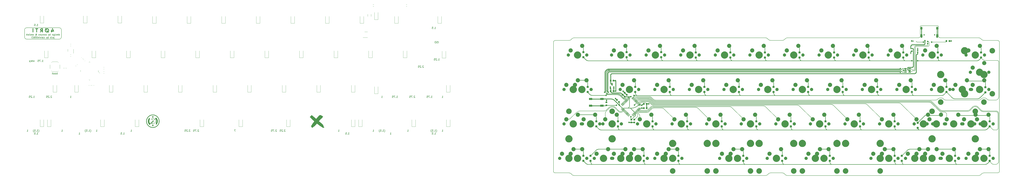
<source format=gbr>
%TF.GenerationSoftware,KiCad,Pcbnew,8.0.8*%
%TF.CreationDate,2025-05-09T16:16:03+02:00*%
%TF.ProjectId,forti rev 4,666f7274-6920-4726-9576-20342e6b6963,rev?*%
%TF.SameCoordinates,Original*%
%TF.FileFunction,Legend,Bot*%
%TF.FilePolarity,Positive*%
%FSLAX46Y46*%
G04 Gerber Fmt 4.6, Leading zero omitted, Abs format (unit mm)*
G04 Created by KiCad (PCBNEW 8.0.8) date 2025-05-09 16:16:03*
%MOMM*%
%LPD*%
G01*
G04 APERTURE LIST*
%ADD10C,0.200000*%
%ADD11C,0.250000*%
%ADD12C,0.000000*%
%ADD13C,0.381000*%
%ADD14C,0.600000*%
%ADD15C,1.000000*%
%ADD16C,0.150000*%
%ADD17C,0.120000*%
G04 APERTURE END LIST*
D10*
X570188198Y-93046218D02*
X570161974Y-92995018D01*
D11*
X546535244Y-113785326D02*
X546495720Y-113696128D01*
D10*
X531462902Y-55764765D02*
X531477186Y-55752391D01*
D11*
X370867445Y-82985046D02*
X370927925Y-83062683D01*
D12*
G36*
X522279215Y-74226191D02*
G01*
X522317913Y-74229134D01*
X522356047Y-74233980D01*
X522393571Y-74240681D01*
X522430437Y-74249190D01*
X522466597Y-74259458D01*
X522502002Y-74271438D01*
X522536605Y-74285082D01*
X522570359Y-74300341D01*
X522603214Y-74317169D01*
X522635124Y-74335517D01*
X522666041Y-74355338D01*
X522695916Y-74376582D01*
X522724702Y-74399204D01*
X522752350Y-74423154D01*
X522778814Y-74448385D01*
X522804044Y-74474849D01*
X522827994Y-74502498D01*
X522850615Y-74531284D01*
X522871860Y-74561159D01*
X522891680Y-74592076D01*
X522910028Y-74623986D01*
X522926856Y-74656842D01*
X522942115Y-74690596D01*
X522955759Y-74725199D01*
X522967739Y-74760605D01*
X522978007Y-74796765D01*
X522986516Y-74833631D01*
X522993217Y-74871156D01*
X522998062Y-74909291D01*
X523001005Y-74947988D01*
X523001997Y-74987201D01*
X523001005Y-75026413D01*
X522998062Y-75065111D01*
X522993217Y-75103246D01*
X522986516Y-75140770D01*
X522978007Y-75177637D01*
X522967739Y-75213796D01*
X522955759Y-75249202D01*
X522942115Y-75283806D01*
X522926856Y-75317560D01*
X522910028Y-75350416D01*
X522891680Y-75382326D01*
X522871860Y-75413243D01*
X522850615Y-75443118D01*
X522827994Y-75471904D01*
X522804044Y-75499553D01*
X522778814Y-75526017D01*
X522752350Y-75551248D01*
X522724702Y-75575198D01*
X522695916Y-75597819D01*
X522666041Y-75619064D01*
X522635124Y-75638884D01*
X522603214Y-75657232D01*
X522570359Y-75674060D01*
X522536605Y-75689320D01*
X522502002Y-75702964D01*
X522466597Y-75714944D01*
X522430437Y-75725212D01*
X522393571Y-75733721D01*
X522356047Y-75740422D01*
X522317913Y-75745268D01*
X522279215Y-75748210D01*
X522240003Y-75749202D01*
X522200791Y-75748210D01*
X522162094Y-75745268D01*
X522123959Y-75740422D01*
X522086435Y-75733721D01*
X522049569Y-75725212D01*
X522013410Y-75714944D01*
X521978004Y-75702964D01*
X521943401Y-75689320D01*
X521909647Y-75674060D01*
X521876792Y-75657232D01*
X521844882Y-75638884D01*
X521813965Y-75619064D01*
X521784090Y-75597819D01*
X521755305Y-75575198D01*
X521727656Y-75551248D01*
X521701192Y-75526017D01*
X521675962Y-75499553D01*
X521652012Y-75471904D01*
X521629391Y-75443118D01*
X521608146Y-75413243D01*
X521588326Y-75382326D01*
X521569978Y-75350416D01*
X521553151Y-75317560D01*
X521537891Y-75283806D01*
X521524247Y-75249202D01*
X521512267Y-75213796D01*
X521501999Y-75177637D01*
X521493491Y-75140770D01*
X521486790Y-75103246D01*
X521481944Y-75065111D01*
X521479001Y-75026413D01*
X521478010Y-74987201D01*
X521479001Y-74947988D01*
X521481944Y-74909291D01*
X521486790Y-74871156D01*
X521493491Y-74833631D01*
X521501999Y-74796765D01*
X521512267Y-74760605D01*
X521524247Y-74725199D01*
X521537891Y-74690596D01*
X521553151Y-74656842D01*
X521569978Y-74623986D01*
X521588326Y-74592076D01*
X521608146Y-74561159D01*
X521629391Y-74531284D01*
X521652012Y-74502498D01*
X521675962Y-74474849D01*
X521701192Y-74448385D01*
X521727656Y-74423154D01*
X521755305Y-74399204D01*
X521784090Y-74376582D01*
X521813965Y-74355338D01*
X521844882Y-74335517D01*
X521876792Y-74317169D01*
X521909647Y-74300341D01*
X521943401Y-74285082D01*
X521978004Y-74271438D01*
X522013410Y-74259458D01*
X522049569Y-74249190D01*
X522086435Y-74240681D01*
X522123959Y-74233980D01*
X522162094Y-74229134D01*
X522200791Y-74226191D01*
X522240003Y-74225200D01*
X522279215Y-74226191D01*
G37*
D13*
X359719008Y-75520009D02*
X359717249Y-75496379D01*
D11*
X537201288Y-62962085D02*
X537222821Y-63057580D01*
X351429199Y-102431112D02*
X351525861Y-102447979D01*
D13*
X359719598Y-80980800D02*
X359719598Y-75543799D01*
D10*
X561763857Y-84869323D02*
X561672838Y-84904451D01*
D13*
X520712094Y-67891221D02*
X520695029Y-67900868D01*
X356956564Y-79464881D02*
X356952923Y-79435573D01*
D10*
X527213300Y-51199407D02*
X527247494Y-51163474D01*
D11*
X343763836Y-75108316D02*
X343695451Y-75036452D01*
D13*
X359683067Y-75360167D02*
X359673584Y-75338761D01*
D11*
X367044893Y-89852477D02*
X367094104Y-89754594D01*
D13*
X523304129Y-57438116D02*
X523283502Y-57436538D01*
D10*
X516614546Y-87862034D02*
X516529480Y-87813924D01*
D13*
X356044314Y-70348242D02*
X355996826Y-70369709D01*
D12*
G36*
X533783491Y-53474021D02*
G01*
X533803805Y-53475565D01*
X533823823Y-53478109D01*
X533843521Y-53481627D01*
X533862873Y-53486093D01*
X533881855Y-53491483D01*
X533900440Y-53497772D01*
X533918605Y-53504934D01*
X533936323Y-53512945D01*
X533953570Y-53521778D01*
X533970321Y-53531410D01*
X533986550Y-53541814D01*
X534002232Y-53552966D01*
X534017342Y-53564841D01*
X534031856Y-53577413D01*
X534045747Y-53590657D01*
X534058991Y-53604549D01*
X534071563Y-53619063D01*
X534083438Y-53634174D01*
X534094589Y-53649856D01*
X534104993Y-53666085D01*
X534114625Y-53682836D01*
X534123458Y-53700083D01*
X534131468Y-53717802D01*
X534138630Y-53735967D01*
X534144918Y-53754552D01*
X534150308Y-53773534D01*
X534154774Y-53792886D01*
X534158292Y-53812584D01*
X534160835Y-53832602D01*
X534162380Y-53852916D01*
X534162900Y-53873500D01*
X534162380Y-53894084D01*
X534160835Y-53914398D01*
X534158292Y-53934416D01*
X534154774Y-53954114D01*
X534150308Y-53973466D01*
X534144918Y-53992448D01*
X534138630Y-54011033D01*
X534131468Y-54029198D01*
X534123458Y-54046916D01*
X534114625Y-54064164D01*
X534104993Y-54080914D01*
X534094589Y-54097144D01*
X534083438Y-54112826D01*
X534071563Y-54127937D01*
X534058991Y-54142451D01*
X534045747Y-54156342D01*
X534031856Y-54169587D01*
X534017342Y-54182159D01*
X534002232Y-54194034D01*
X533986550Y-54205186D01*
X533970321Y-54215590D01*
X533953570Y-54225222D01*
X533936323Y-54234055D01*
X533918605Y-54242066D01*
X533900440Y-54249228D01*
X533881855Y-54255516D01*
X533862873Y-54260907D01*
X533843521Y-54265373D01*
X533823823Y-54268891D01*
X533803805Y-54271434D01*
X533783491Y-54272979D01*
X533762907Y-54273500D01*
X533742322Y-54272979D01*
X533722008Y-54271434D01*
X533701990Y-54268891D01*
X533682292Y-54265373D01*
X533662940Y-54260907D01*
X533643958Y-54255516D01*
X533625373Y-54249228D01*
X533607208Y-54242066D01*
X533589490Y-54234055D01*
X533572243Y-54225222D01*
X533555492Y-54215590D01*
X533539263Y-54205186D01*
X533523581Y-54194034D01*
X533508471Y-54182159D01*
X533493957Y-54169587D01*
X533480066Y-54156342D01*
X533466822Y-54142451D01*
X533454250Y-54127937D01*
X533442375Y-54112826D01*
X533431224Y-54097144D01*
X533420820Y-54080914D01*
X533411189Y-54064164D01*
X533402355Y-54046916D01*
X533394345Y-54029198D01*
X533387183Y-54011033D01*
X533380895Y-53992448D01*
X533375505Y-53973466D01*
X533371039Y-53954114D01*
X533367521Y-53934416D01*
X533364978Y-53914398D01*
X533363433Y-53894084D01*
X533362913Y-53873500D01*
X533363433Y-53852916D01*
X533364978Y-53832602D01*
X533367521Y-53812584D01*
X533371039Y-53792886D01*
X533375505Y-53773534D01*
X533380895Y-53754552D01*
X533387183Y-53735967D01*
X533394345Y-53717802D01*
X533402355Y-53700083D01*
X533411189Y-53682836D01*
X533420820Y-53666085D01*
X533431224Y-53649856D01*
X533442375Y-53634174D01*
X533454250Y-53619063D01*
X533466822Y-53604549D01*
X533480066Y-53590657D01*
X533493957Y-53577413D01*
X533508471Y-53564841D01*
X533523581Y-53552966D01*
X533539263Y-53541814D01*
X533555492Y-53531410D01*
X533572243Y-53521778D01*
X533589490Y-53512945D01*
X533607208Y-53504934D01*
X533625373Y-53497772D01*
X533643958Y-53491483D01*
X533662940Y-53486093D01*
X533682292Y-53481627D01*
X533701990Y-53478109D01*
X533722008Y-53475565D01*
X533742322Y-53474021D01*
X533762907Y-53473500D01*
X533783491Y-53474021D01*
G37*
G36*
X560543835Y-98243440D02*
G01*
X560588271Y-98246819D01*
X560632061Y-98252383D01*
X560675150Y-98260078D01*
X560717482Y-98269848D01*
X560759004Y-98281639D01*
X560799660Y-98295396D01*
X560839396Y-98311063D01*
X560878155Y-98328585D01*
X560915883Y-98347909D01*
X560952525Y-98368978D01*
X560988027Y-98391737D01*
X561022332Y-98416132D01*
X561055387Y-98442108D01*
X561087136Y-98469610D01*
X561117525Y-98498582D01*
X561146497Y-98528971D01*
X561173999Y-98560720D01*
X561199975Y-98593774D01*
X561224370Y-98628080D01*
X561247130Y-98663581D01*
X561268199Y-98700224D01*
X561287522Y-98737952D01*
X561305045Y-98776711D01*
X561320712Y-98816446D01*
X561334469Y-98857103D01*
X561346260Y-98898625D01*
X561356030Y-98940958D01*
X561363725Y-98984047D01*
X561369290Y-99027837D01*
X561372669Y-99072274D01*
X561373807Y-99117301D01*
X561372669Y-99162328D01*
X561369290Y-99206765D01*
X561363725Y-99250555D01*
X561356030Y-99293644D01*
X561346260Y-99335977D01*
X561334469Y-99377499D01*
X561320712Y-99418156D01*
X561305045Y-99457891D01*
X561287522Y-99496650D01*
X561268199Y-99534378D01*
X561247130Y-99571021D01*
X561224370Y-99606522D01*
X561199975Y-99640828D01*
X561173999Y-99673883D01*
X561146497Y-99705631D01*
X561117525Y-99736020D01*
X561087136Y-99764992D01*
X561055387Y-99792494D01*
X561022332Y-99818470D01*
X560988027Y-99842865D01*
X560952525Y-99865624D01*
X560915883Y-99886693D01*
X560878155Y-99906017D01*
X560839396Y-99923539D01*
X560799660Y-99939206D01*
X560759004Y-99952963D01*
X560717482Y-99964754D01*
X560675150Y-99974524D01*
X560632061Y-99982219D01*
X560588271Y-99987784D01*
X560543835Y-99991162D01*
X560498807Y-99992301D01*
X560453780Y-99991162D01*
X560409344Y-99987784D01*
X560365554Y-99982219D01*
X560322465Y-99974524D01*
X560280132Y-99964754D01*
X560238610Y-99952963D01*
X560197954Y-99939206D01*
X560158219Y-99923539D01*
X560119460Y-99906017D01*
X560081732Y-99886693D01*
X560045090Y-99865624D01*
X560009588Y-99842865D01*
X559975282Y-99818470D01*
X559942228Y-99792494D01*
X559910479Y-99764992D01*
X559880090Y-99736020D01*
X559851118Y-99705631D01*
X559823616Y-99673883D01*
X559797640Y-99640828D01*
X559773245Y-99606522D01*
X559750485Y-99571021D01*
X559729416Y-99534378D01*
X559710092Y-99496650D01*
X559692570Y-99457891D01*
X559676903Y-99418156D01*
X559663146Y-99377499D01*
X559651355Y-99335977D01*
X559641584Y-99293644D01*
X559633889Y-99250555D01*
X559628325Y-99206765D01*
X559624946Y-99162328D01*
X559623807Y-99117301D01*
X559624946Y-99072274D01*
X559628325Y-99027837D01*
X559633889Y-98984047D01*
X559641584Y-98940958D01*
X559651355Y-98898625D01*
X559663146Y-98857103D01*
X559676903Y-98816446D01*
X559692570Y-98776711D01*
X559710092Y-98737952D01*
X559729416Y-98700224D01*
X559750485Y-98663581D01*
X559773245Y-98628080D01*
X559797640Y-98593774D01*
X559823616Y-98560720D01*
X559851118Y-98528971D01*
X559880090Y-98498582D01*
X559910479Y-98469610D01*
X559942228Y-98442108D01*
X559975282Y-98416132D01*
X560009588Y-98391737D01*
X560045090Y-98368978D01*
X560081732Y-98347909D01*
X560119460Y-98328585D01*
X560158219Y-98311063D01*
X560197954Y-98295396D01*
X560238610Y-98281639D01*
X560280132Y-98269848D01*
X560322465Y-98260078D01*
X560365554Y-98252383D01*
X560409344Y-98246819D01*
X560453780Y-98243440D01*
X560498807Y-98242301D01*
X560543835Y-98243440D01*
G37*
D13*
X525352051Y-60901366D02*
X525334519Y-60935589D01*
D11*
X460876069Y-56819053D02*
X460845407Y-56726379D01*
D13*
X525462461Y-60746025D02*
X525437512Y-60774824D01*
D10*
X558157316Y-89630990D02*
X558060654Y-89614123D01*
X372980506Y-91994528D02*
X372995017Y-92003705D01*
D11*
X351525861Y-102447979D02*
X351623525Y-102460112D01*
X361742431Y-102468454D02*
X361742766Y-102468216D01*
D12*
G36*
X379404212Y-93276191D02*
G01*
X379442909Y-93279133D01*
X379481044Y-93283979D01*
X379518569Y-93290680D01*
X379555435Y-93299189D01*
X379591595Y-93309457D01*
X379627001Y-93321437D01*
X379661604Y-93335081D01*
X379695358Y-93350341D01*
X379728214Y-93367168D01*
X379760124Y-93385517D01*
X379791041Y-93405337D01*
X379820917Y-93426582D01*
X379849703Y-93449203D01*
X379877351Y-93473153D01*
X379903815Y-93498384D01*
X379929046Y-93524848D01*
X379952996Y-93552497D01*
X379975618Y-93581283D01*
X379996862Y-93611158D01*
X380016683Y-93642075D01*
X380035031Y-93673985D01*
X380051859Y-93706841D01*
X380067118Y-93740595D01*
X380080762Y-93775199D01*
X380092742Y-93810604D01*
X380103011Y-93846764D01*
X380111519Y-93883630D01*
X380118220Y-93921155D01*
X380123066Y-93959290D01*
X380126009Y-93997988D01*
X380127000Y-94037200D01*
X380126009Y-94076412D01*
X380123066Y-94115110D01*
X380118220Y-94153245D01*
X380111519Y-94190770D01*
X380103011Y-94227636D01*
X380092742Y-94263796D01*
X380080762Y-94299201D01*
X380067118Y-94333805D01*
X380051859Y-94367559D01*
X380035031Y-94400415D01*
X380016683Y-94432325D01*
X379996862Y-94463242D01*
X379975618Y-94493117D01*
X379952996Y-94521903D01*
X379929046Y-94549552D01*
X379903815Y-94576016D01*
X379877351Y-94601247D01*
X379849703Y-94625197D01*
X379820917Y-94647818D01*
X379791041Y-94669063D01*
X379760124Y-94688884D01*
X379728214Y-94707232D01*
X379695358Y-94724059D01*
X379661604Y-94739319D01*
X379627001Y-94752963D01*
X379591595Y-94764943D01*
X379555435Y-94775211D01*
X379518569Y-94783720D01*
X379481044Y-94790421D01*
X379442909Y-94795267D01*
X379404212Y-94798210D01*
X379364999Y-94799201D01*
X379325787Y-94798210D01*
X379287089Y-94795267D01*
X379248954Y-94790421D01*
X379211430Y-94783720D01*
X379174563Y-94775211D01*
X379138404Y-94764943D01*
X379102998Y-94752963D01*
X379068394Y-94739319D01*
X379034640Y-94724059D01*
X379001784Y-94707232D01*
X378969874Y-94688884D01*
X378938957Y-94669063D01*
X378909082Y-94647818D01*
X378880296Y-94625197D01*
X378852647Y-94601247D01*
X378826183Y-94576016D01*
X378800952Y-94549552D01*
X378777002Y-94521903D01*
X378754381Y-94493117D01*
X378733136Y-94463242D01*
X378713316Y-94432325D01*
X378694968Y-94400415D01*
X378678140Y-94367559D01*
X378662880Y-94333805D01*
X378649236Y-94299201D01*
X378637256Y-94263796D01*
X378626988Y-94227636D01*
X378618479Y-94190770D01*
X378611778Y-94153245D01*
X378606932Y-94115110D01*
X378603990Y-94076412D01*
X378602998Y-94037200D01*
X378603990Y-93997988D01*
X378606932Y-93959290D01*
X378611778Y-93921155D01*
X378618479Y-93883630D01*
X378626988Y-93846764D01*
X378637256Y-93810604D01*
X378649236Y-93775199D01*
X378662880Y-93740595D01*
X378678140Y-93706841D01*
X378694968Y-93673985D01*
X378713316Y-93642075D01*
X378733136Y-93611158D01*
X378754381Y-93581283D01*
X378777002Y-93552497D01*
X378800952Y-93524848D01*
X378826183Y-93498384D01*
X378852647Y-93473153D01*
X378880296Y-93449203D01*
X378909082Y-93426582D01*
X378938957Y-93405337D01*
X378969874Y-93385517D01*
X379001784Y-93367168D01*
X379034640Y-93350341D01*
X379068394Y-93335081D01*
X379102998Y-93321437D01*
X379138404Y-93309457D01*
X379174563Y-93299189D01*
X379211430Y-93290680D01*
X379248954Y-93283979D01*
X379287089Y-93279133D01*
X379325787Y-93276191D01*
X379364999Y-93275199D01*
X379404212Y-93276191D01*
G37*
D11*
X384702181Y-56913220D02*
X384676049Y-56819053D01*
D13*
X357883478Y-81970924D02*
X357933603Y-81972201D01*
D10*
X569185514Y-121509041D02*
X569273795Y-121493275D01*
X570135142Y-64036653D02*
X570097790Y-64028023D01*
D11*
X477570877Y-114063162D02*
X477544745Y-113968989D01*
D10*
X533042568Y-86387697D02*
X532972123Y-86382456D01*
D13*
X367074465Y-98305481D02*
X367074330Y-98305588D01*
D11*
X350406999Y-101884101D02*
X350478863Y-101952490D01*
X499062498Y-57400701D02*
X499062498Y-59342200D01*
D10*
X371603601Y-84436000D02*
X371504421Y-84438455D01*
D11*
X521152889Y-113204376D02*
X521061870Y-113239497D01*
X475288781Y-101237184D02*
X475310314Y-101332679D01*
D10*
X381408601Y-86778400D02*
X381408601Y-86778300D01*
X541448393Y-53854805D02*
X541882365Y-53731557D01*
D13*
X355779679Y-70508788D02*
X355740779Y-70542481D01*
D10*
X451330503Y-52975000D02*
X451443233Y-52971830D01*
D11*
X498726477Y-56291130D02*
X498670052Y-56210853D01*
X372856199Y-83417399D02*
X369802301Y-83417399D01*
D10*
X379801835Y-89264762D02*
X379709159Y-89295426D01*
D11*
X370592113Y-82469521D02*
X370627240Y-82560539D01*
D10*
X497135364Y-87988179D02*
X497036866Y-87980855D01*
D11*
X480164720Y-63335439D02*
X480204241Y-63424637D01*
D12*
G36*
X505140026Y-117293340D02*
G01*
X505184462Y-117296719D01*
X505228252Y-117302283D01*
X505271341Y-117309978D01*
X505313674Y-117319749D01*
X505355196Y-117331540D01*
X505395852Y-117345296D01*
X505435587Y-117360963D01*
X505474346Y-117378486D01*
X505512074Y-117397810D01*
X505548717Y-117418879D01*
X505584218Y-117441638D01*
X505618524Y-117466034D01*
X505651579Y-117492010D01*
X505683328Y-117519511D01*
X505713716Y-117548484D01*
X505742689Y-117578872D01*
X505770190Y-117610621D01*
X505796166Y-117643676D01*
X505820562Y-117677982D01*
X505843321Y-117713483D01*
X505864390Y-117750126D01*
X505883714Y-117787854D01*
X505901237Y-117826613D01*
X505916904Y-117866348D01*
X505930660Y-117907004D01*
X505942451Y-117948526D01*
X505952222Y-117990859D01*
X505959917Y-118033948D01*
X505965481Y-118077738D01*
X505968860Y-118122174D01*
X505969999Y-118167201D01*
X505968860Y-118212228D01*
X505965481Y-118256664D01*
X505959917Y-118300454D01*
X505952222Y-118343543D01*
X505942451Y-118385876D01*
X505930660Y-118427398D01*
X505916904Y-118468054D01*
X505901237Y-118507789D01*
X505883714Y-118546548D01*
X505864390Y-118584277D01*
X505843321Y-118620919D01*
X505820562Y-118656420D01*
X505796166Y-118690726D01*
X505770190Y-118723781D01*
X505742689Y-118755530D01*
X505713716Y-118785918D01*
X505683328Y-118814891D01*
X505651579Y-118842393D01*
X505618524Y-118868369D01*
X505584218Y-118892764D01*
X505548717Y-118915524D01*
X505512074Y-118936593D01*
X505474346Y-118955916D01*
X505435587Y-118973439D01*
X505395852Y-118989106D01*
X505355196Y-119002863D01*
X505313674Y-119014654D01*
X505271341Y-119024424D01*
X505228252Y-119032119D01*
X505184462Y-119037684D01*
X505140026Y-119041063D01*
X505094999Y-119042201D01*
X505049972Y-119041063D01*
X505005536Y-119037684D01*
X504961746Y-119032119D01*
X504918657Y-119024424D01*
X504876324Y-119014654D01*
X504834802Y-119002863D01*
X504794146Y-118989106D01*
X504754411Y-118973439D01*
X504715652Y-118955916D01*
X504677923Y-118936593D01*
X504641281Y-118915524D01*
X504605779Y-118892764D01*
X504571474Y-118868369D01*
X504538419Y-118842393D01*
X504506670Y-118814891D01*
X504476282Y-118785918D01*
X504447309Y-118755530D01*
X504419807Y-118723781D01*
X504393831Y-118690726D01*
X504369436Y-118656420D01*
X504346676Y-118620919D01*
X504325607Y-118584277D01*
X504306284Y-118546548D01*
X504288761Y-118507789D01*
X504273094Y-118468054D01*
X504259337Y-118427398D01*
X504247546Y-118385876D01*
X504237776Y-118343543D01*
X504230081Y-118300454D01*
X504224516Y-118256664D01*
X504221137Y-118212228D01*
X504219999Y-118167201D01*
X504221137Y-118122174D01*
X504224516Y-118077738D01*
X504230081Y-118033948D01*
X504237776Y-117990859D01*
X504247546Y-117948526D01*
X504259337Y-117907004D01*
X504273094Y-117866348D01*
X504288761Y-117826613D01*
X504306284Y-117787854D01*
X504325607Y-117750126D01*
X504346676Y-117713483D01*
X504369436Y-117677982D01*
X504393831Y-117643676D01*
X504419807Y-117610621D01*
X504447309Y-117578872D01*
X504476282Y-117548484D01*
X504506670Y-117519511D01*
X504538419Y-117492010D01*
X504571474Y-117466034D01*
X504605779Y-117441638D01*
X504641281Y-117418879D01*
X504677923Y-117397810D01*
X504715652Y-117378486D01*
X504754411Y-117360963D01*
X504794146Y-117345296D01*
X504834802Y-117331540D01*
X504876324Y-117319749D01*
X504918657Y-117309978D01*
X504961746Y-117302283D01*
X505005536Y-117296719D01*
X505049972Y-117293340D01*
X505094999Y-117292201D01*
X505140026Y-117293340D01*
G37*
G36*
X358891199Y-78373698D02*
G01*
X358939802Y-78406200D01*
X358972299Y-78454799D01*
X358983701Y-78512199D01*
X358983701Y-79687301D01*
X358972299Y-79744700D01*
X358939802Y-79793300D01*
X358891199Y-79825801D01*
X358833700Y-79837199D01*
X358533700Y-79837199D01*
X358476301Y-79825801D01*
X358427701Y-79793300D01*
X358395200Y-79744700D01*
X358383802Y-79687301D01*
X358383802Y-78512199D01*
X358395200Y-78454799D01*
X358427701Y-78406200D01*
X358476301Y-78373698D01*
X358533700Y-78362201D01*
X358833700Y-78362201D01*
X358891199Y-78373698D01*
G37*
D10*
X372503865Y-86953411D02*
X372432001Y-87021800D01*
D13*
X521160505Y-69484502D02*
X521160505Y-69484500D01*
X520517156Y-68128429D02*
X520511914Y-68147318D01*
D11*
X418039683Y-95013190D02*
X418013550Y-94919020D01*
X537162504Y-62570100D02*
X537164962Y-62669269D01*
X516720462Y-69783437D02*
X516692800Y-69774287D01*
D10*
X515785378Y-87588089D02*
X515686878Y-87580759D01*
D11*
X384760040Y-57301531D02*
X384752712Y-57203035D01*
D10*
X570245666Y-101835883D02*
X570261092Y-101790290D01*
X370093900Y-88652801D02*
X370608499Y-88138202D01*
X570513657Y-64265346D02*
X570488096Y-64238532D01*
D12*
G36*
X477035517Y-112326190D02*
G01*
X477074214Y-112329132D01*
X477112349Y-112333978D01*
X477149873Y-112340680D01*
X477186739Y-112349188D01*
X477222899Y-112359457D01*
X477258304Y-112371437D01*
X477292907Y-112385081D01*
X477326661Y-112400341D01*
X477359516Y-112417168D01*
X477391426Y-112435517D01*
X477422343Y-112455337D01*
X477452218Y-112476582D01*
X477481004Y-112499204D01*
X477508652Y-112523154D01*
X477535116Y-112548385D01*
X477560346Y-112574849D01*
X477584296Y-112602498D01*
X477606917Y-112631284D01*
X477628162Y-112661159D01*
X477647982Y-112692076D01*
X477666330Y-112723986D01*
X477683158Y-112756842D01*
X477698417Y-112790596D01*
X477712061Y-112825199D01*
X477724041Y-112860605D01*
X477734309Y-112896765D01*
X477742817Y-112933631D01*
X477749519Y-112971155D01*
X477754364Y-113009290D01*
X477757307Y-113047987D01*
X477758298Y-113087199D01*
X477757307Y-113126411D01*
X477754364Y-113165109D01*
X477749519Y-113203244D01*
X477742817Y-113240768D01*
X477734309Y-113277634D01*
X477724041Y-113313794D01*
X477712061Y-113349199D01*
X477698417Y-113383803D01*
X477683158Y-113417556D01*
X477666330Y-113450412D01*
X477647982Y-113482323D01*
X477628162Y-113513239D01*
X477606917Y-113543115D01*
X477584296Y-113571901D01*
X477560346Y-113599550D01*
X477535116Y-113626014D01*
X477508652Y-113651245D01*
X477481004Y-113675195D01*
X477452218Y-113697816D01*
X477422343Y-113719061D01*
X477391426Y-113738882D01*
X477359516Y-113757230D01*
X477326661Y-113774058D01*
X477292907Y-113789318D01*
X477258304Y-113802962D01*
X477222899Y-113814942D01*
X477186739Y-113825210D01*
X477149873Y-113833719D01*
X477112349Y-113840420D01*
X477074214Y-113845266D01*
X477035517Y-113848209D01*
X476996305Y-113849200D01*
X476957093Y-113848209D01*
X476918396Y-113845266D01*
X476880261Y-113840420D01*
X476842737Y-113833719D01*
X476805871Y-113825210D01*
X476769711Y-113814942D01*
X476734306Y-113802962D01*
X476699703Y-113789318D01*
X476665949Y-113774058D01*
X476633094Y-113757230D01*
X476601184Y-113738882D01*
X476570267Y-113719061D01*
X476540392Y-113697816D01*
X476511606Y-113675195D01*
X476483958Y-113651245D01*
X476457494Y-113626014D01*
X476432264Y-113599550D01*
X476408314Y-113571901D01*
X476385693Y-113543115D01*
X476364448Y-113513239D01*
X476344628Y-113482323D01*
X476326280Y-113450412D01*
X476309452Y-113417556D01*
X476294193Y-113383803D01*
X476280549Y-113349199D01*
X476268569Y-113313794D01*
X476258301Y-113277634D01*
X476249793Y-113240768D01*
X476243091Y-113203244D01*
X476238246Y-113165109D01*
X476235303Y-113126411D01*
X476234312Y-113087199D01*
X476235303Y-113047987D01*
X476238246Y-113009290D01*
X476243091Y-112971155D01*
X476249793Y-112933631D01*
X476258301Y-112896765D01*
X476268569Y-112860605D01*
X476280549Y-112825199D01*
X476294193Y-112790596D01*
X476309452Y-112756842D01*
X476326280Y-112723986D01*
X476344628Y-112692076D01*
X476364448Y-112661159D01*
X476385693Y-112631284D01*
X476408314Y-112602498D01*
X476432264Y-112574849D01*
X476457494Y-112548385D01*
X476483958Y-112523154D01*
X476511606Y-112499204D01*
X476540392Y-112476582D01*
X476570267Y-112455337D01*
X476601184Y-112435517D01*
X476633094Y-112417168D01*
X476665949Y-112400341D01*
X476699703Y-112385081D01*
X476734306Y-112371437D01*
X476769711Y-112359457D01*
X476805871Y-112349188D01*
X476842737Y-112340680D01*
X476880261Y-112333978D01*
X476918396Y-112329132D01*
X476957093Y-112326190D01*
X476996305Y-112325198D01*
X477035517Y-112326190D01*
G37*
D11*
X373441887Y-90386860D02*
X373407412Y-90389424D01*
X537554949Y-63759946D02*
X537615430Y-63837583D01*
X384309573Y-56133217D02*
X384245105Y-56058384D01*
X437210316Y-101332679D02*
X437236448Y-101426846D01*
D13*
X520845625Y-69404771D02*
X520874108Y-69419359D01*
D11*
X446665214Y-76253021D02*
X446653082Y-76155355D01*
D10*
X532242268Y-55935893D02*
X532264400Y-55904775D01*
X377908574Y-84838461D02*
X377809400Y-84836001D01*
X516169371Y-87664758D02*
X516075202Y-87638624D01*
X531291840Y-55846684D02*
X531310885Y-55842284D01*
D11*
X355231190Y-70105619D02*
X355190814Y-70147964D01*
X343749126Y-121294180D02*
X343836340Y-121338031D01*
D10*
X554759431Y-91269881D02*
X554831296Y-91201499D01*
X532551694Y-86778300D02*
X532551710Y-86778396D01*
X373454201Y-86474790D02*
X373358703Y-86496324D01*
X378504939Y-85919735D02*
X378419874Y-85871625D01*
D11*
X368144697Y-96432510D02*
X368159992Y-96472142D01*
D10*
X561188504Y-52319212D02*
X561266168Y-52400108D01*
X532736383Y-86787529D02*
X532644361Y-86780687D01*
D11*
X516664694Y-69766490D02*
X516636190Y-69760065D01*
D13*
X523645549Y-67292970D02*
X523653755Y-67257433D01*
D11*
X355674152Y-69822485D02*
X355618780Y-69844316D01*
X394287504Y-119567203D02*
X394287504Y-119907603D01*
D12*
G36*
X367084592Y-98106060D02*
G01*
X367094749Y-98106832D01*
X367104759Y-98108104D01*
X367114608Y-98109863D01*
X367124284Y-98112096D01*
X367133775Y-98114791D01*
X367143068Y-98117936D01*
X367152150Y-98121517D01*
X367161009Y-98125522D01*
X367169633Y-98129939D01*
X367178008Y-98134754D01*
X367186123Y-98139956D01*
X367193964Y-98145533D01*
X367201520Y-98151470D01*
X367208777Y-98157756D01*
X367215723Y-98164378D01*
X367222345Y-98171324D01*
X367228631Y-98178581D01*
X367234568Y-98186136D01*
X367240144Y-98193978D01*
X367245347Y-98202092D01*
X367250162Y-98210468D01*
X367254579Y-98219091D01*
X367258584Y-98227951D01*
X367262165Y-98237033D01*
X367265309Y-98246326D01*
X367268005Y-98255817D01*
X367270238Y-98265493D01*
X367271997Y-98275342D01*
X367273268Y-98285351D01*
X367274041Y-98295508D01*
X367274301Y-98305800D01*
X367274041Y-98316093D01*
X367273268Y-98326250D01*
X367271997Y-98336259D01*
X367270238Y-98346108D01*
X367268005Y-98355784D01*
X367265309Y-98365275D01*
X367262165Y-98374568D01*
X367258584Y-98383650D01*
X367254579Y-98392510D01*
X367250162Y-98401133D01*
X367245347Y-98409509D01*
X367240144Y-98417623D01*
X367234568Y-98425465D01*
X367228631Y-98433020D01*
X367222345Y-98440277D01*
X367215723Y-98447223D01*
X367208777Y-98453845D01*
X367201520Y-98460131D01*
X367193964Y-98466068D01*
X367186123Y-98471645D01*
X367178008Y-98476847D01*
X367169633Y-98481662D01*
X367161009Y-98486079D01*
X367152150Y-98490084D01*
X367143068Y-98493665D01*
X367133775Y-98496810D01*
X367124284Y-98499505D01*
X367114608Y-98501738D01*
X367104759Y-98503497D01*
X367094749Y-98504769D01*
X367084592Y-98505541D01*
X367074300Y-98505801D01*
X367064008Y-98505541D01*
X367053851Y-98504769D01*
X367043842Y-98503497D01*
X367033993Y-98501738D01*
X367024317Y-98499505D01*
X367014826Y-98496810D01*
X367005533Y-98493665D01*
X366996451Y-98490084D01*
X366987591Y-98486079D01*
X366978968Y-98481662D01*
X366970592Y-98476847D01*
X366962478Y-98471645D01*
X366954636Y-98466068D01*
X366947081Y-98460131D01*
X366939824Y-98453845D01*
X366932878Y-98447223D01*
X366926256Y-98440277D01*
X366919970Y-98433020D01*
X366914032Y-98425465D01*
X366908456Y-98417623D01*
X366903254Y-98409509D01*
X366898438Y-98401133D01*
X366894022Y-98392510D01*
X366890016Y-98383650D01*
X366886435Y-98374568D01*
X366883291Y-98365275D01*
X366880596Y-98355784D01*
X366878363Y-98346108D01*
X366876604Y-98336259D01*
X366875332Y-98326250D01*
X366874560Y-98316093D01*
X366874300Y-98305800D01*
X366874560Y-98295508D01*
X366875332Y-98285351D01*
X366876604Y-98275342D01*
X366878363Y-98265493D01*
X366880596Y-98255817D01*
X366883291Y-98246326D01*
X366886435Y-98237033D01*
X366890016Y-98227951D01*
X366894022Y-98219091D01*
X366898438Y-98210468D01*
X366903254Y-98202092D01*
X366908456Y-98193978D01*
X366914032Y-98186136D01*
X366919970Y-98178581D01*
X366926256Y-98171324D01*
X366932878Y-98164378D01*
X366939824Y-98157756D01*
X366947081Y-98151470D01*
X366954636Y-98145533D01*
X366962478Y-98139956D01*
X366970592Y-98134754D01*
X366978968Y-98129939D01*
X366987591Y-98125522D01*
X366996451Y-98121517D01*
X367005533Y-98117936D01*
X367014826Y-98114791D01*
X367024317Y-98112096D01*
X367033993Y-98109863D01*
X367043842Y-98108104D01*
X367053851Y-98106832D01*
X367064008Y-98106060D01*
X367074300Y-98105800D01*
X367084592Y-98106060D01*
G37*
D10*
X370622058Y-84153121D02*
X370531039Y-84188249D01*
D12*
G36*
X562925030Y-117293340D02*
G01*
X562969466Y-117296719D01*
X563013256Y-117302283D01*
X563056345Y-117309978D01*
X563098678Y-117319749D01*
X563140200Y-117331540D01*
X563180856Y-117345296D01*
X563220591Y-117360963D01*
X563259350Y-117378486D01*
X563297078Y-117397810D01*
X563333720Y-117418879D01*
X563369222Y-117441638D01*
X563403528Y-117466034D01*
X563436582Y-117492010D01*
X563468331Y-117519511D01*
X563498720Y-117548484D01*
X563527692Y-117578872D01*
X563555194Y-117610621D01*
X563581170Y-117643676D01*
X563605565Y-117677982D01*
X563628325Y-117713483D01*
X563649394Y-117750126D01*
X563668717Y-117787854D01*
X563686240Y-117826613D01*
X563701907Y-117866348D01*
X563715664Y-117907004D01*
X563727455Y-117948526D01*
X563737225Y-117990859D01*
X563744920Y-118033948D01*
X563750485Y-118077738D01*
X563753864Y-118122174D01*
X563755002Y-118167201D01*
X563753864Y-118212228D01*
X563750485Y-118256664D01*
X563744920Y-118300454D01*
X563737225Y-118343543D01*
X563727455Y-118385876D01*
X563715664Y-118427398D01*
X563701907Y-118468054D01*
X563686240Y-118507789D01*
X563668717Y-118546548D01*
X563649394Y-118584277D01*
X563628325Y-118620919D01*
X563605565Y-118656420D01*
X563581170Y-118690726D01*
X563555194Y-118723781D01*
X563527692Y-118755530D01*
X563498720Y-118785918D01*
X563468331Y-118814891D01*
X563436582Y-118842393D01*
X563403528Y-118868369D01*
X563369222Y-118892764D01*
X563333720Y-118915524D01*
X563297078Y-118936593D01*
X563259350Y-118955916D01*
X563220591Y-118973439D01*
X563180856Y-118989106D01*
X563140200Y-119002863D01*
X563098678Y-119014654D01*
X563056345Y-119024424D01*
X563013256Y-119032119D01*
X562969466Y-119037684D01*
X562925030Y-119041063D01*
X562880002Y-119042201D01*
X562834975Y-119041063D01*
X562790539Y-119037684D01*
X562746749Y-119032119D01*
X562703660Y-119024424D01*
X562661327Y-119014654D01*
X562619805Y-119002863D01*
X562579149Y-118989106D01*
X562539414Y-118973439D01*
X562500655Y-118955916D01*
X562462927Y-118936593D01*
X562426285Y-118915524D01*
X562390783Y-118892764D01*
X562356477Y-118868369D01*
X562323423Y-118842393D01*
X562291674Y-118814891D01*
X562261285Y-118785918D01*
X562232313Y-118755530D01*
X562204811Y-118723781D01*
X562178835Y-118690726D01*
X562154440Y-118656420D01*
X562131680Y-118620919D01*
X562110611Y-118584277D01*
X562091288Y-118546548D01*
X562073765Y-118507789D01*
X562058098Y-118468054D01*
X562044341Y-118427398D01*
X562032550Y-118385876D01*
X562022780Y-118343543D01*
X562015085Y-118300454D01*
X562009520Y-118256664D01*
X562006141Y-118212228D01*
X562005002Y-118167201D01*
X562006141Y-118122174D01*
X562009520Y-118077738D01*
X562015085Y-118033948D01*
X562022780Y-117990859D01*
X562032550Y-117948526D01*
X562044341Y-117907004D01*
X562058098Y-117866348D01*
X562073765Y-117826613D01*
X562091288Y-117787854D01*
X562110611Y-117750126D01*
X562131680Y-117713483D01*
X562154440Y-117677982D01*
X562178835Y-117643676D01*
X562204811Y-117610621D01*
X562232313Y-117578872D01*
X562261285Y-117548484D01*
X562291674Y-117519511D01*
X562323423Y-117492010D01*
X562356477Y-117466034D01*
X562390783Y-117441638D01*
X562426285Y-117418879D01*
X562462927Y-117397810D01*
X562500655Y-117378486D01*
X562539414Y-117360963D01*
X562579149Y-117345296D01*
X562619805Y-117331540D01*
X562661327Y-117319749D01*
X562703660Y-117309978D01*
X562746749Y-117302283D01*
X562790539Y-117296719D01*
X562834975Y-117293340D01*
X562880002Y-117292201D01*
X562925030Y-117293340D01*
G37*
D10*
X570705306Y-64666848D02*
X570698517Y-64628835D01*
D13*
X516452844Y-68716506D02*
X516460082Y-68708918D01*
D10*
X537860338Y-84904451D02*
X537771139Y-84943974D01*
D11*
X408514682Y-75963191D02*
X408488548Y-75869021D01*
D13*
X359651520Y-75297415D02*
X359638971Y-75277554D01*
D10*
X379998536Y-88691842D02*
X380092704Y-88717976D01*
X554070314Y-92126976D02*
X554164485Y-92100843D01*
X372636290Y-90945845D02*
X372634965Y-90945473D01*
D11*
X475767393Y-102187515D02*
X475835783Y-102259379D01*
D10*
X335727494Y-127265545D02*
X335816449Y-127331457D01*
X525105087Y-56277672D02*
X525081477Y-56285664D01*
D12*
G36*
X357853424Y-90610285D02*
G01*
X357930819Y-90616170D01*
X358007089Y-90625862D01*
X358082138Y-90639264D01*
X358155871Y-90656282D01*
X358228190Y-90676818D01*
X358299001Y-90700778D01*
X358368209Y-90728065D01*
X358435716Y-90758585D01*
X358501428Y-90792240D01*
X358565248Y-90828936D01*
X358627082Y-90868577D01*
X358686832Y-90911066D01*
X358744404Y-90956309D01*
X358799702Y-91004209D01*
X358852629Y-91054670D01*
X358903091Y-91107598D01*
X358950991Y-91162895D01*
X358996233Y-91220467D01*
X359038723Y-91280218D01*
X359078363Y-91342051D01*
X359115059Y-91405872D01*
X359148715Y-91471584D01*
X359179234Y-91539091D01*
X359206522Y-91608298D01*
X359230482Y-91679109D01*
X359251018Y-91751429D01*
X359268035Y-91825161D01*
X359281438Y-91900210D01*
X359291129Y-91976480D01*
X359297014Y-92053876D01*
X359298997Y-92132300D01*
X359297014Y-92210725D01*
X359291129Y-92288121D01*
X359281438Y-92364391D01*
X359268035Y-92439440D01*
X359251018Y-92513172D01*
X359230482Y-92585491D01*
X359206522Y-92656303D01*
X359179234Y-92725510D01*
X359148715Y-92793017D01*
X359115059Y-92858729D01*
X359078363Y-92922550D01*
X359038723Y-92984383D01*
X358996233Y-93044134D01*
X358950991Y-93101705D01*
X358903091Y-93157003D01*
X358852629Y-93209930D01*
X358799702Y-93260392D01*
X358744404Y-93308292D01*
X358686832Y-93353535D01*
X358627082Y-93396024D01*
X358565248Y-93435665D01*
X358501428Y-93472361D01*
X358435716Y-93506016D01*
X358368209Y-93536536D01*
X358299001Y-93563823D01*
X358228190Y-93587783D01*
X358155871Y-93608319D01*
X358082138Y-93625337D01*
X358007089Y-93638739D01*
X357930819Y-93648430D01*
X357853424Y-93654316D01*
X357774999Y-93656299D01*
X357696574Y-93654316D01*
X357619179Y-93648430D01*
X357542909Y-93638739D01*
X357467860Y-93625337D01*
X357394128Y-93608319D01*
X357321808Y-93587783D01*
X357250997Y-93563823D01*
X357181789Y-93536536D01*
X357114282Y-93506016D01*
X357048570Y-93472361D01*
X356984749Y-93435665D01*
X356922916Y-93396024D01*
X356863165Y-93353535D01*
X356805593Y-93308292D01*
X356750296Y-93260392D01*
X356697368Y-93209930D01*
X356646906Y-93157003D01*
X356599006Y-93101705D01*
X356553764Y-93044134D01*
X356511274Y-92984383D01*
X356471634Y-92922550D01*
X356434937Y-92858729D01*
X356401282Y-92793017D01*
X356370762Y-92725510D01*
X356343475Y-92656303D01*
X356319515Y-92585491D01*
X356298979Y-92513172D01*
X356281961Y-92439440D01*
X356268559Y-92364391D01*
X356258867Y-92288121D01*
X356252982Y-92210725D01*
X356250999Y-92132300D01*
X356252982Y-92053876D01*
X356258867Y-91976480D01*
X356268559Y-91900210D01*
X356281961Y-91825161D01*
X356298979Y-91751429D01*
X356319515Y-91679109D01*
X356343475Y-91608298D01*
X356370762Y-91539091D01*
X356401282Y-91471584D01*
X356434937Y-91405872D01*
X356471634Y-91342051D01*
X356511274Y-91280218D01*
X356553764Y-91220467D01*
X356599006Y-91162895D01*
X356646906Y-91107598D01*
X356697368Y-91054670D01*
X356750296Y-91004209D01*
X356805593Y-90956309D01*
X356863165Y-90911066D01*
X356922916Y-90868577D01*
X356984749Y-90828936D01*
X357048570Y-90792240D01*
X357114282Y-90758585D01*
X357181789Y-90728065D01*
X357250997Y-90700778D01*
X357321808Y-90676818D01*
X357394128Y-90656282D01*
X357467860Y-90639264D01*
X357542909Y-90625862D01*
X357619179Y-90616170D01*
X357696574Y-90610285D01*
X357774999Y-90608302D01*
X357853424Y-90610285D01*
G37*
D10*
X527060996Y-51324288D02*
X527101135Y-51296076D01*
X553974815Y-92148511D02*
X554070314Y-92126976D01*
X334406927Y-52897515D02*
X334512379Y-52864084D01*
D12*
G36*
X333690027Y-117293340D02*
G01*
X333734464Y-117296719D01*
X333778254Y-117302283D01*
X333821343Y-117309978D01*
X333863676Y-117319749D01*
X333905198Y-117331540D01*
X333945855Y-117345296D01*
X333985590Y-117360963D01*
X334024349Y-117378486D01*
X334062077Y-117397810D01*
X334098720Y-117418879D01*
X334134221Y-117441638D01*
X334168527Y-117466034D01*
X334201581Y-117492010D01*
X334233330Y-117519511D01*
X334263719Y-117548484D01*
X334292691Y-117578872D01*
X334320193Y-117610621D01*
X334346169Y-117643676D01*
X334370564Y-117677982D01*
X334393323Y-117713483D01*
X334414392Y-117750126D01*
X334433716Y-117787854D01*
X334451238Y-117826613D01*
X334466905Y-117866348D01*
X334480662Y-117907004D01*
X334492453Y-117948526D01*
X334502223Y-117990859D01*
X334509918Y-118033948D01*
X334515482Y-118077738D01*
X334518861Y-118122174D01*
X334520000Y-118167201D01*
X334518861Y-118212228D01*
X334515482Y-118256664D01*
X334509918Y-118300454D01*
X334502223Y-118343543D01*
X334492453Y-118385876D01*
X334480662Y-118427398D01*
X334466905Y-118468054D01*
X334451238Y-118507789D01*
X334433716Y-118546548D01*
X334414392Y-118584277D01*
X334393323Y-118620919D01*
X334370564Y-118656420D01*
X334346169Y-118690726D01*
X334320193Y-118723781D01*
X334292691Y-118755530D01*
X334263719Y-118785918D01*
X334233330Y-118814891D01*
X334201581Y-118842393D01*
X334168527Y-118868369D01*
X334134221Y-118892764D01*
X334098720Y-118915524D01*
X334062077Y-118936593D01*
X334024349Y-118955916D01*
X333985590Y-118973439D01*
X333945855Y-118989106D01*
X333905198Y-119002863D01*
X333863676Y-119014654D01*
X333821343Y-119024424D01*
X333778254Y-119032119D01*
X333734464Y-119037684D01*
X333690027Y-119041063D01*
X333645000Y-119042201D01*
X333599973Y-119041063D01*
X333555536Y-119037684D01*
X333511746Y-119032119D01*
X333468657Y-119024424D01*
X333426324Y-119014654D01*
X333384802Y-119002863D01*
X333344145Y-118989106D01*
X333304410Y-118973439D01*
X333265651Y-118955916D01*
X333227923Y-118936593D01*
X333191280Y-118915524D01*
X333155779Y-118892764D01*
X333121473Y-118868369D01*
X333088419Y-118842393D01*
X333056670Y-118814891D01*
X333026281Y-118785918D01*
X332997309Y-118755530D01*
X332969807Y-118723781D01*
X332943831Y-118690726D01*
X332919436Y-118656420D01*
X332896677Y-118620919D01*
X332875608Y-118584277D01*
X332856284Y-118546548D01*
X332838762Y-118507789D01*
X332823095Y-118468054D01*
X332809338Y-118427398D01*
X332797547Y-118385876D01*
X332787777Y-118343543D01*
X332780082Y-118300454D01*
X332774518Y-118256664D01*
X332771139Y-118212228D01*
X332770000Y-118167201D01*
X332771139Y-118122174D01*
X332774518Y-118077738D01*
X332780082Y-118033948D01*
X332787777Y-117990859D01*
X332797547Y-117948526D01*
X332809338Y-117907004D01*
X332823095Y-117866348D01*
X332838762Y-117826613D01*
X332856284Y-117787854D01*
X332875608Y-117750126D01*
X332896677Y-117713483D01*
X332919436Y-117677982D01*
X332943831Y-117643676D01*
X332969807Y-117610621D01*
X332997309Y-117578872D01*
X333026281Y-117548484D01*
X333056670Y-117519511D01*
X333088419Y-117492010D01*
X333121473Y-117466034D01*
X333155779Y-117441638D01*
X333191280Y-117418879D01*
X333227923Y-117397810D01*
X333265651Y-117378486D01*
X333304410Y-117360963D01*
X333344145Y-117345296D01*
X333384802Y-117331540D01*
X333426324Y-117319749D01*
X333468657Y-117309978D01*
X333511746Y-117302283D01*
X333555536Y-117296719D01*
X333599973Y-117293340D01*
X333645000Y-117292201D01*
X333690027Y-117293340D01*
G37*
D11*
X460960052Y-57301531D02*
X460952725Y-57203035D01*
D10*
X524715150Y-55993240D02*
X524682038Y-56016509D01*
D11*
X456221912Y-101140545D02*
X456238779Y-101237210D01*
D10*
X516697299Y-87914336D02*
X516614546Y-87862034D01*
X378035800Y-85274789D02*
X377939138Y-85257921D01*
X378391066Y-84922460D02*
X378296897Y-84896326D01*
D13*
X525152557Y-70740318D02*
X525173620Y-70693736D01*
D11*
X547140450Y-121162712D02*
X547204921Y-121237543D01*
X354985356Y-82192888D02*
X355004039Y-82219468D01*
D10*
X570186498Y-85450595D02*
X570246155Y-85388024D01*
D11*
X373407412Y-90389424D02*
X373373229Y-90393669D01*
D12*
G36*
X366108202Y-58898801D02*
G01*
X366189298Y-58953000D01*
X366243501Y-59034101D01*
X366262498Y-59129701D01*
X366262498Y-59729800D01*
X366243501Y-59825400D01*
X366189298Y-59906501D01*
X366108202Y-59960700D01*
X366012498Y-59979800D01*
X365412500Y-59979800D01*
X365316801Y-59960700D01*
X365235700Y-59906501D01*
X365181501Y-59825400D01*
X365162500Y-59729800D01*
X365162500Y-59129701D01*
X365181501Y-59034101D01*
X365235700Y-58953000D01*
X365316801Y-58898801D01*
X365412500Y-58879701D01*
X366012498Y-58879701D01*
X366108202Y-58898801D01*
G37*
G36*
X534090106Y-59025894D02*
G01*
X534191365Y-59033594D01*
X534291151Y-59046274D01*
X534389340Y-59063808D01*
X534485806Y-59086073D01*
X534580424Y-59112941D01*
X534673068Y-59144289D01*
X534763614Y-59179990D01*
X534851936Y-59219920D01*
X534937909Y-59263952D01*
X535021407Y-59311963D01*
X535102306Y-59363826D01*
X535180480Y-59419417D01*
X535255803Y-59478609D01*
X535328151Y-59541279D01*
X535397398Y-59607299D01*
X535463418Y-59676546D01*
X535526087Y-59748894D01*
X535585280Y-59824217D01*
X535640870Y-59902391D01*
X535692734Y-59983290D01*
X535740744Y-60066789D01*
X535784777Y-60152762D01*
X535824707Y-60241084D01*
X535860408Y-60331630D01*
X535891755Y-60424275D01*
X535918624Y-60518893D01*
X535940888Y-60615359D01*
X535958423Y-60713548D01*
X535971103Y-60813335D01*
X535978803Y-60914594D01*
X535981397Y-61017200D01*
X535978803Y-61119805D01*
X535971103Y-61221064D01*
X535958423Y-61320851D01*
X535940888Y-61419040D01*
X535918624Y-61515506D01*
X535891755Y-61610124D01*
X535860408Y-61702769D01*
X535824707Y-61793315D01*
X535784777Y-61881638D01*
X535740744Y-61967611D01*
X535692734Y-62051109D01*
X535640870Y-62132008D01*
X535585280Y-62210182D01*
X535526087Y-62285505D01*
X535463418Y-62357853D01*
X535397398Y-62427100D01*
X535328151Y-62493120D01*
X535255803Y-62555790D01*
X535180480Y-62614982D01*
X535102306Y-62670573D01*
X535021407Y-62722436D01*
X534937909Y-62770447D01*
X534851936Y-62814480D01*
X534763614Y-62854409D01*
X534673068Y-62890110D01*
X534580424Y-62921458D01*
X534485806Y-62948327D01*
X534389340Y-62970591D01*
X534291151Y-62988126D01*
X534191365Y-63000806D01*
X534090106Y-63008505D01*
X533987501Y-63011100D01*
X533884895Y-63008505D01*
X533783637Y-63000806D01*
X533683850Y-62988126D01*
X533585662Y-62970591D01*
X533489196Y-62948327D01*
X533394578Y-62921458D01*
X533301933Y-62890110D01*
X533211387Y-62854409D01*
X533123065Y-62814480D01*
X533037092Y-62770447D01*
X532953594Y-62722436D01*
X532872695Y-62670573D01*
X532794522Y-62614982D01*
X532719198Y-62555790D01*
X532646851Y-62493120D01*
X532577604Y-62427100D01*
X532511583Y-62357853D01*
X532448914Y-62285505D01*
X532389721Y-62210182D01*
X532334131Y-62132008D01*
X532282268Y-62051109D01*
X532234257Y-61967611D01*
X532190224Y-61881638D01*
X532150295Y-61793315D01*
X532114594Y-61702769D01*
X532083246Y-61610124D01*
X532056377Y-61515506D01*
X532034113Y-61419040D01*
X532016578Y-61320851D01*
X532003898Y-61221064D01*
X531996199Y-61119805D01*
X531993604Y-61017200D01*
X531996199Y-60914594D01*
X532003898Y-60813335D01*
X532016578Y-60713548D01*
X532034113Y-60615359D01*
X532056377Y-60518893D01*
X532083246Y-60424275D01*
X532114594Y-60331630D01*
X532150295Y-60241084D01*
X532190224Y-60152762D01*
X532234257Y-60066789D01*
X532282268Y-59983290D01*
X532334131Y-59902391D01*
X532389721Y-59824217D01*
X532448914Y-59748894D01*
X532511583Y-59676546D01*
X532577604Y-59607299D01*
X532646851Y-59541279D01*
X532719198Y-59478609D01*
X532794522Y-59419417D01*
X532872695Y-59363826D01*
X532953594Y-59311963D01*
X533037092Y-59263952D01*
X533123065Y-59219920D01*
X533211387Y-59179990D01*
X533301933Y-59144289D01*
X533394578Y-59112941D01*
X533489196Y-59086073D01*
X533585662Y-59063808D01*
X533683850Y-59046274D01*
X533783637Y-59033594D01*
X533884895Y-59025894D01*
X533987501Y-59023299D01*
X534090106Y-59025894D01*
G37*
D10*
X478485391Y-88388088D02*
X478386890Y-88380758D01*
D12*
G36*
X369899180Y-111938694D02*
G01*
X369957583Y-111943135D01*
X370015135Y-111950448D01*
X370071767Y-111960562D01*
X370127405Y-111973403D01*
X370181977Y-111988900D01*
X370235411Y-112006980D01*
X370287634Y-112027571D01*
X370338575Y-112050601D01*
X370388160Y-112075998D01*
X370436319Y-112103688D01*
X370482978Y-112133601D01*
X370528066Y-112165664D01*
X370571509Y-112199804D01*
X370613237Y-112235949D01*
X370653175Y-112274027D01*
X370691253Y-112313966D01*
X370727399Y-112355693D01*
X370761538Y-112399137D01*
X370793601Y-112444224D01*
X370823513Y-112490883D01*
X370851204Y-112539042D01*
X370876600Y-112588628D01*
X370899630Y-112639569D01*
X370920221Y-112691792D01*
X370938301Y-112745226D01*
X370953798Y-112799797D01*
X370966639Y-112855435D01*
X370976752Y-112912066D01*
X370984066Y-112969619D01*
X370988507Y-113028021D01*
X370990003Y-113087199D01*
X370988507Y-113146378D01*
X370984066Y-113204780D01*
X370976752Y-113262332D01*
X370966639Y-113318964D01*
X370953798Y-113374601D01*
X370938301Y-113429173D01*
X370920221Y-113482607D01*
X370899630Y-113534830D01*
X370876600Y-113585771D01*
X370851204Y-113635356D01*
X370823513Y-113683515D01*
X370793601Y-113730174D01*
X370761538Y-113775262D01*
X370727399Y-113818705D01*
X370691253Y-113860433D01*
X370653175Y-113900372D01*
X370613237Y-113938450D01*
X370571509Y-113974595D01*
X370528066Y-114008735D01*
X370482978Y-114040798D01*
X370436319Y-114070710D01*
X370388160Y-114098401D01*
X370338575Y-114123797D01*
X370287634Y-114146827D01*
X370235411Y-114167419D01*
X370181977Y-114185499D01*
X370127405Y-114200995D01*
X370071767Y-114213837D01*
X370015135Y-114223950D01*
X369957583Y-114231263D01*
X369899180Y-114235704D01*
X369840002Y-114237201D01*
X369780823Y-114235704D01*
X369722421Y-114231263D01*
X369664868Y-114223950D01*
X369608236Y-114213837D01*
X369552598Y-114200995D01*
X369498026Y-114185499D01*
X369444593Y-114167419D01*
X369392369Y-114146827D01*
X369341428Y-114123797D01*
X369291843Y-114098401D01*
X369243684Y-114070710D01*
X369197025Y-114040798D01*
X369151937Y-114008735D01*
X369108494Y-113974595D01*
X369066767Y-113938450D01*
X369026828Y-113900372D01*
X368988750Y-113860433D01*
X368952605Y-113818705D01*
X368918465Y-113775262D01*
X368886402Y-113730174D01*
X368856490Y-113683515D01*
X368828799Y-113635356D01*
X368803403Y-113585771D01*
X368780373Y-113534830D01*
X368759782Y-113482607D01*
X368741702Y-113429173D01*
X368726205Y-113374601D01*
X368713364Y-113318964D01*
X368703251Y-113262332D01*
X368695937Y-113204780D01*
X368691496Y-113146378D01*
X368690000Y-113087199D01*
X368691496Y-113028021D01*
X368695937Y-112969619D01*
X368703251Y-112912066D01*
X368713364Y-112855435D01*
X368726205Y-112799797D01*
X368741702Y-112745226D01*
X368759782Y-112691792D01*
X368780373Y-112639569D01*
X368803403Y-112588628D01*
X368828799Y-112539042D01*
X368856490Y-112490883D01*
X368886402Y-112444224D01*
X368918465Y-112399137D01*
X368952605Y-112355693D01*
X368988750Y-112313966D01*
X369026828Y-112274027D01*
X369066767Y-112235949D01*
X369108494Y-112199804D01*
X369151937Y-112165664D01*
X369197025Y-112133601D01*
X369243684Y-112103688D01*
X369291843Y-112075998D01*
X369341428Y-112050601D01*
X369392369Y-112027571D01*
X369444593Y-112006980D01*
X369498026Y-111988900D01*
X369552598Y-111973403D01*
X369608236Y-111960562D01*
X369664868Y-111950448D01*
X369722421Y-111943135D01*
X369780823Y-111938694D01*
X369840002Y-111937198D01*
X369899180Y-111938694D01*
G37*
G36*
X493704218Y-93276191D02*
G01*
X493742916Y-93279133D01*
X493781050Y-93283979D01*
X493818574Y-93290680D01*
X493855440Y-93299189D01*
X493891600Y-93309457D01*
X493927005Y-93321437D01*
X493961608Y-93335081D01*
X493995362Y-93350341D01*
X494028217Y-93367168D01*
X494060127Y-93385517D01*
X494091044Y-93405337D01*
X494120919Y-93426582D01*
X494149705Y-93449203D01*
X494177353Y-93473153D01*
X494203817Y-93498384D01*
X494229048Y-93524848D01*
X494252997Y-93552497D01*
X494275618Y-93581283D01*
X494296863Y-93611158D01*
X494316683Y-93642075D01*
X494335031Y-93673985D01*
X494351859Y-93706841D01*
X494367118Y-93740595D01*
X494380762Y-93775199D01*
X494392742Y-93810604D01*
X494403010Y-93846764D01*
X494411519Y-93883630D01*
X494418220Y-93921155D01*
X494423065Y-93959290D01*
X494426008Y-93997988D01*
X494427000Y-94037200D01*
X494426008Y-94076412D01*
X494423065Y-94115110D01*
X494418220Y-94153245D01*
X494411519Y-94190770D01*
X494403010Y-94227636D01*
X494392742Y-94263796D01*
X494380762Y-94299201D01*
X494367118Y-94333805D01*
X494351859Y-94367559D01*
X494335031Y-94400415D01*
X494316683Y-94432325D01*
X494296863Y-94463242D01*
X494275618Y-94493117D01*
X494252997Y-94521903D01*
X494229048Y-94549552D01*
X494203817Y-94576016D01*
X494177353Y-94601247D01*
X494149705Y-94625197D01*
X494120919Y-94647818D01*
X494091044Y-94669063D01*
X494060127Y-94688884D01*
X494028217Y-94707232D01*
X493995362Y-94724059D01*
X493961608Y-94739319D01*
X493927005Y-94752963D01*
X493891600Y-94764943D01*
X493855440Y-94775211D01*
X493818574Y-94783720D01*
X493781050Y-94790421D01*
X493742916Y-94795267D01*
X493704218Y-94798210D01*
X493665006Y-94799201D01*
X493625794Y-94798210D01*
X493587097Y-94795267D01*
X493548962Y-94790421D01*
X493511438Y-94783720D01*
X493474572Y-94775211D01*
X493438413Y-94764943D01*
X493403007Y-94752963D01*
X493368404Y-94739319D01*
X493334650Y-94724059D01*
X493301795Y-94707232D01*
X493269885Y-94688884D01*
X493238968Y-94669063D01*
X493209093Y-94647818D01*
X493180308Y-94625197D01*
X493152659Y-94601247D01*
X493126195Y-94576016D01*
X493100965Y-94549552D01*
X493077015Y-94521903D01*
X493054394Y-94493117D01*
X493033149Y-94463242D01*
X493013329Y-94432325D01*
X492994981Y-94400415D01*
X492978154Y-94367559D01*
X492962894Y-94333805D01*
X492949250Y-94299201D01*
X492937270Y-94263796D01*
X492927002Y-94227636D01*
X492918494Y-94190770D01*
X492911793Y-94153245D01*
X492906947Y-94115110D01*
X492904004Y-94076412D01*
X492903013Y-94037200D01*
X492904004Y-93997988D01*
X492906947Y-93959290D01*
X492911793Y-93921155D01*
X492918494Y-93883630D01*
X492927002Y-93846764D01*
X492937270Y-93810604D01*
X492949250Y-93775199D01*
X492962894Y-93740595D01*
X492978154Y-93706841D01*
X492994981Y-93673985D01*
X493013329Y-93642075D01*
X493033149Y-93611158D01*
X493054394Y-93581283D01*
X493077015Y-93552497D01*
X493100965Y-93524848D01*
X493126195Y-93498384D01*
X493152659Y-93473153D01*
X493180308Y-93449203D01*
X493209093Y-93426582D01*
X493238968Y-93405337D01*
X493269885Y-93385517D01*
X493301795Y-93367168D01*
X493334650Y-93350341D01*
X493368404Y-93335081D01*
X493403007Y-93321437D01*
X493438413Y-93309457D01*
X493474572Y-93299189D01*
X493511438Y-93290680D01*
X493548962Y-93283979D01*
X493587097Y-93279133D01*
X493625794Y-93276191D01*
X493665006Y-93275199D01*
X493704218Y-93276191D01*
G37*
D11*
X517720047Y-56210818D02*
X517659564Y-56133182D01*
X379808229Y-94646125D02*
X379764378Y-94558911D01*
X394285046Y-114451523D02*
X394277717Y-114353020D01*
D10*
X371564495Y-86488941D02*
X371489663Y-86553410D01*
X537503746Y-45267781D02*
X537500712Y-45243365D01*
X561796705Y-63426499D02*
X561868573Y-63494882D01*
D11*
X422745386Y-56726379D02*
X422710259Y-56635360D01*
D13*
X357598696Y-81913035D02*
X357643953Y-81928356D01*
D10*
X522281084Y-68580606D02*
X522230870Y-68566670D01*
D13*
X516412274Y-70318553D02*
X516401103Y-70310705D01*
D10*
X326003985Y-53073699D02*
X325960869Y-53095780D01*
D12*
G36*
X457515026Y-79193337D02*
G01*
X457559462Y-79196716D01*
X457603252Y-79202281D01*
X457646341Y-79209976D01*
X457688674Y-79219746D01*
X457730196Y-79231537D01*
X457770852Y-79245294D01*
X457810587Y-79260961D01*
X457849346Y-79278483D01*
X457887074Y-79297806D01*
X457923717Y-79318875D01*
X457959218Y-79341635D01*
X457993524Y-79366030D01*
X458026579Y-79392006D01*
X458058328Y-79419508D01*
X458088716Y-79448480D01*
X458117689Y-79478868D01*
X458145190Y-79510617D01*
X458171166Y-79543672D01*
X458195562Y-79577978D01*
X458218321Y-79613479D01*
X458239390Y-79650122D01*
X458258714Y-79687850D01*
X458276237Y-79726609D01*
X458291904Y-79766344D01*
X458305660Y-79807000D01*
X458317451Y-79848523D01*
X458327222Y-79890856D01*
X458334917Y-79933945D01*
X458340481Y-79977735D01*
X458343860Y-80022171D01*
X458344999Y-80067199D01*
X458343860Y-80112226D01*
X458340481Y-80156663D01*
X458334917Y-80200453D01*
X458327222Y-80243542D01*
X458317451Y-80285875D01*
X458305660Y-80327397D01*
X458291904Y-80368053D01*
X458276237Y-80407789D01*
X458258714Y-80446548D01*
X458239390Y-80484276D01*
X458218321Y-80520918D01*
X458195562Y-80556420D01*
X458171166Y-80590725D01*
X458145190Y-80623780D01*
X458117689Y-80655529D01*
X458088716Y-80685917D01*
X458058328Y-80714890D01*
X458026579Y-80742392D01*
X457993524Y-80768367D01*
X457959218Y-80792763D01*
X457923717Y-80815522D01*
X457887074Y-80836591D01*
X457849346Y-80855914D01*
X457810587Y-80873437D01*
X457770852Y-80889104D01*
X457730196Y-80902861D01*
X457688674Y-80914652D01*
X457646341Y-80924422D01*
X457603252Y-80932117D01*
X457559462Y-80937681D01*
X457515026Y-80941060D01*
X457469999Y-80942199D01*
X457424972Y-80941060D01*
X457380536Y-80937681D01*
X457336746Y-80932117D01*
X457293657Y-80924422D01*
X457251324Y-80914652D01*
X457209802Y-80902861D01*
X457169146Y-80889104D01*
X457129411Y-80873437D01*
X457090652Y-80855914D01*
X457052923Y-80836591D01*
X457016281Y-80815522D01*
X456980779Y-80792763D01*
X456946474Y-80768367D01*
X456913419Y-80742392D01*
X456881670Y-80714890D01*
X456851282Y-80685917D01*
X456822309Y-80655529D01*
X456794807Y-80623780D01*
X456768831Y-80590725D01*
X456744436Y-80556420D01*
X456721676Y-80520918D01*
X456700607Y-80484276D01*
X456681284Y-80446548D01*
X456663761Y-80407789D01*
X456648094Y-80368053D01*
X456634337Y-80327397D01*
X456622546Y-80285875D01*
X456612776Y-80243542D01*
X456605081Y-80200453D01*
X456599516Y-80156663D01*
X456596137Y-80112226D01*
X456594999Y-80067199D01*
X456596137Y-80022171D01*
X456599516Y-79977735D01*
X456605081Y-79933945D01*
X456612776Y-79890856D01*
X456622546Y-79848523D01*
X456634337Y-79807000D01*
X456648094Y-79766344D01*
X456663761Y-79726609D01*
X456681284Y-79687850D01*
X456700607Y-79650122D01*
X456721676Y-79613479D01*
X456744436Y-79577978D01*
X456768831Y-79543672D01*
X456794807Y-79510617D01*
X456822309Y-79478868D01*
X456851282Y-79448480D01*
X456881670Y-79419508D01*
X456913419Y-79392006D01*
X456946474Y-79366030D01*
X456980779Y-79341635D01*
X457016281Y-79318875D01*
X457052923Y-79297806D01*
X457090652Y-79278483D01*
X457129411Y-79260961D01*
X457169146Y-79245294D01*
X457209802Y-79231537D01*
X457251324Y-79219746D01*
X457293657Y-79209976D01*
X457336746Y-79202281D01*
X457380536Y-79196716D01*
X457424972Y-79193337D01*
X457469999Y-79192199D01*
X457515026Y-79193337D01*
G37*
G36*
X566133207Y-116236301D02*
G01*
X566214307Y-116290500D01*
X566268507Y-116371600D01*
X566287504Y-116467303D01*
X566287504Y-117067203D01*
X566268507Y-117162898D01*
X566214307Y-117243999D01*
X566133207Y-117298198D01*
X566037504Y-117317203D01*
X565437498Y-117317203D01*
X565341794Y-117298198D01*
X565260694Y-117243999D01*
X565206495Y-117162898D01*
X565187498Y-117067203D01*
X565187498Y-116467303D01*
X565206495Y-116371600D01*
X565260694Y-116290500D01*
X565341794Y-116236301D01*
X565437498Y-116217303D01*
X566037504Y-116217303D01*
X566133207Y-116236301D01*
G37*
D13*
X374703340Y-88172422D02*
X374678734Y-88193617D01*
X519362394Y-69484500D02*
X518118604Y-69484500D01*
D12*
G36*
X331308727Y-79193337D02*
G01*
X331353164Y-79196716D01*
X331396954Y-79202281D01*
X331440043Y-79209976D01*
X331482376Y-79219746D01*
X331523898Y-79231537D01*
X331564554Y-79245294D01*
X331604290Y-79260961D01*
X331643049Y-79278483D01*
X331680777Y-79297806D01*
X331717419Y-79318875D01*
X331752921Y-79341635D01*
X331787226Y-79366030D01*
X331820281Y-79392006D01*
X331852030Y-79419508D01*
X331882418Y-79448480D01*
X331911391Y-79478868D01*
X331938893Y-79510617D01*
X331964869Y-79543672D01*
X331989264Y-79577978D01*
X332012023Y-79613479D01*
X332033092Y-79650122D01*
X332052416Y-79687850D01*
X332069938Y-79726609D01*
X332085605Y-79766344D01*
X332099362Y-79807000D01*
X332111153Y-79848523D01*
X332120923Y-79890856D01*
X332128618Y-79933945D01*
X332134182Y-79977735D01*
X332137561Y-80022171D01*
X332138700Y-80067199D01*
X332137561Y-80112226D01*
X332134182Y-80156663D01*
X332128618Y-80200453D01*
X332120923Y-80243542D01*
X332111153Y-80285875D01*
X332099362Y-80327397D01*
X332085605Y-80368053D01*
X332069938Y-80407789D01*
X332052416Y-80446548D01*
X332033092Y-80484276D01*
X332012023Y-80520918D01*
X331989264Y-80556420D01*
X331964869Y-80590725D01*
X331938893Y-80623780D01*
X331911391Y-80655529D01*
X331882418Y-80685917D01*
X331852030Y-80714890D01*
X331820281Y-80742392D01*
X331787226Y-80768367D01*
X331752921Y-80792763D01*
X331717419Y-80815522D01*
X331680777Y-80836591D01*
X331643049Y-80855914D01*
X331604290Y-80873437D01*
X331564554Y-80889104D01*
X331523898Y-80902861D01*
X331482376Y-80914652D01*
X331440043Y-80924422D01*
X331396954Y-80932117D01*
X331353164Y-80937681D01*
X331308727Y-80941060D01*
X331263700Y-80942199D01*
X331218673Y-80941060D01*
X331174236Y-80937681D01*
X331130446Y-80932117D01*
X331087357Y-80924422D01*
X331045024Y-80914652D01*
X331003502Y-80902861D01*
X330962846Y-80889104D01*
X330923111Y-80873437D01*
X330884351Y-80855914D01*
X330846623Y-80836591D01*
X330809981Y-80815522D01*
X330774479Y-80792763D01*
X330740174Y-80768367D01*
X330707119Y-80742392D01*
X330675370Y-80714890D01*
X330644982Y-80685917D01*
X330616009Y-80655529D01*
X330588507Y-80623780D01*
X330562532Y-80590725D01*
X330538136Y-80556420D01*
X330515377Y-80520918D01*
X330494308Y-80484276D01*
X330474985Y-80446548D01*
X330457462Y-80407789D01*
X330441795Y-80368053D01*
X330428038Y-80327397D01*
X330416247Y-80285875D01*
X330406477Y-80243542D01*
X330398782Y-80200453D01*
X330393218Y-80156663D01*
X330389839Y-80112226D01*
X330388700Y-80067199D01*
X330389839Y-80022171D01*
X330393218Y-79977735D01*
X330398782Y-79933945D01*
X330406477Y-79890856D01*
X330416247Y-79848523D01*
X330428038Y-79807000D01*
X330441795Y-79766344D01*
X330457462Y-79726609D01*
X330474985Y-79687850D01*
X330494308Y-79650122D01*
X330515377Y-79613479D01*
X330538136Y-79577978D01*
X330562532Y-79543672D01*
X330588507Y-79510617D01*
X330616009Y-79478868D01*
X330644982Y-79448480D01*
X330675370Y-79419508D01*
X330707119Y-79392006D01*
X330740174Y-79366030D01*
X330774479Y-79341635D01*
X330809981Y-79318875D01*
X330846623Y-79297806D01*
X330884351Y-79278483D01*
X330923111Y-79260961D01*
X330962846Y-79245294D01*
X331003502Y-79231537D01*
X331045024Y-79219746D01*
X331087357Y-79209976D01*
X331130446Y-79202281D01*
X331174236Y-79196716D01*
X331218673Y-79193337D01*
X331263700Y-79192199D01*
X331308727Y-79193337D01*
G37*
D10*
X354422203Y-91606840D02*
X354509803Y-91545270D01*
D11*
X441951287Y-62962088D02*
X441972820Y-63057584D01*
X403620734Y-56546163D02*
X403576884Y-56458949D01*
D10*
X570235185Y-52985947D02*
X570186350Y-52979885D01*
X444235130Y-52729922D02*
X444333417Y-52780175D01*
D11*
X517751077Y-68541970D02*
X517718044Y-68547728D01*
X517501085Y-68631394D02*
X517472803Y-68649262D01*
D10*
X404362047Y-90095424D02*
X404269371Y-90064759D01*
D13*
X357131745Y-71615775D02*
X357108638Y-71645434D01*
X524705873Y-71209079D02*
X524749913Y-71183759D01*
D11*
X363145182Y-90285856D02*
X363129420Y-90250285D01*
D10*
X363050249Y-92159524D02*
X363077699Y-92133399D01*
D11*
X546726290Y-120287208D02*
X546747825Y-120382707D01*
D10*
X380284327Y-89180762D02*
X380185826Y-89188092D01*
D13*
X367075849Y-98304862D02*
X367075683Y-98304899D01*
D10*
X561856534Y-84838658D02*
X561763857Y-84869323D01*
X562668500Y-126213000D02*
X562555922Y-126216165D01*
X560409856Y-85786626D02*
X560497070Y-85742776D01*
D11*
X530960170Y-94075973D02*
X530864665Y-94097506D01*
D10*
X537500712Y-45243365D02*
X537496495Y-45219199D01*
D12*
G36*
X349439399Y-99986301D02*
G01*
X349520500Y-100040500D01*
X349574701Y-100121600D01*
X349593700Y-100217200D01*
X349593700Y-100817199D01*
X349574701Y-100912902D01*
X349520500Y-100993999D01*
X349439399Y-101048202D01*
X349343700Y-101067199D01*
X348743700Y-101067199D01*
X348648099Y-101048202D01*
X348567001Y-100993999D01*
X348512800Y-100912902D01*
X348493700Y-100817199D01*
X348493700Y-100217200D01*
X348512800Y-100121600D01*
X348567001Y-100040500D01*
X348648099Y-99986301D01*
X348743700Y-99967200D01*
X349343700Y-99967200D01*
X349439399Y-99986301D01*
G37*
G36*
X552765026Y-60143338D02*
G01*
X552809462Y-60146717D01*
X552853252Y-60152282D01*
X552896341Y-60159976D01*
X552938674Y-60169747D01*
X552980196Y-60181538D01*
X553020852Y-60195294D01*
X553060587Y-60210961D01*
X553099346Y-60228484D01*
X553137074Y-60247807D01*
X553173717Y-60268876D01*
X553209218Y-60291636D01*
X553243524Y-60316031D01*
X553276579Y-60342007D01*
X553308328Y-60369509D01*
X553338716Y-60398481D01*
X553367689Y-60428869D01*
X553395190Y-60460618D01*
X553421166Y-60493673D01*
X553445562Y-60527979D01*
X553468321Y-60563480D01*
X553489390Y-60600122D01*
X553508714Y-60637851D01*
X553526237Y-60676610D01*
X553541904Y-60716345D01*
X553555660Y-60757001D01*
X553567451Y-60798523D01*
X553577222Y-60840856D01*
X553584917Y-60883946D01*
X553590481Y-60927736D01*
X553593860Y-60972172D01*
X553594999Y-61017200D01*
X553593860Y-61062227D01*
X553590481Y-61106663D01*
X553584917Y-61150454D01*
X553577222Y-61193543D01*
X553567451Y-61235876D01*
X553555660Y-61277398D01*
X553541904Y-61318054D01*
X553526237Y-61357789D01*
X553508714Y-61396548D01*
X553489390Y-61434277D01*
X553468321Y-61470919D01*
X553445562Y-61506421D01*
X553421166Y-61540726D01*
X553395190Y-61573781D01*
X553367689Y-61605530D01*
X553338716Y-61635918D01*
X553308328Y-61664891D01*
X553276579Y-61692392D01*
X553243524Y-61718368D01*
X553209218Y-61742763D01*
X553173717Y-61765523D01*
X553137074Y-61786592D01*
X553099346Y-61805915D01*
X553060587Y-61823438D01*
X553020852Y-61839105D01*
X552980196Y-61852861D01*
X552938674Y-61864652D01*
X552896341Y-61874423D01*
X552853252Y-61882118D01*
X552809462Y-61887682D01*
X552765026Y-61891061D01*
X552719999Y-61892200D01*
X552674972Y-61891061D01*
X552630536Y-61887682D01*
X552586746Y-61882118D01*
X552543657Y-61874423D01*
X552501324Y-61864652D01*
X552459802Y-61852861D01*
X552419146Y-61839105D01*
X552379411Y-61823438D01*
X552340652Y-61805915D01*
X552302923Y-61786592D01*
X552266281Y-61765523D01*
X552230779Y-61742763D01*
X552196474Y-61718368D01*
X552163419Y-61692392D01*
X552131670Y-61664891D01*
X552101282Y-61635918D01*
X552072309Y-61605530D01*
X552044807Y-61573781D01*
X552018831Y-61540726D01*
X551994436Y-61506421D01*
X551971676Y-61470919D01*
X551950607Y-61434277D01*
X551931284Y-61396548D01*
X551913761Y-61357789D01*
X551898094Y-61318054D01*
X551884337Y-61277398D01*
X551872546Y-61235876D01*
X551862776Y-61193543D01*
X551855081Y-61150454D01*
X551849516Y-61106663D01*
X551846137Y-61062227D01*
X551844999Y-61017200D01*
X551846137Y-60972172D01*
X551849516Y-60927736D01*
X551855081Y-60883946D01*
X551862776Y-60840856D01*
X551872546Y-60798523D01*
X551884337Y-60757001D01*
X551898094Y-60716345D01*
X551913761Y-60676610D01*
X551931284Y-60637851D01*
X551950607Y-60600122D01*
X551971676Y-60563480D01*
X551994436Y-60527979D01*
X552018831Y-60493673D01*
X552044807Y-60460618D01*
X552072309Y-60428869D01*
X552101282Y-60398481D01*
X552131670Y-60369509D01*
X552163419Y-60342007D01*
X552196474Y-60316031D01*
X552230779Y-60291636D01*
X552266281Y-60268876D01*
X552302923Y-60247807D01*
X552340652Y-60228484D01*
X552379411Y-60210961D01*
X552419146Y-60195294D01*
X552459802Y-60181538D01*
X552501324Y-60169747D01*
X552543657Y-60159976D01*
X552586746Y-60152282D01*
X552630536Y-60146717D01*
X552674972Y-60143338D01*
X552719999Y-60142200D01*
X552765026Y-60143338D01*
G37*
G36*
X354951499Y-88444999D02*
G01*
X355016401Y-88488299D01*
X355059801Y-88553199D01*
X355075000Y-88629699D01*
X355075000Y-89029700D01*
X355059801Y-89106299D01*
X355016401Y-89171199D01*
X354951499Y-89214500D01*
X354875000Y-89229701D01*
X354325000Y-89229701D01*
X354248500Y-89214500D01*
X354183601Y-89171199D01*
X354140199Y-89106299D01*
X354125000Y-89029700D01*
X354125000Y-88629699D01*
X354140199Y-88553199D01*
X354183601Y-88488299D01*
X354248500Y-88444999D01*
X354325000Y-88429801D01*
X354875000Y-88429801D01*
X354951499Y-88444999D01*
G37*
G36*
X369895399Y-84471801D02*
G01*
X369918100Y-84486899D01*
X370017099Y-84585898D01*
X370032300Y-84608600D01*
X370037599Y-84635402D01*
X370032300Y-84662200D01*
X370017099Y-84684901D01*
X369073099Y-85628902D01*
X369050401Y-85644099D01*
X369023599Y-85649402D01*
X368996801Y-85644099D01*
X368974100Y-85628902D01*
X368875101Y-85529899D01*
X368859899Y-85507201D01*
X368854600Y-85480399D01*
X368859899Y-85453601D01*
X368875101Y-85430900D01*
X369819101Y-84486899D01*
X369841798Y-84471801D01*
X369868600Y-84466399D01*
X369895399Y-84471801D01*
G37*
D13*
X375087492Y-88024311D02*
X375055106Y-88026722D01*
D11*
X422864959Y-62669269D02*
X422872287Y-62767765D01*
X355717232Y-69328383D02*
X355637455Y-69346367D01*
D12*
G36*
X560399173Y-111938694D02*
G01*
X560457575Y-111943135D01*
X560515128Y-111950448D01*
X560571760Y-111960562D01*
X560627398Y-111973403D01*
X560681970Y-111988900D01*
X560735404Y-112006980D01*
X560787627Y-112027571D01*
X560838567Y-112050601D01*
X560888153Y-112075998D01*
X560936311Y-112103688D01*
X560982970Y-112133601D01*
X561028057Y-112165664D01*
X561071500Y-112199804D01*
X561113227Y-112235949D01*
X561153165Y-112274027D01*
X561191243Y-112313966D01*
X561227388Y-112355693D01*
X561261527Y-112399137D01*
X561293589Y-112444224D01*
X561323501Y-112490883D01*
X561351191Y-112539042D01*
X561376587Y-112588628D01*
X561399617Y-112639569D01*
X561420207Y-112691792D01*
X561438287Y-112745226D01*
X561453783Y-112799797D01*
X561466624Y-112855435D01*
X561476738Y-112912066D01*
X561484051Y-112969619D01*
X561488492Y-113028021D01*
X561489988Y-113087199D01*
X561488492Y-113146378D01*
X561484051Y-113204780D01*
X561476738Y-113262332D01*
X561466624Y-113318964D01*
X561453783Y-113374601D01*
X561438287Y-113429173D01*
X561420207Y-113482607D01*
X561399617Y-113534830D01*
X561376587Y-113585771D01*
X561351191Y-113635356D01*
X561323501Y-113683515D01*
X561293589Y-113730174D01*
X561261527Y-113775262D01*
X561227388Y-113818705D01*
X561191243Y-113860433D01*
X561153165Y-113900372D01*
X561113227Y-113938450D01*
X561071500Y-113974595D01*
X561028057Y-114008735D01*
X560982970Y-114040798D01*
X560936311Y-114070710D01*
X560888153Y-114098401D01*
X560838567Y-114123797D01*
X560787627Y-114146827D01*
X560735404Y-114167419D01*
X560681970Y-114185499D01*
X560627398Y-114200995D01*
X560571760Y-114213837D01*
X560515128Y-114223950D01*
X560457575Y-114231263D01*
X560399173Y-114235704D01*
X560339994Y-114237201D01*
X560280815Y-114235704D01*
X560222412Y-114231263D01*
X560164859Y-114223950D01*
X560108228Y-114213837D01*
X560052590Y-114200995D01*
X559998018Y-114185499D01*
X559944584Y-114167419D01*
X559892361Y-114146827D01*
X559841421Y-114123797D01*
X559791835Y-114098401D01*
X559743677Y-114070710D01*
X559697018Y-114040798D01*
X559651931Y-114008735D01*
X559608488Y-113974595D01*
X559566761Y-113938450D01*
X559526823Y-113900372D01*
X559488745Y-113860433D01*
X559452600Y-113818705D01*
X559418461Y-113775262D01*
X559386399Y-113730174D01*
X559356487Y-113683515D01*
X559328797Y-113635356D01*
X559303401Y-113585771D01*
X559280371Y-113534830D01*
X559259781Y-113482607D01*
X559241701Y-113429173D01*
X559226204Y-113374601D01*
X559213364Y-113318964D01*
X559203250Y-113262332D01*
X559195937Y-113204780D01*
X559191496Y-113146378D01*
X559190000Y-113087199D01*
X559191496Y-113028021D01*
X559195937Y-112969619D01*
X559203250Y-112912066D01*
X559213364Y-112855435D01*
X559226204Y-112799797D01*
X559241701Y-112745226D01*
X559259781Y-112691792D01*
X559280371Y-112639569D01*
X559303401Y-112588628D01*
X559328797Y-112539042D01*
X559356487Y-112490883D01*
X559386399Y-112444224D01*
X559418461Y-112399137D01*
X559452600Y-112355693D01*
X559488745Y-112313966D01*
X559526823Y-112274027D01*
X559566761Y-112235949D01*
X559608488Y-112199804D01*
X559651931Y-112165664D01*
X559697018Y-112133601D01*
X559743677Y-112103688D01*
X559791835Y-112075998D01*
X559841421Y-112050601D01*
X559892361Y-112027571D01*
X559944584Y-112006980D01*
X559998018Y-111988900D01*
X560052590Y-111973403D01*
X560108228Y-111960562D01*
X560164859Y-111950448D01*
X560222412Y-111943135D01*
X560280815Y-111938694D01*
X560339994Y-111937198D01*
X560399173Y-111938694D01*
G37*
D10*
X563334379Y-84838658D02*
X563240210Y-84812525D01*
D11*
X430241809Y-120849353D02*
X430289918Y-120934418D01*
X466117473Y-82985083D02*
X466177956Y-83062718D01*
X559233450Y-64075178D02*
X559324470Y-64040050D01*
X354924505Y-82078912D02*
X354937591Y-82108446D01*
D10*
X335002652Y-52613373D02*
X335091677Y-52547298D01*
X362059000Y-92278998D02*
X361866102Y-92199100D01*
D11*
X399167112Y-101519520D02*
X399202239Y-101610538D01*
D12*
G36*
X532597910Y-95816291D02*
G01*
X532636608Y-95819233D01*
X532674742Y-95824079D01*
X532712266Y-95830780D01*
X532749132Y-95839289D01*
X532785292Y-95849557D01*
X532820697Y-95861537D01*
X532855300Y-95875181D01*
X532889054Y-95890441D01*
X532921910Y-95907269D01*
X532953820Y-95925617D01*
X532984736Y-95945437D01*
X533014611Y-95966682D01*
X533043397Y-95989303D01*
X533071045Y-96013253D01*
X533097509Y-96038484D01*
X533122740Y-96064948D01*
X533146689Y-96092597D01*
X533169311Y-96121383D01*
X533190555Y-96151258D01*
X533210375Y-96182175D01*
X533228723Y-96214085D01*
X533245551Y-96246941D01*
X533260810Y-96280695D01*
X533274454Y-96315299D01*
X533286434Y-96350704D01*
X533296702Y-96386864D01*
X533305211Y-96423730D01*
X533311912Y-96461255D01*
X533316757Y-96499390D01*
X533319700Y-96538088D01*
X533320692Y-96577300D01*
X533319700Y-96616513D01*
X533316757Y-96655210D01*
X533311912Y-96693345D01*
X533305211Y-96730870D01*
X533296702Y-96767736D01*
X533286434Y-96803896D01*
X533274454Y-96839302D01*
X533260810Y-96873905D01*
X533245551Y-96907659D01*
X533228723Y-96940515D01*
X533210375Y-96972425D01*
X533190555Y-97003342D01*
X533169311Y-97033217D01*
X533146689Y-97062003D01*
X533122740Y-97089652D01*
X533097509Y-97116116D01*
X533071045Y-97141347D01*
X533043397Y-97165297D01*
X533014611Y-97187918D01*
X532984736Y-97209163D01*
X532953820Y-97228984D01*
X532921910Y-97247332D01*
X532889054Y-97264160D01*
X532855300Y-97279419D01*
X532820697Y-97293063D01*
X532785292Y-97305043D01*
X532749132Y-97315311D01*
X532712266Y-97323820D01*
X532674742Y-97330521D01*
X532636608Y-97335367D01*
X532597910Y-97338310D01*
X532558698Y-97339301D01*
X532519486Y-97338310D01*
X532480789Y-97335367D01*
X532442654Y-97330521D01*
X532405130Y-97323820D01*
X532368264Y-97315311D01*
X532332105Y-97305043D01*
X532296699Y-97293063D01*
X532262096Y-97279419D01*
X532228342Y-97264160D01*
X532195487Y-97247332D01*
X532163577Y-97228984D01*
X532132660Y-97209163D01*
X532102785Y-97187918D01*
X532074000Y-97165297D01*
X532046351Y-97141347D01*
X532019887Y-97116116D01*
X531994657Y-97089652D01*
X531970707Y-97062003D01*
X531948086Y-97033217D01*
X531926841Y-97003342D01*
X531907021Y-96972425D01*
X531888673Y-96940515D01*
X531871846Y-96907659D01*
X531856586Y-96873905D01*
X531842942Y-96839302D01*
X531830962Y-96803896D01*
X531820694Y-96767736D01*
X531812186Y-96730870D01*
X531805485Y-96693345D01*
X531800639Y-96655210D01*
X531797696Y-96616513D01*
X531796705Y-96577300D01*
X531797696Y-96538088D01*
X531800639Y-96499390D01*
X531805485Y-96461255D01*
X531812186Y-96423730D01*
X531820694Y-96386864D01*
X531830962Y-96350704D01*
X531842942Y-96315299D01*
X531856586Y-96280695D01*
X531871846Y-96246941D01*
X531888673Y-96214085D01*
X531907021Y-96182175D01*
X531926841Y-96151258D01*
X531948086Y-96121383D01*
X531970707Y-96092597D01*
X531994657Y-96064948D01*
X532019887Y-96038484D01*
X532046351Y-96013253D01*
X532074000Y-95989303D01*
X532102785Y-95966682D01*
X532132660Y-95945437D01*
X532163577Y-95925617D01*
X532195487Y-95907269D01*
X532228342Y-95890441D01*
X532262096Y-95875181D01*
X532296699Y-95861537D01*
X532332105Y-95849557D01*
X532368264Y-95839289D01*
X532405130Y-95830780D01*
X532442654Y-95824079D01*
X532480789Y-95819233D01*
X532519486Y-95816291D01*
X532558698Y-95815299D01*
X532597910Y-95816291D01*
G37*
D11*
X460845407Y-56726379D02*
X460810281Y-56635360D01*
D13*
X516274207Y-70265353D02*
X516260501Y-70264338D01*
D11*
X451476281Y-120299588D02*
X451497814Y-120395083D01*
D10*
X357258701Y-89870991D02*
X357163204Y-89892526D01*
D11*
X451497814Y-120395083D02*
X451523946Y-120489250D01*
D10*
X541723392Y-93041677D02*
X541677467Y-92993504D01*
D11*
X484657893Y-75776344D02*
X484622766Y-75685324D01*
X513371921Y-101140524D02*
X513388788Y-101237184D01*
D13*
X516521958Y-70501109D02*
X516519611Y-70487660D01*
D10*
X532972123Y-86382456D02*
X532901197Y-86380698D01*
X359087774Y-89667825D02*
X359000560Y-89623974D01*
D11*
X354437804Y-82216611D02*
X354456911Y-82266121D01*
X503815213Y-76253036D02*
X503803084Y-76155376D01*
D10*
X381475129Y-86375845D02*
X381574300Y-86378299D01*
X560113486Y-127614963D02*
X560218807Y-127581609D01*
X381309428Y-86775940D02*
X381408601Y-86778400D01*
D11*
X344109233Y-121443346D02*
X344203401Y-121469480D01*
X389522541Y-76351533D02*
X389515213Y-76253036D01*
D10*
X532264400Y-55904775D02*
X532285049Y-55872572D01*
D11*
X516850375Y-69848763D02*
X516825675Y-69833155D01*
D12*
G36*
X527061679Y-111938694D02*
G01*
X527120082Y-111943135D01*
X527177635Y-111950448D01*
X527234266Y-111960562D01*
X527289904Y-111973403D01*
X527344476Y-111988900D01*
X527397910Y-112006980D01*
X527450133Y-112027571D01*
X527501073Y-112050601D01*
X527550659Y-112075998D01*
X527598817Y-112103688D01*
X527645476Y-112133601D01*
X527690563Y-112165664D01*
X527734006Y-112199804D01*
X527775733Y-112235949D01*
X527815671Y-112274027D01*
X527853749Y-112313966D01*
X527889894Y-112355693D01*
X527924033Y-112399137D01*
X527956095Y-112444224D01*
X527986007Y-112490883D01*
X528013697Y-112539042D01*
X528039093Y-112588628D01*
X528062123Y-112639569D01*
X528082713Y-112691792D01*
X528100793Y-112745226D01*
X528116290Y-112799797D01*
X528129130Y-112855435D01*
X528139244Y-112912066D01*
X528146557Y-112969619D01*
X528150998Y-113028021D01*
X528152494Y-113087199D01*
X528150998Y-113146378D01*
X528146557Y-113204780D01*
X528139244Y-113262332D01*
X528129130Y-113318964D01*
X528116290Y-113374601D01*
X528100793Y-113429173D01*
X528082713Y-113482607D01*
X528062123Y-113534830D01*
X528039093Y-113585771D01*
X528013697Y-113635356D01*
X527986007Y-113683515D01*
X527956095Y-113730174D01*
X527924033Y-113775262D01*
X527889894Y-113818705D01*
X527853749Y-113860433D01*
X527815671Y-113900372D01*
X527775733Y-113938450D01*
X527734006Y-113974595D01*
X527690563Y-114008735D01*
X527645476Y-114040798D01*
X527598817Y-114070710D01*
X527550659Y-114098401D01*
X527501073Y-114123797D01*
X527450133Y-114146827D01*
X527397910Y-114167419D01*
X527344476Y-114185499D01*
X527289904Y-114200995D01*
X527234266Y-114213837D01*
X527177635Y-114223950D01*
X527120082Y-114231263D01*
X527061679Y-114235704D01*
X527002500Y-114237201D01*
X526943321Y-114235704D01*
X526884919Y-114231263D01*
X526827366Y-114223950D01*
X526770734Y-114213837D01*
X526715096Y-114200995D01*
X526660524Y-114185499D01*
X526607090Y-114167419D01*
X526554867Y-114146827D01*
X526503927Y-114123797D01*
X526454341Y-114098401D01*
X526406183Y-114070710D01*
X526359524Y-114040798D01*
X526314437Y-114008735D01*
X526270994Y-113974595D01*
X526229267Y-113938450D01*
X526189329Y-113900372D01*
X526151251Y-113860433D01*
X526115106Y-113818705D01*
X526080967Y-113775262D01*
X526048905Y-113730174D01*
X526018993Y-113683515D01*
X525991303Y-113635356D01*
X525965907Y-113585771D01*
X525942877Y-113534830D01*
X525922287Y-113482607D01*
X525904207Y-113429173D01*
X525888711Y-113374601D01*
X525875870Y-113318964D01*
X525865756Y-113262332D01*
X525858443Y-113204780D01*
X525854003Y-113146378D01*
X525852506Y-113087199D01*
X525854003Y-113028021D01*
X525858443Y-112969619D01*
X525865756Y-112912066D01*
X525875870Y-112855435D01*
X525888711Y-112799797D01*
X525904207Y-112745226D01*
X525922287Y-112691792D01*
X525942877Y-112639569D01*
X525965907Y-112588628D01*
X525991303Y-112539042D01*
X526018993Y-112490883D01*
X526048905Y-112444224D01*
X526080967Y-112399137D01*
X526115106Y-112355693D01*
X526151251Y-112313966D01*
X526189329Y-112274027D01*
X526229267Y-112235949D01*
X526270994Y-112199804D01*
X526314437Y-112165664D01*
X526359524Y-112133601D01*
X526406183Y-112103688D01*
X526454341Y-112075998D01*
X526503927Y-112050601D01*
X526554867Y-112027571D01*
X526607090Y-112006980D01*
X526660524Y-111988900D01*
X526715096Y-111973403D01*
X526770734Y-111960562D01*
X526827366Y-111950448D01*
X526884919Y-111943135D01*
X526943321Y-111938694D01*
X527002500Y-111937198D01*
X527061679Y-111938694D01*
G37*
D10*
X567730283Y-102406614D02*
X567773977Y-102423476D01*
X497233026Y-88000306D02*
X497135364Y-87988179D01*
D11*
X442064742Y-63335444D02*
X442104263Y-63424642D01*
D10*
X443640104Y-52233600D02*
X443713512Y-52319211D01*
D12*
G36*
X367402606Y-116175899D02*
G01*
X367503865Y-116183599D01*
X367603652Y-116196279D01*
X367701841Y-116213813D01*
X367798307Y-116236077D01*
X367892925Y-116262946D01*
X367985570Y-116294293D01*
X368076116Y-116329994D01*
X368164439Y-116369924D01*
X368250412Y-116413956D01*
X368333910Y-116461966D01*
X368414809Y-116513829D01*
X368492983Y-116569420D01*
X368568306Y-116628612D01*
X368640654Y-116691281D01*
X368709901Y-116757301D01*
X368775922Y-116826548D01*
X368838591Y-116898896D01*
X368897783Y-116974219D01*
X368953374Y-117052392D01*
X369005237Y-117133291D01*
X369053248Y-117216789D01*
X369097281Y-117302762D01*
X369137210Y-117391084D01*
X369172912Y-117481630D01*
X369204259Y-117574275D01*
X369231128Y-117668894D01*
X369253392Y-117765360D01*
X369270927Y-117863549D01*
X369283607Y-117963336D01*
X369291307Y-118064595D01*
X369293901Y-118167201D01*
X369291307Y-118269807D01*
X369283607Y-118371066D01*
X369270927Y-118470853D01*
X369253392Y-118569042D01*
X369231128Y-118665509D01*
X369204259Y-118760127D01*
X369172912Y-118852772D01*
X369137210Y-118943318D01*
X369097281Y-119031640D01*
X369053248Y-119117613D01*
X369005237Y-119201111D01*
X368953374Y-119282010D01*
X368897783Y-119360183D01*
X368838591Y-119435507D01*
X368775922Y-119507854D01*
X368709901Y-119577101D01*
X368640654Y-119643121D01*
X368568306Y-119705790D01*
X368492983Y-119764983D01*
X368414809Y-119820573D01*
X368333910Y-119872436D01*
X368250412Y-119920446D01*
X368164439Y-119964479D01*
X368076116Y-120004408D01*
X367985570Y-120040109D01*
X367892925Y-120071456D01*
X367798307Y-120098325D01*
X367701841Y-120120589D01*
X367603652Y-120138124D01*
X367503865Y-120150803D01*
X367402606Y-120158503D01*
X367300001Y-120161098D01*
X367197395Y-120158503D01*
X367096136Y-120150803D01*
X366996349Y-120138124D01*
X366898160Y-120120589D01*
X366801694Y-120098325D01*
X366707076Y-120071456D01*
X366614431Y-120040109D01*
X366523885Y-120004408D01*
X366435563Y-119964479D01*
X366349590Y-119920446D01*
X366266091Y-119872436D01*
X366185192Y-119820573D01*
X366107019Y-119764983D01*
X366031695Y-119705790D01*
X365959347Y-119643121D01*
X365890100Y-119577101D01*
X365824080Y-119507854D01*
X365761410Y-119435507D01*
X365702218Y-119360183D01*
X365646627Y-119282010D01*
X365594764Y-119201111D01*
X365546753Y-119117613D01*
X365502721Y-119031640D01*
X365462791Y-118943318D01*
X365427090Y-118852772D01*
X365395742Y-118760127D01*
X365368874Y-118665509D01*
X365346609Y-118569042D01*
X365329075Y-118470853D01*
X365316395Y-118371066D01*
X365308695Y-118269807D01*
X365306100Y-118167201D01*
X365308695Y-118064595D01*
X365316395Y-117963336D01*
X365329075Y-117863549D01*
X365346609Y-117765360D01*
X365368874Y-117668894D01*
X365395742Y-117574275D01*
X365427090Y-117481630D01*
X365462791Y-117391084D01*
X365502721Y-117302762D01*
X365546753Y-117216789D01*
X365594764Y-117133291D01*
X365646627Y-117052392D01*
X365702218Y-116974219D01*
X365761410Y-116898896D01*
X365824080Y-116826548D01*
X365890100Y-116757301D01*
X365959347Y-116691281D01*
X366031695Y-116628612D01*
X366107019Y-116569420D01*
X366185192Y-116513829D01*
X366266091Y-116461966D01*
X366349590Y-116413956D01*
X366435563Y-116369924D01*
X366523885Y-116329994D01*
X366614431Y-116294293D01*
X366707076Y-116262946D01*
X366801694Y-116236077D01*
X366898160Y-116213813D01*
X366996349Y-116196279D01*
X367096136Y-116183599D01*
X367197395Y-116175899D01*
X367300001Y-116173305D01*
X367402606Y-116175899D01*
G37*
D13*
X359717249Y-75496379D02*
X359714338Y-75472948D01*
X353923322Y-70255158D02*
X353892657Y-70347834D01*
D10*
X361229865Y-92249881D02*
X361304700Y-92314343D01*
X532390845Y-55581878D02*
X532395898Y-55542155D01*
D13*
X522426620Y-59076598D02*
X522408281Y-59097768D01*
D12*
G36*
X565306225Y-79193337D02*
G01*
X565350661Y-79196716D01*
X565394451Y-79202281D01*
X565437540Y-79209976D01*
X565479873Y-79219746D01*
X565521395Y-79231537D01*
X565562051Y-79245294D01*
X565601786Y-79260961D01*
X565640545Y-79278483D01*
X565678273Y-79297806D01*
X565714915Y-79318875D01*
X565750417Y-79341635D01*
X565784723Y-79366030D01*
X565817777Y-79392006D01*
X565849526Y-79419508D01*
X565879915Y-79448480D01*
X565908887Y-79478868D01*
X565936389Y-79510617D01*
X565962365Y-79543672D01*
X565986760Y-79577978D01*
X566009520Y-79613479D01*
X566030589Y-79650122D01*
X566049913Y-79687850D01*
X566067435Y-79726609D01*
X566083102Y-79766344D01*
X566096859Y-79807000D01*
X566108650Y-79848523D01*
X566118421Y-79890856D01*
X566126116Y-79933945D01*
X566131680Y-79977735D01*
X566135059Y-80022171D01*
X566136198Y-80067199D01*
X566135059Y-80112226D01*
X566131680Y-80156663D01*
X566126116Y-80200453D01*
X566118421Y-80243542D01*
X566108650Y-80285875D01*
X566096859Y-80327397D01*
X566083102Y-80368053D01*
X566067435Y-80407789D01*
X566049913Y-80446548D01*
X566030589Y-80484276D01*
X566009520Y-80520918D01*
X565986760Y-80556420D01*
X565962365Y-80590725D01*
X565936389Y-80623780D01*
X565908887Y-80655529D01*
X565879915Y-80685917D01*
X565849526Y-80714890D01*
X565817777Y-80742392D01*
X565784723Y-80768367D01*
X565750417Y-80792763D01*
X565714915Y-80815522D01*
X565678273Y-80836591D01*
X565640545Y-80855914D01*
X565601786Y-80873437D01*
X565562051Y-80889104D01*
X565521395Y-80902861D01*
X565479873Y-80914652D01*
X565437540Y-80924422D01*
X565394451Y-80932117D01*
X565350661Y-80937681D01*
X565306225Y-80941060D01*
X565261198Y-80942199D01*
X565216170Y-80941060D01*
X565171734Y-80937681D01*
X565127944Y-80932117D01*
X565084855Y-80924422D01*
X565042523Y-80914652D01*
X565001001Y-80902861D01*
X564960345Y-80889104D01*
X564920609Y-80873437D01*
X564881850Y-80855914D01*
X564844122Y-80836591D01*
X564807480Y-80815522D01*
X564771978Y-80792763D01*
X564737673Y-80768367D01*
X564704618Y-80742392D01*
X564672869Y-80714890D01*
X564642480Y-80685917D01*
X564613508Y-80655529D01*
X564586006Y-80623780D01*
X564560030Y-80590725D01*
X564535635Y-80556420D01*
X564512875Y-80520918D01*
X564491806Y-80484276D01*
X564472483Y-80446548D01*
X564454960Y-80407789D01*
X564439293Y-80368053D01*
X564425536Y-80327397D01*
X564413745Y-80285875D01*
X564403975Y-80243542D01*
X564396280Y-80200453D01*
X564390715Y-80156663D01*
X564387336Y-80112226D01*
X564386198Y-80067199D01*
X564387336Y-80022171D01*
X564390715Y-79977735D01*
X564396280Y-79933945D01*
X564403975Y-79890856D01*
X564413745Y-79848523D01*
X564425536Y-79807000D01*
X564439293Y-79766344D01*
X564454960Y-79726609D01*
X564472483Y-79687850D01*
X564491806Y-79650122D01*
X564512875Y-79613479D01*
X564535635Y-79577978D01*
X564560030Y-79543672D01*
X564586006Y-79510617D01*
X564613508Y-79478868D01*
X564642480Y-79448480D01*
X564672869Y-79419508D01*
X564704618Y-79392006D01*
X564737673Y-79366030D01*
X564771978Y-79341635D01*
X564807480Y-79318875D01*
X564844122Y-79297806D01*
X564881850Y-79278483D01*
X564920609Y-79260961D01*
X564960345Y-79245294D01*
X565001001Y-79231537D01*
X565042523Y-79219746D01*
X565084855Y-79209976D01*
X565127944Y-79202281D01*
X565171734Y-79196716D01*
X565216170Y-79193337D01*
X565261198Y-79192199D01*
X565306225Y-79193337D01*
G37*
D11*
X365495628Y-85232629D02*
X365460291Y-85205100D01*
D10*
X339642645Y-92039772D02*
X339479458Y-92076569D01*
D12*
G36*
X520711673Y-114478695D02*
G01*
X520770075Y-114483136D01*
X520827628Y-114490449D01*
X520884260Y-114500563D01*
X520939898Y-114513404D01*
X520994470Y-114528901D01*
X521047904Y-114546981D01*
X521100127Y-114567572D01*
X521151067Y-114590602D01*
X521200653Y-114615998D01*
X521248811Y-114643689D01*
X521295470Y-114673602D01*
X521340557Y-114705664D01*
X521384000Y-114739804D01*
X521425727Y-114775950D01*
X521465665Y-114814028D01*
X521503743Y-114853967D01*
X521539888Y-114895694D01*
X521574027Y-114939138D01*
X521606089Y-114984225D01*
X521636001Y-115030884D01*
X521663691Y-115079043D01*
X521689087Y-115128629D01*
X521712117Y-115179569D01*
X521732707Y-115231793D01*
X521750787Y-115285226D01*
X521766283Y-115339798D01*
X521779124Y-115395436D01*
X521789238Y-115452067D01*
X521796551Y-115509620D01*
X521800992Y-115568022D01*
X521802488Y-115627200D01*
X521800992Y-115686379D01*
X521796551Y-115744780D01*
X521789238Y-115802333D01*
X521779124Y-115858964D01*
X521766283Y-115914602D01*
X521750787Y-115969174D01*
X521732707Y-116022608D01*
X521712117Y-116074831D01*
X521689087Y-116125772D01*
X521663691Y-116175357D01*
X521636001Y-116223516D01*
X521606089Y-116270175D01*
X521574027Y-116315263D01*
X521539888Y-116358706D01*
X521503743Y-116400434D01*
X521465665Y-116440373D01*
X521425727Y-116478451D01*
X521384000Y-116514596D01*
X521340557Y-116548736D01*
X521295470Y-116580798D01*
X521248811Y-116610711D01*
X521200653Y-116638402D01*
X521151067Y-116663798D01*
X521100127Y-116686828D01*
X521047904Y-116707419D01*
X520994470Y-116725500D01*
X520939898Y-116740996D01*
X520884260Y-116753838D01*
X520827628Y-116763951D01*
X520770075Y-116771264D01*
X520711673Y-116775705D01*
X520652494Y-116777202D01*
X520593315Y-116775705D01*
X520534912Y-116771264D01*
X520477359Y-116763951D01*
X520420728Y-116753838D01*
X520365090Y-116740996D01*
X520310518Y-116725500D01*
X520257084Y-116707419D01*
X520204861Y-116686828D01*
X520153921Y-116663798D01*
X520104335Y-116638402D01*
X520056177Y-116610711D01*
X520009518Y-116580798D01*
X519964431Y-116548736D01*
X519920988Y-116514596D01*
X519879261Y-116478451D01*
X519839323Y-116440373D01*
X519801245Y-116400434D01*
X519765100Y-116358706D01*
X519730961Y-116315263D01*
X519698899Y-116270175D01*
X519668987Y-116223516D01*
X519641297Y-116175357D01*
X519615901Y-116125772D01*
X519592871Y-116074831D01*
X519572281Y-116022608D01*
X519554201Y-115969174D01*
X519538704Y-115914602D01*
X519525864Y-115858964D01*
X519515750Y-115802333D01*
X519508437Y-115744780D01*
X519503996Y-115686379D01*
X519502500Y-115627200D01*
X519503996Y-115568022D01*
X519508437Y-115509620D01*
X519515750Y-115452067D01*
X519525864Y-115395436D01*
X519538704Y-115339798D01*
X519554201Y-115285226D01*
X519572281Y-115231793D01*
X519592871Y-115179569D01*
X519615901Y-115128629D01*
X519641297Y-115079043D01*
X519668987Y-115030884D01*
X519698899Y-114984225D01*
X519730961Y-114939138D01*
X519765100Y-114895694D01*
X519801245Y-114853967D01*
X519839323Y-114814028D01*
X519879261Y-114775950D01*
X519920988Y-114739804D01*
X519964431Y-114705664D01*
X520009518Y-114673602D01*
X520056177Y-114643689D01*
X520104335Y-114615998D01*
X520153921Y-114590602D01*
X520204861Y-114567572D01*
X520257084Y-114546981D01*
X520310518Y-114528901D01*
X520365090Y-114513404D01*
X520420728Y-114500563D01*
X520477359Y-114490449D01*
X520534912Y-114483136D01*
X520593315Y-114478695D01*
X520652494Y-114477199D01*
X520711673Y-114478695D01*
G37*
G36*
X545996310Y-97125995D02*
G01*
X546097569Y-97133695D01*
X546197355Y-97146375D01*
X546295544Y-97163910D01*
X546392010Y-97186174D01*
X546486628Y-97213043D01*
X546579272Y-97244390D01*
X546669818Y-97280091D01*
X546758140Y-97320021D01*
X546844113Y-97364054D01*
X546927612Y-97412065D01*
X547008510Y-97463928D01*
X547086684Y-97519518D01*
X547162007Y-97578711D01*
X547234355Y-97641380D01*
X547303602Y-97707401D01*
X547369622Y-97776648D01*
X547432292Y-97848996D01*
X547491484Y-97924319D01*
X547547075Y-98002493D01*
X547598938Y-98083391D01*
X547646948Y-98166890D01*
X547690981Y-98252863D01*
X547730911Y-98341185D01*
X547766612Y-98431731D01*
X547797960Y-98524376D01*
X547824828Y-98618994D01*
X547847092Y-98715461D01*
X547864627Y-98813650D01*
X547877307Y-98913436D01*
X547885007Y-99014695D01*
X547887601Y-99117301D01*
X547885007Y-99219907D01*
X547877307Y-99321166D01*
X547864627Y-99420952D01*
X547847092Y-99519141D01*
X547824828Y-99615608D01*
X547797960Y-99710226D01*
X547766612Y-99802871D01*
X547730911Y-99893417D01*
X547690981Y-99981739D01*
X547646948Y-100067712D01*
X547598938Y-100151211D01*
X547547075Y-100232109D01*
X547491484Y-100310283D01*
X547432292Y-100385607D01*
X547369622Y-100457954D01*
X547303602Y-100527201D01*
X547234355Y-100593222D01*
X547162007Y-100655891D01*
X547086684Y-100715084D01*
X547008510Y-100770674D01*
X546927612Y-100822538D01*
X546844113Y-100870548D01*
X546758140Y-100914581D01*
X546669818Y-100954511D01*
X546579272Y-100990212D01*
X546486628Y-101021559D01*
X546392010Y-101048428D01*
X546295544Y-101070692D01*
X546197355Y-101088227D01*
X546097569Y-101100907D01*
X545996310Y-101108607D01*
X545893705Y-101111201D01*
X545791099Y-101108607D01*
X545689841Y-101100907D01*
X545590055Y-101088227D01*
X545491866Y-101070692D01*
X545395400Y-101048428D01*
X545300782Y-101021559D01*
X545208137Y-100990212D01*
X545117591Y-100954511D01*
X545029269Y-100914581D01*
X544943296Y-100870548D01*
X544859798Y-100822538D01*
X544778899Y-100770674D01*
X544700726Y-100715084D01*
X544625403Y-100655891D01*
X544553055Y-100593222D01*
X544483808Y-100527201D01*
X544417787Y-100457954D01*
X544355118Y-100385607D01*
X544295926Y-100310283D01*
X544240335Y-100232109D01*
X544188472Y-100151211D01*
X544140461Y-100067712D01*
X544096429Y-99981739D01*
X544056499Y-99893417D01*
X544020798Y-99802871D01*
X543989450Y-99710226D01*
X543962582Y-99615608D01*
X543940317Y-99519141D01*
X543922783Y-99420952D01*
X543910103Y-99321166D01*
X543902403Y-99219907D01*
X543899808Y-99117301D01*
X543902403Y-99014695D01*
X543910103Y-98913436D01*
X543922783Y-98813650D01*
X543940317Y-98715461D01*
X543962582Y-98618994D01*
X543989450Y-98524376D01*
X544020798Y-98431731D01*
X544056499Y-98341185D01*
X544096429Y-98252863D01*
X544140461Y-98166890D01*
X544188472Y-98083391D01*
X544240335Y-98002493D01*
X544295926Y-97924319D01*
X544355118Y-97848996D01*
X544417787Y-97776648D01*
X544483808Y-97707401D01*
X544553055Y-97641380D01*
X544625403Y-97578711D01*
X544700726Y-97519518D01*
X544778899Y-97463928D01*
X544859798Y-97412065D01*
X544943296Y-97364054D01*
X545029269Y-97320021D01*
X545117591Y-97280091D01*
X545208137Y-97244390D01*
X545300782Y-97213043D01*
X545395400Y-97186174D01*
X545491866Y-97163910D01*
X545590055Y-97146375D01*
X545689841Y-97133695D01*
X545791099Y-97125995D01*
X545893705Y-97123401D01*
X545996310Y-97125995D01*
G37*
G36*
X539112530Y-117293340D02*
G01*
X539156966Y-117296719D01*
X539200756Y-117302283D01*
X539243845Y-117309978D01*
X539286178Y-117319749D01*
X539327700Y-117331540D01*
X539368356Y-117345296D01*
X539408091Y-117360963D01*
X539446850Y-117378486D01*
X539484578Y-117397810D01*
X539521220Y-117418879D01*
X539556722Y-117441638D01*
X539591028Y-117466034D01*
X539624082Y-117492010D01*
X539655831Y-117519511D01*
X539686220Y-117548484D01*
X539715192Y-117578872D01*
X539742694Y-117610621D01*
X539768670Y-117643676D01*
X539793065Y-117677982D01*
X539815825Y-117713483D01*
X539836894Y-117750126D01*
X539856217Y-117787854D01*
X539873740Y-117826613D01*
X539889407Y-117866348D01*
X539903164Y-117907004D01*
X539914955Y-117948526D01*
X539924725Y-117990859D01*
X539932420Y-118033948D01*
X539937985Y-118077738D01*
X539941364Y-118122174D01*
X539942502Y-118167201D01*
X539941364Y-118212228D01*
X539937985Y-118256664D01*
X539932420Y-118300454D01*
X539924725Y-118343543D01*
X539914955Y-118385876D01*
X539903164Y-118427398D01*
X539889407Y-118468054D01*
X539873740Y-118507789D01*
X539856217Y-118546548D01*
X539836894Y-118584277D01*
X539815825Y-118620919D01*
X539793065Y-118656420D01*
X539768670Y-118690726D01*
X539742694Y-118723781D01*
X539715192Y-118755530D01*
X539686220Y-118785918D01*
X539655831Y-118814891D01*
X539624082Y-118842393D01*
X539591028Y-118868369D01*
X539556722Y-118892764D01*
X539521220Y-118915524D01*
X539484578Y-118936593D01*
X539446850Y-118955916D01*
X539408091Y-118973439D01*
X539368356Y-118989106D01*
X539327700Y-119002863D01*
X539286178Y-119014654D01*
X539243845Y-119024424D01*
X539200756Y-119032119D01*
X539156966Y-119037684D01*
X539112530Y-119041063D01*
X539067502Y-119042201D01*
X539022475Y-119041063D01*
X538978039Y-119037684D01*
X538934249Y-119032119D01*
X538891160Y-119024424D01*
X538848827Y-119014654D01*
X538807305Y-119002863D01*
X538766649Y-118989106D01*
X538726914Y-118973439D01*
X538688155Y-118955916D01*
X538650427Y-118936593D01*
X538613785Y-118915524D01*
X538578283Y-118892764D01*
X538543977Y-118868369D01*
X538510923Y-118842393D01*
X538479174Y-118814891D01*
X538448785Y-118785918D01*
X538419813Y-118755530D01*
X538392311Y-118723781D01*
X538366335Y-118690726D01*
X538341940Y-118656420D01*
X538319180Y-118620919D01*
X538298111Y-118584277D01*
X538278788Y-118546548D01*
X538261265Y-118507789D01*
X538245598Y-118468054D01*
X538231841Y-118427398D01*
X538220050Y-118385876D01*
X538210280Y-118343543D01*
X538202585Y-118300454D01*
X538197020Y-118256664D01*
X538193641Y-118212228D01*
X538192502Y-118167201D01*
X538193641Y-118122174D01*
X538197020Y-118077738D01*
X538202585Y-118033948D01*
X538210280Y-117990859D01*
X538220050Y-117948526D01*
X538231841Y-117907004D01*
X538245598Y-117866348D01*
X538261265Y-117826613D01*
X538278788Y-117787854D01*
X538298111Y-117750126D01*
X538319180Y-117713483D01*
X538341940Y-117677982D01*
X538366335Y-117643676D01*
X538392311Y-117610621D01*
X538419813Y-117578872D01*
X538448785Y-117548484D01*
X538479174Y-117519511D01*
X538510923Y-117492010D01*
X538543977Y-117466034D01*
X538578283Y-117441638D01*
X538613785Y-117418879D01*
X538650427Y-117397810D01*
X538688155Y-117378486D01*
X538726914Y-117360963D01*
X538766649Y-117345296D01*
X538807305Y-117331540D01*
X538848827Y-117319749D01*
X538891160Y-117309978D01*
X538934249Y-117302283D01*
X538978039Y-117296719D01*
X539022475Y-117293340D01*
X539067502Y-117292201D01*
X539112530Y-117293340D01*
G37*
D10*
X524276598Y-69712650D02*
X524302142Y-69709481D01*
D11*
X366741399Y-85057899D02*
X367123601Y-84675700D01*
D10*
X537491111Y-45195325D02*
X537484577Y-45171782D01*
D11*
X346691725Y-83333542D02*
X346790899Y-83336001D01*
D10*
X372520002Y-92250800D02*
X372520002Y-92250701D01*
D13*
X522767103Y-53267100D02*
X522767529Y-53279700D01*
D10*
X561621731Y-92287042D02*
X561715900Y-92313175D01*
X561411359Y-85035935D02*
X561328606Y-85088236D01*
D11*
X365428764Y-56373846D02*
X365376461Y-56291093D01*
D13*
X357048718Y-71740212D02*
X357031965Y-71773530D01*
D10*
X377799896Y-86096323D02*
X377704398Y-86074788D01*
D11*
X403726047Y-56819053D02*
X403695383Y-56726379D01*
D10*
X442014536Y-89462036D02*
X441929471Y-89413927D01*
X526797028Y-51449075D02*
X526843367Y-51433743D01*
D11*
X546685037Y-114451523D02*
X546677706Y-114353020D01*
D10*
X372327226Y-85645790D02*
X372229563Y-85657923D01*
D11*
X370710113Y-94019090D02*
X370706181Y-94007214D01*
D13*
X357511320Y-81876075D02*
X357554465Y-81895587D01*
D10*
X373264535Y-86522458D02*
X373171859Y-86553123D01*
D12*
G36*
X467040020Y-98243440D02*
G01*
X467084456Y-98246819D01*
X467128246Y-98252383D01*
X467171335Y-98260078D01*
X467213668Y-98269848D01*
X467255190Y-98281639D01*
X467295846Y-98295396D01*
X467335581Y-98311063D01*
X467374340Y-98328585D01*
X467412068Y-98347909D01*
X467448711Y-98368978D01*
X467484212Y-98391737D01*
X467518518Y-98416132D01*
X467551573Y-98442108D01*
X467583322Y-98469610D01*
X467613710Y-98498582D01*
X467642682Y-98528971D01*
X467670184Y-98560720D01*
X467696160Y-98593774D01*
X467720556Y-98628080D01*
X467743315Y-98663581D01*
X467764384Y-98700224D01*
X467783708Y-98737952D01*
X467801230Y-98776711D01*
X467816898Y-98816446D01*
X467830654Y-98857103D01*
X467842445Y-98898625D01*
X467852216Y-98940958D01*
X467859911Y-98984047D01*
X467865475Y-99027837D01*
X467868854Y-99072274D01*
X467869993Y-99117301D01*
X467868854Y-99162328D01*
X467865475Y-99206765D01*
X467859911Y-99250555D01*
X467852216Y-99293644D01*
X467842445Y-99335977D01*
X467830654Y-99377499D01*
X467816898Y-99418156D01*
X467801230Y-99457891D01*
X467783708Y-99496650D01*
X467764384Y-99534378D01*
X467743315Y-99571021D01*
X467720556Y-99606522D01*
X467696160Y-99640828D01*
X467670184Y-99673883D01*
X467642682Y-99705631D01*
X467613710Y-99736020D01*
X467583322Y-99764992D01*
X467551573Y-99792494D01*
X467518518Y-99818470D01*
X467484212Y-99842865D01*
X467448711Y-99865624D01*
X467412068Y-99886693D01*
X467374340Y-99906017D01*
X467335581Y-99923539D01*
X467295846Y-99939206D01*
X467255190Y-99952963D01*
X467213668Y-99964754D01*
X467171335Y-99974524D01*
X467128246Y-99982219D01*
X467084456Y-99987784D01*
X467040020Y-99991162D01*
X466994993Y-99992301D01*
X466949966Y-99991162D01*
X466905530Y-99987784D01*
X466861740Y-99982219D01*
X466818651Y-99974524D01*
X466776318Y-99964754D01*
X466734796Y-99952963D01*
X466694140Y-99939206D01*
X466654405Y-99923539D01*
X466615645Y-99906017D01*
X466577917Y-99886693D01*
X466541275Y-99865624D01*
X466505773Y-99842865D01*
X466471468Y-99818470D01*
X466438413Y-99792494D01*
X466406664Y-99764992D01*
X466376276Y-99736020D01*
X466347303Y-99705631D01*
X466319801Y-99673883D01*
X466293825Y-99640828D01*
X466269430Y-99606522D01*
X466246670Y-99571021D01*
X466225601Y-99534378D01*
X466206278Y-99496650D01*
X466188755Y-99457891D01*
X466173088Y-99418156D01*
X466159331Y-99377499D01*
X466147540Y-99335977D01*
X466137770Y-99293644D01*
X466130075Y-99250555D01*
X466124510Y-99206765D01*
X466121131Y-99162328D01*
X466119993Y-99117301D01*
X466121131Y-99072274D01*
X466124510Y-99027837D01*
X466130075Y-98984047D01*
X466137770Y-98940958D01*
X466147540Y-98898625D01*
X466159331Y-98857103D01*
X466173088Y-98816446D01*
X466188755Y-98776711D01*
X466206278Y-98737952D01*
X466225601Y-98700224D01*
X466246670Y-98663581D01*
X466269430Y-98628080D01*
X466293825Y-98593774D01*
X466319801Y-98560720D01*
X466347303Y-98528971D01*
X466376276Y-98498582D01*
X466406664Y-98469610D01*
X466438413Y-98442108D01*
X466471468Y-98416132D01*
X466505773Y-98391737D01*
X466541275Y-98368978D01*
X466577917Y-98347909D01*
X466615645Y-98328585D01*
X466654405Y-98311063D01*
X466694140Y-98295396D01*
X466734796Y-98281639D01*
X466776318Y-98269848D01*
X466818651Y-98260078D01*
X466861740Y-98252383D01*
X466905530Y-98246819D01*
X466949966Y-98243440D01*
X466994993Y-98242301D01*
X467040020Y-98243440D01*
G37*
D10*
X373089600Y-92042912D02*
X373106348Y-92046691D01*
X554164485Y-92100843D02*
X554257162Y-92070178D01*
X524224897Y-69715301D02*
X523674894Y-69715301D01*
D11*
X355552499Y-113087199D02*
X350377201Y-113087199D01*
X512714994Y-94037200D02*
X512764204Y-94086501D01*
D13*
X374655099Y-88216102D02*
X374655103Y-88216102D01*
D10*
X370860300Y-86472098D02*
X370506799Y-86118602D01*
D12*
G36*
X380395700Y-97186301D02*
G01*
X380476800Y-97240501D01*
X380531000Y-97321601D01*
X380550001Y-97417201D01*
X380550001Y-98017200D01*
X380531000Y-98112899D01*
X380476800Y-98193999D01*
X380395700Y-98248199D01*
X380300001Y-98267200D01*
X379699998Y-98267200D01*
X379604299Y-98248199D01*
X379523199Y-98193999D01*
X379468999Y-98112899D01*
X379449998Y-98017200D01*
X379449998Y-97417201D01*
X379468999Y-97321601D01*
X379523199Y-97240501D01*
X379604299Y-97186301D01*
X379699998Y-97167201D01*
X380300001Y-97167201D01*
X380395700Y-97186301D01*
G37*
D11*
X354556880Y-82453369D02*
X354587572Y-82497036D01*
D12*
G36*
X467040020Y-98243440D02*
G01*
X467084456Y-98246819D01*
X467128246Y-98252383D01*
X467171335Y-98260078D01*
X467213668Y-98269848D01*
X467255190Y-98281639D01*
X467295846Y-98295396D01*
X467335581Y-98311063D01*
X467374340Y-98328585D01*
X467412068Y-98347909D01*
X467448711Y-98368978D01*
X467484212Y-98391737D01*
X467518518Y-98416132D01*
X467551573Y-98442108D01*
X467583322Y-98469610D01*
X467613710Y-98498582D01*
X467642682Y-98528971D01*
X467670184Y-98560720D01*
X467696160Y-98593774D01*
X467720556Y-98628080D01*
X467743315Y-98663581D01*
X467764384Y-98700224D01*
X467783708Y-98737952D01*
X467801230Y-98776711D01*
X467816898Y-98816446D01*
X467830654Y-98857103D01*
X467842445Y-98898625D01*
X467852216Y-98940958D01*
X467859911Y-98984047D01*
X467865475Y-99027837D01*
X467868854Y-99072274D01*
X467869993Y-99117301D01*
X467868854Y-99162328D01*
X467865475Y-99206765D01*
X467859911Y-99250555D01*
X467852216Y-99293644D01*
X467842445Y-99335977D01*
X467830654Y-99377499D01*
X467816898Y-99418156D01*
X467801230Y-99457891D01*
X467783708Y-99496650D01*
X467764384Y-99534378D01*
X467743315Y-99571021D01*
X467720556Y-99606522D01*
X467696160Y-99640828D01*
X467670184Y-99673883D01*
X467642682Y-99705631D01*
X467613710Y-99736020D01*
X467583322Y-99764992D01*
X467551573Y-99792494D01*
X467518518Y-99818470D01*
X467484212Y-99842865D01*
X467448711Y-99865624D01*
X467412068Y-99886693D01*
X467374340Y-99906017D01*
X467335581Y-99923539D01*
X467295846Y-99939206D01*
X467255190Y-99952963D01*
X467213668Y-99964754D01*
X467171335Y-99974524D01*
X467128246Y-99982219D01*
X467084456Y-99987784D01*
X467040020Y-99991162D01*
X466994993Y-99992301D01*
X466949966Y-99991162D01*
X466905530Y-99987784D01*
X466861740Y-99982219D01*
X466818651Y-99974524D01*
X466776318Y-99964754D01*
X466734796Y-99952963D01*
X466694140Y-99939206D01*
X466654405Y-99923539D01*
X466615645Y-99906017D01*
X466577917Y-99886693D01*
X466541275Y-99865624D01*
X466505773Y-99842865D01*
X466471468Y-99818470D01*
X466438413Y-99792494D01*
X466406664Y-99764992D01*
X466376276Y-99736020D01*
X466347303Y-99705631D01*
X466319801Y-99673883D01*
X466293825Y-99640828D01*
X466269430Y-99606522D01*
X466246670Y-99571021D01*
X466225601Y-99534378D01*
X466206278Y-99496650D01*
X466188755Y-99457891D01*
X466173088Y-99418156D01*
X466159331Y-99377499D01*
X466147540Y-99335977D01*
X466137770Y-99293644D01*
X466130075Y-99250555D01*
X466124510Y-99206765D01*
X466121131Y-99162328D01*
X466119993Y-99117301D01*
X466121131Y-99072274D01*
X466124510Y-99027837D01*
X466130075Y-98984047D01*
X466137770Y-98940958D01*
X466147540Y-98898625D01*
X466159331Y-98857103D01*
X466173088Y-98816446D01*
X466188755Y-98776711D01*
X466206278Y-98737952D01*
X466225601Y-98700224D01*
X466246670Y-98663581D01*
X466269430Y-98628080D01*
X466293825Y-98593774D01*
X466319801Y-98560720D01*
X466347303Y-98528971D01*
X466376276Y-98498582D01*
X466406664Y-98469610D01*
X466438413Y-98442108D01*
X466471468Y-98416132D01*
X466505773Y-98391737D01*
X466541275Y-98368978D01*
X466577917Y-98347909D01*
X466615645Y-98328585D01*
X466654405Y-98311063D01*
X466694140Y-98295396D01*
X466734796Y-98281639D01*
X466776318Y-98269848D01*
X466818651Y-98260078D01*
X466861740Y-98252383D01*
X466905530Y-98246819D01*
X466949966Y-98243440D01*
X466994993Y-98242301D01*
X467040020Y-98243440D01*
G37*
D11*
X455807564Y-94310855D02*
X455747083Y-94233218D01*
X370811021Y-82904769D02*
X370867445Y-82985046D01*
X484622766Y-75685324D02*
X484583243Y-75596125D01*
D10*
X497329687Y-88017168D02*
X497233026Y-88000306D01*
X524046293Y-69315301D02*
X524061254Y-69314931D01*
D12*
G36*
X363648500Y-82464099D02*
G01*
X363721502Y-82512801D01*
X364074998Y-82866401D01*
X364123800Y-82939399D01*
X364140901Y-83025500D01*
X364123800Y-83111602D01*
X364074998Y-83184600D01*
X363756799Y-83502799D01*
X363683801Y-83551601D01*
X363597700Y-83568702D01*
X363511602Y-83551601D01*
X363438600Y-83502799D01*
X363085100Y-83149200D01*
X363036298Y-83076201D01*
X363019201Y-82990100D01*
X363036298Y-82903998D01*
X363085100Y-82831000D01*
X363403299Y-82512801D01*
X363476301Y-82464099D01*
X363562398Y-82446899D01*
X363648500Y-82464099D01*
G37*
D11*
X442304945Y-63759952D02*
X442365425Y-63837589D01*
X480404925Y-63759946D02*
X480465406Y-63837583D01*
D12*
G36*
X415003426Y-123630183D02*
G01*
X415080821Y-123636068D01*
X415157091Y-123645760D01*
X415232140Y-123659162D01*
X415305872Y-123676179D01*
X415378192Y-123696716D01*
X415449003Y-123720676D01*
X415518211Y-123747963D01*
X415585718Y-123778483D01*
X415651430Y-123812139D01*
X415715251Y-123848835D01*
X415777084Y-123888475D01*
X415836835Y-123930965D01*
X415894407Y-123976208D01*
X415949705Y-124024108D01*
X416002633Y-124074570D01*
X416053094Y-124127497D01*
X416100995Y-124182795D01*
X416146237Y-124240367D01*
X416188727Y-124300118D01*
X416228368Y-124361951D01*
X416265064Y-124425772D01*
X416298719Y-124491484D01*
X416329239Y-124558992D01*
X416356527Y-124628199D01*
X416380487Y-124699010D01*
X416401023Y-124771330D01*
X416418040Y-124845062D01*
X416431443Y-124920111D01*
X416441134Y-124996381D01*
X416447020Y-125073777D01*
X416449003Y-125152202D01*
X416447020Y-125230627D01*
X416441134Y-125308022D01*
X416431443Y-125384292D01*
X416418040Y-125459341D01*
X416401023Y-125533073D01*
X416380487Y-125605393D01*
X416356527Y-125676204D01*
X416329239Y-125745412D01*
X416298719Y-125812919D01*
X416265064Y-125878631D01*
X416228368Y-125942452D01*
X416188727Y-126004285D01*
X416146237Y-126064036D01*
X416100995Y-126121608D01*
X416053094Y-126176906D01*
X416002633Y-126229834D01*
X415949705Y-126280295D01*
X415894407Y-126328196D01*
X415836835Y-126373438D01*
X415777084Y-126415928D01*
X415715251Y-126455569D01*
X415651430Y-126492265D01*
X415585718Y-126525921D01*
X415518211Y-126556440D01*
X415449003Y-126583728D01*
X415378192Y-126607688D01*
X415305872Y-126628224D01*
X415232140Y-126645241D01*
X415157091Y-126658644D01*
X415080821Y-126668336D01*
X415003426Y-126674221D01*
X414925001Y-126676204D01*
X414846576Y-126674221D01*
X414769180Y-126668336D01*
X414692910Y-126658644D01*
X414617861Y-126645241D01*
X414544129Y-126628224D01*
X414471809Y-126607688D01*
X414400998Y-126583728D01*
X414331791Y-126556440D01*
X414264283Y-126525921D01*
X414198571Y-126492265D01*
X414134750Y-126455569D01*
X414072917Y-126415928D01*
X414013166Y-126373438D01*
X413955594Y-126328196D01*
X413900296Y-126280295D01*
X413847369Y-126229834D01*
X413796907Y-126176906D01*
X413749007Y-126121608D01*
X413703764Y-126064036D01*
X413661274Y-126004285D01*
X413621634Y-125942452D01*
X413584938Y-125878631D01*
X413551282Y-125812919D01*
X413520762Y-125745412D01*
X413493475Y-125676204D01*
X413469515Y-125605393D01*
X413448978Y-125533073D01*
X413431961Y-125459341D01*
X413418559Y-125384292D01*
X413408867Y-125308022D01*
X413402982Y-125230627D01*
X413400999Y-125152202D01*
X413402982Y-125073777D01*
X413408867Y-124996381D01*
X413418559Y-124920111D01*
X413431961Y-124845062D01*
X413448978Y-124771330D01*
X413469515Y-124699010D01*
X413493475Y-124628199D01*
X413520762Y-124558992D01*
X413551282Y-124491484D01*
X413584938Y-124425772D01*
X413621634Y-124361951D01*
X413661274Y-124300118D01*
X413703764Y-124240367D01*
X413749007Y-124182795D01*
X413796907Y-124127497D01*
X413847369Y-124074570D01*
X413900296Y-124024108D01*
X413955594Y-123976208D01*
X414013166Y-123930965D01*
X414072917Y-123888475D01*
X414134750Y-123848835D01*
X414198571Y-123812139D01*
X414264283Y-123778483D01*
X414331791Y-123747963D01*
X414400998Y-123720676D01*
X414471809Y-123696716D01*
X414544129Y-123676179D01*
X414617861Y-123659162D01*
X414692910Y-123645760D01*
X414769180Y-123636068D01*
X414846576Y-123630183D01*
X414925001Y-123628200D01*
X415003426Y-123630183D01*
G37*
D13*
X522768977Y-53273640D02*
X522769308Y-53274151D01*
X353808659Y-70830326D02*
X353806200Y-70929500D01*
D10*
X371543460Y-85353122D02*
X371452441Y-85388250D01*
D13*
X359038462Y-86098583D02*
X358923776Y-85999776D01*
D11*
X545608383Y-84985042D02*
X545697587Y-85024565D01*
D12*
G36*
X375633199Y-116236301D02*
G01*
X375714300Y-116290500D01*
X375768499Y-116371600D01*
X375787500Y-116467303D01*
X375787500Y-117067203D01*
X375768499Y-117162898D01*
X375714300Y-117243999D01*
X375633199Y-117298198D01*
X375537500Y-117317203D01*
X374937501Y-117317203D01*
X374841798Y-117298198D01*
X374760702Y-117243999D01*
X374706499Y-117162898D01*
X374687501Y-117067203D01*
X374687501Y-116467303D01*
X374706499Y-116371600D01*
X374760702Y-116290500D01*
X374841798Y-116236301D01*
X374937501Y-116217303D01*
X375537500Y-116217303D01*
X375633199Y-116236301D01*
G37*
D13*
X520765740Y-67867462D02*
X520747482Y-67874504D01*
D12*
G36*
X462628425Y-123630183D02*
G01*
X462705820Y-123636068D01*
X462782089Y-123645760D01*
X462857138Y-123659162D01*
X462930870Y-123676179D01*
X463003189Y-123696716D01*
X463074000Y-123720676D01*
X463143208Y-123747963D01*
X463210715Y-123778483D01*
X463276427Y-123812139D01*
X463340247Y-123848835D01*
X463402081Y-123888475D01*
X463461832Y-123930965D01*
X463519404Y-123976208D01*
X463574702Y-124024108D01*
X463627630Y-124074570D01*
X463678092Y-124127497D01*
X463725992Y-124182795D01*
X463771235Y-124240367D01*
X463813725Y-124300118D01*
X463853366Y-124361951D01*
X463890062Y-124425772D01*
X463923718Y-124491484D01*
X463954238Y-124558992D01*
X463981526Y-124628199D01*
X464005486Y-124699010D01*
X464026023Y-124771330D01*
X464043040Y-124845062D01*
X464056443Y-124920111D01*
X464066134Y-124996381D01*
X464072020Y-125073777D01*
X464074003Y-125152202D01*
X464072020Y-125230627D01*
X464066134Y-125308022D01*
X464056443Y-125384292D01*
X464043040Y-125459341D01*
X464026023Y-125533073D01*
X464005486Y-125605393D01*
X463981526Y-125676204D01*
X463954238Y-125745412D01*
X463923718Y-125812919D01*
X463890062Y-125878631D01*
X463853366Y-125942452D01*
X463813725Y-126004285D01*
X463771235Y-126064036D01*
X463725992Y-126121608D01*
X463678092Y-126176906D01*
X463627630Y-126229834D01*
X463574702Y-126280295D01*
X463519404Y-126328196D01*
X463461832Y-126373438D01*
X463402081Y-126415928D01*
X463340247Y-126455569D01*
X463276427Y-126492265D01*
X463210715Y-126525921D01*
X463143208Y-126556440D01*
X463074000Y-126583728D01*
X463003189Y-126607688D01*
X462930870Y-126628224D01*
X462857138Y-126645241D01*
X462782089Y-126658644D01*
X462705820Y-126668336D01*
X462628425Y-126674221D01*
X462550001Y-126676204D01*
X462471576Y-126674221D01*
X462394182Y-126668336D01*
X462317912Y-126658644D01*
X462242863Y-126645241D01*
X462169132Y-126628224D01*
X462096812Y-126607688D01*
X462026001Y-126583728D01*
X461956794Y-126556440D01*
X461889286Y-126525921D01*
X461823574Y-126492265D01*
X461759754Y-126455569D01*
X461697920Y-126415928D01*
X461638169Y-126373438D01*
X461580597Y-126328196D01*
X461525299Y-126280295D01*
X461472372Y-126229834D01*
X461421910Y-126176906D01*
X461374009Y-126121608D01*
X461328766Y-126064036D01*
X461286276Y-126004285D01*
X461246635Y-125942452D01*
X461209939Y-125878631D01*
X461176283Y-125812919D01*
X461145763Y-125745412D01*
X461118476Y-125676204D01*
X461094515Y-125605393D01*
X461073979Y-125533073D01*
X461056961Y-125459341D01*
X461043559Y-125384292D01*
X461033867Y-125308022D01*
X461027982Y-125230627D01*
X461025999Y-125152202D01*
X461027982Y-125073777D01*
X461033867Y-124996381D01*
X461043559Y-124920111D01*
X461056961Y-124845062D01*
X461073979Y-124771330D01*
X461094515Y-124699010D01*
X461118476Y-124628199D01*
X461145763Y-124558992D01*
X461176283Y-124491484D01*
X461209939Y-124425772D01*
X461246635Y-124361951D01*
X461286276Y-124300118D01*
X461328766Y-124240367D01*
X461374009Y-124182795D01*
X461421910Y-124127497D01*
X461472372Y-124074570D01*
X461525299Y-124024108D01*
X461580597Y-123976208D01*
X461638169Y-123930965D01*
X461697920Y-123888475D01*
X461759754Y-123848835D01*
X461823574Y-123812139D01*
X461889286Y-123778483D01*
X461956794Y-123747963D01*
X462026001Y-123720676D01*
X462096812Y-123696716D01*
X462169132Y-123676179D01*
X462242863Y-123659162D01*
X462317912Y-123645760D01*
X462394182Y-123636068D01*
X462471576Y-123630183D01*
X462550001Y-123628200D01*
X462628425Y-123630183D01*
G37*
D10*
X452652150Y-52476171D02*
X452733832Y-52400106D01*
X371615342Y-84857912D02*
X371518673Y-84874776D01*
X336306205Y-127581543D02*
X336411525Y-127614891D01*
D12*
G36*
X522777395Y-53067361D02*
G01*
X522787552Y-53068133D01*
X522797561Y-53069405D01*
X522807410Y-53071164D01*
X522817086Y-53073397D01*
X522826577Y-53076092D01*
X522835870Y-53079236D01*
X522844952Y-53082817D01*
X522853811Y-53086823D01*
X522862435Y-53091239D01*
X522870810Y-53096055D01*
X522878924Y-53101257D01*
X522886765Y-53106833D01*
X522894321Y-53112771D01*
X522901577Y-53119057D01*
X522908523Y-53125679D01*
X522915145Y-53132625D01*
X522921431Y-53139882D01*
X522927368Y-53147437D01*
X522932944Y-53155278D01*
X522938146Y-53163393D01*
X522942962Y-53171768D01*
X522947378Y-53180392D01*
X522951383Y-53189251D01*
X522954964Y-53198334D01*
X522958108Y-53207626D01*
X522960803Y-53217117D01*
X522963037Y-53226793D01*
X522964795Y-53236642D01*
X522966067Y-53246651D01*
X522966839Y-53256808D01*
X522967100Y-53267100D01*
X522966839Y-53277392D01*
X522966067Y-53287549D01*
X522964795Y-53297559D01*
X522963037Y-53307407D01*
X522960803Y-53317084D01*
X522958108Y-53326574D01*
X522954964Y-53335867D01*
X522951383Y-53344950D01*
X522947378Y-53353809D01*
X522942962Y-53362432D01*
X522938146Y-53370808D01*
X522932944Y-53378922D01*
X522927368Y-53386764D01*
X522921431Y-53394319D01*
X522915145Y-53401576D01*
X522908523Y-53408522D01*
X522901577Y-53415144D01*
X522894321Y-53421430D01*
X522886765Y-53427367D01*
X522878924Y-53432944D01*
X522870810Y-53438146D01*
X522862435Y-53442961D01*
X522853811Y-53447378D01*
X522844952Y-53451383D01*
X522835870Y-53454964D01*
X522826577Y-53458109D01*
X522817086Y-53460804D01*
X522807410Y-53463037D01*
X522797561Y-53464796D01*
X522787552Y-53466068D01*
X522777395Y-53466840D01*
X522767103Y-53467100D01*
X522756811Y-53466840D01*
X522746654Y-53466068D01*
X522736644Y-53464796D01*
X522726795Y-53463037D01*
X522717119Y-53460804D01*
X522707629Y-53458109D01*
X522698336Y-53454964D01*
X522689254Y-53451383D01*
X522680394Y-53447378D01*
X522671771Y-53442961D01*
X522663396Y-53438146D01*
X522655281Y-53432944D01*
X522647440Y-53427367D01*
X522639885Y-53421430D01*
X522632628Y-53415144D01*
X522625682Y-53408522D01*
X522619060Y-53401576D01*
X522612774Y-53394319D01*
X522606837Y-53386764D01*
X522601261Y-53378922D01*
X522596059Y-53370808D01*
X522591244Y-53362432D01*
X522586827Y-53353809D01*
X522582822Y-53344950D01*
X522579241Y-53335867D01*
X522576097Y-53326574D01*
X522573402Y-53317084D01*
X522571169Y-53307407D01*
X522569410Y-53297559D01*
X522568138Y-53287549D01*
X522567366Y-53277392D01*
X522567106Y-53267100D01*
X522567366Y-53256808D01*
X522568138Y-53246651D01*
X522569410Y-53236642D01*
X522571169Y-53226793D01*
X522573402Y-53217117D01*
X522576097Y-53207626D01*
X522579241Y-53198334D01*
X522582822Y-53189251D01*
X522586827Y-53180392D01*
X522591244Y-53171768D01*
X522596059Y-53163393D01*
X522601261Y-53155278D01*
X522606837Y-53147437D01*
X522612774Y-53139882D01*
X522619060Y-53132625D01*
X522625682Y-53125679D01*
X522632628Y-53119057D01*
X522639885Y-53112771D01*
X522647440Y-53106833D01*
X522655281Y-53101257D01*
X522663396Y-53096055D01*
X522671771Y-53091239D01*
X522680394Y-53086823D01*
X522689254Y-53082817D01*
X522698336Y-53079236D01*
X522707629Y-53076092D01*
X522717119Y-53073397D01*
X522726795Y-53071164D01*
X522736644Y-53069405D01*
X522746654Y-53068133D01*
X522756811Y-53067361D01*
X522767103Y-53067101D01*
X522777395Y-53067361D01*
G37*
D11*
X363942300Y-85221400D02*
X363952199Y-85231399D01*
D13*
X529912210Y-55078869D02*
X529931392Y-55051893D01*
D10*
X371670341Y-85827775D02*
X371583127Y-85871625D01*
D12*
G36*
X417524180Y-92888695D02*
G01*
X417582582Y-92893136D01*
X417640135Y-92900449D01*
X417696766Y-92910562D01*
X417752404Y-92923404D01*
X417806975Y-92938900D01*
X417860409Y-92956980D01*
X417912632Y-92977571D01*
X417963573Y-93000601D01*
X418013159Y-93025998D01*
X418061317Y-93053688D01*
X418107977Y-93083601D01*
X418153064Y-93115663D01*
X418196508Y-93149803D01*
X418238235Y-93185948D01*
X418278174Y-93224026D01*
X418316252Y-93263965D01*
X418352397Y-93305692D01*
X418386537Y-93349136D01*
X418418600Y-93394223D01*
X418448513Y-93440883D01*
X418476203Y-93489041D01*
X418501600Y-93538627D01*
X418524630Y-93589568D01*
X418545221Y-93641791D01*
X418563301Y-93695225D01*
X418578798Y-93749797D01*
X418591639Y-93805435D01*
X418601752Y-93862066D01*
X418609066Y-93919619D01*
X418613507Y-93978021D01*
X418615003Y-94037200D01*
X418613507Y-94096379D01*
X418609066Y-94154781D01*
X418601752Y-94212334D01*
X418591639Y-94268965D01*
X418578798Y-94324603D01*
X418563301Y-94379175D01*
X418545221Y-94432609D01*
X418524630Y-94484832D01*
X418501600Y-94535773D01*
X418476203Y-94585359D01*
X418448513Y-94633518D01*
X418418600Y-94680177D01*
X418386537Y-94725264D01*
X418352397Y-94768708D01*
X418316252Y-94810435D01*
X418278174Y-94850374D01*
X418238235Y-94888452D01*
X418196508Y-94924597D01*
X418153064Y-94958737D01*
X418107977Y-94990799D01*
X418061317Y-95020712D01*
X418013159Y-95048403D01*
X417963573Y-95073799D01*
X417912632Y-95096829D01*
X417860409Y-95117420D01*
X417806975Y-95135500D01*
X417752404Y-95150996D01*
X417696766Y-95163838D01*
X417640135Y-95173951D01*
X417582582Y-95181264D01*
X417524180Y-95185705D01*
X417465002Y-95187202D01*
X417405823Y-95185705D01*
X417347421Y-95181264D01*
X417289869Y-95173951D01*
X417233237Y-95163838D01*
X417177600Y-95150996D01*
X417123028Y-95135500D01*
X417069594Y-95117420D01*
X417017371Y-95096829D01*
X416966430Y-95073799D01*
X416916844Y-95048403D01*
X416868686Y-95020712D01*
X416822027Y-94990799D01*
X416776939Y-94958737D01*
X416733496Y-94924597D01*
X416691768Y-94888452D01*
X416651829Y-94850374D01*
X416613751Y-94810435D01*
X416577606Y-94768708D01*
X416543466Y-94725264D01*
X416511403Y-94680177D01*
X416481491Y-94633518D01*
X416453800Y-94585359D01*
X416428403Y-94535773D01*
X416405373Y-94484832D01*
X416384782Y-94432609D01*
X416366702Y-94379175D01*
X416351205Y-94324603D01*
X416338364Y-94268965D01*
X416328251Y-94212334D01*
X416320937Y-94154781D01*
X416316496Y-94096379D01*
X416315000Y-94037200D01*
X416316496Y-93978021D01*
X416320937Y-93919619D01*
X416328251Y-93862066D01*
X416338364Y-93805435D01*
X416351205Y-93749797D01*
X416366702Y-93695225D01*
X416384782Y-93641791D01*
X416405373Y-93589568D01*
X416428403Y-93538627D01*
X416453800Y-93489041D01*
X416481491Y-93440883D01*
X416511403Y-93394223D01*
X416543466Y-93349136D01*
X416577606Y-93305692D01*
X416613751Y-93263965D01*
X416651829Y-93224026D01*
X416691768Y-93185948D01*
X416733496Y-93149803D01*
X416776939Y-93115663D01*
X416822027Y-93083601D01*
X416868686Y-93053688D01*
X416916844Y-93025998D01*
X416966430Y-93000601D01*
X417017371Y-92977571D01*
X417069594Y-92956980D01*
X417123028Y-92938900D01*
X417177600Y-92923404D01*
X417233237Y-92910562D01*
X417289869Y-92900449D01*
X417347421Y-92893136D01*
X417405823Y-92888695D01*
X417465002Y-92887199D01*
X417524180Y-92888695D01*
G37*
D10*
X443489570Y-127118725D02*
X443567204Y-127038017D01*
D13*
X356933557Y-79349649D02*
X356924355Y-79321838D01*
D10*
X371713012Y-84845782D02*
X371615342Y-84857912D01*
D12*
G36*
X560283801Y-78075893D02*
G01*
X560385060Y-78083593D01*
X560484846Y-78096273D01*
X560583035Y-78113808D01*
X560679501Y-78136072D01*
X560774119Y-78162940D01*
X560866763Y-78194288D01*
X560957309Y-78229989D01*
X561045631Y-78269919D01*
X561131604Y-78313952D01*
X561215103Y-78361962D01*
X561296001Y-78413826D01*
X561374175Y-78469416D01*
X561449498Y-78528609D01*
X561521846Y-78591278D01*
X561591093Y-78657299D01*
X561657113Y-78726546D01*
X561719782Y-78798893D01*
X561778975Y-78874217D01*
X561834565Y-78952390D01*
X561886429Y-79033289D01*
X561934439Y-79116788D01*
X561978472Y-79202761D01*
X562018402Y-79291083D01*
X562054103Y-79381629D01*
X562085450Y-79474274D01*
X562112319Y-79568892D01*
X562134583Y-79665359D01*
X562152118Y-79763548D01*
X562164798Y-79863334D01*
X562172498Y-79964593D01*
X562175092Y-80067199D01*
X562172498Y-80169805D01*
X562164798Y-80271063D01*
X562152118Y-80370850D01*
X562134583Y-80469039D01*
X562112319Y-80565505D01*
X562085450Y-80660124D01*
X562054103Y-80752768D01*
X562018402Y-80843315D01*
X561978472Y-80931637D01*
X561934439Y-81017610D01*
X561886429Y-81101108D01*
X561834565Y-81182007D01*
X561778975Y-81260181D01*
X561719782Y-81335504D01*
X561657113Y-81407852D01*
X561591093Y-81477099D01*
X561521846Y-81543120D01*
X561449498Y-81605789D01*
X561374175Y-81664982D01*
X561296001Y-81720572D01*
X561215103Y-81772435D01*
X561131604Y-81820446D01*
X561045631Y-81864479D01*
X560957309Y-81904408D01*
X560866763Y-81940110D01*
X560774119Y-81971457D01*
X560679501Y-81998326D01*
X560583035Y-82020590D01*
X560484846Y-82038125D01*
X560385060Y-82050805D01*
X560283801Y-82058505D01*
X560181196Y-82061099D01*
X560078590Y-82058505D01*
X559977332Y-82050805D01*
X559877546Y-82038125D01*
X559779357Y-82020590D01*
X559682891Y-81998326D01*
X559588273Y-81971457D01*
X559495628Y-81940110D01*
X559405082Y-81904408D01*
X559316760Y-81864479D01*
X559230787Y-81820446D01*
X559147289Y-81772435D01*
X559066390Y-81720572D01*
X558988217Y-81664982D01*
X558912893Y-81605789D01*
X558840546Y-81543120D01*
X558771299Y-81477099D01*
X558705278Y-81407852D01*
X558642609Y-81335504D01*
X558583417Y-81260181D01*
X558527826Y-81182007D01*
X558475963Y-81101108D01*
X558427952Y-81017610D01*
X558383919Y-80931637D01*
X558343990Y-80843315D01*
X558308289Y-80752768D01*
X558276941Y-80660124D01*
X558250073Y-80565505D01*
X558227808Y-80469039D01*
X558210273Y-80370850D01*
X558197594Y-80271063D01*
X558189894Y-80169805D01*
X558187299Y-80067199D01*
X558189894Y-79964593D01*
X558197594Y-79863334D01*
X558210273Y-79763548D01*
X558227808Y-79665359D01*
X558250073Y-79568892D01*
X558276941Y-79474274D01*
X558308289Y-79381629D01*
X558343990Y-79291083D01*
X558383919Y-79202761D01*
X558427952Y-79116788D01*
X558475963Y-79033289D01*
X558527826Y-78952390D01*
X558583417Y-78874217D01*
X558642609Y-78798893D01*
X558705278Y-78726546D01*
X558771299Y-78657299D01*
X558840546Y-78591278D01*
X558912893Y-78528609D01*
X558988217Y-78469416D01*
X559066390Y-78413826D01*
X559147289Y-78361962D01*
X559230787Y-78313952D01*
X559316760Y-78269919D01*
X559405082Y-78229989D01*
X559495628Y-78194288D01*
X559588273Y-78162940D01*
X559682891Y-78136072D01*
X559779357Y-78113808D01*
X559877546Y-78096273D01*
X559977332Y-78083593D01*
X560078590Y-78075893D01*
X560181196Y-78073299D01*
X560283801Y-78075893D01*
G37*
D11*
X477823055Y-120749809D02*
X477866903Y-120837024D01*
D10*
X570689897Y-64591489D02*
X570679495Y-64554857D01*
D11*
X537102187Y-56913220D02*
X537076055Y-56819053D01*
D12*
G36*
X391475025Y-79193337D02*
G01*
X391519461Y-79196716D01*
X391563251Y-79202281D01*
X391606340Y-79209976D01*
X391648673Y-79219746D01*
X391690195Y-79231537D01*
X391730851Y-79245294D01*
X391770586Y-79260961D01*
X391809345Y-79278483D01*
X391847073Y-79297806D01*
X391883716Y-79318875D01*
X391919217Y-79341635D01*
X391953523Y-79366030D01*
X391986578Y-79392006D01*
X392018327Y-79419508D01*
X392048715Y-79448480D01*
X392077688Y-79478868D01*
X392105189Y-79510617D01*
X392131165Y-79543672D01*
X392155561Y-79577978D01*
X392178320Y-79613479D01*
X392199389Y-79650122D01*
X392218713Y-79687850D01*
X392236236Y-79726609D01*
X392251903Y-79766344D01*
X392265659Y-79807000D01*
X392277450Y-79848523D01*
X392287221Y-79890856D01*
X392294916Y-79933945D01*
X392300480Y-79977735D01*
X392303859Y-80022171D01*
X392304998Y-80067199D01*
X392303859Y-80112226D01*
X392300480Y-80156663D01*
X392294916Y-80200453D01*
X392287221Y-80243542D01*
X392277450Y-80285875D01*
X392265659Y-80327397D01*
X392251903Y-80368053D01*
X392236236Y-80407789D01*
X392218713Y-80446548D01*
X392199389Y-80484276D01*
X392178320Y-80520918D01*
X392155561Y-80556420D01*
X392131165Y-80590725D01*
X392105189Y-80623780D01*
X392077688Y-80655529D01*
X392048715Y-80685917D01*
X392018327Y-80714890D01*
X391986578Y-80742392D01*
X391953523Y-80768367D01*
X391919217Y-80792763D01*
X391883716Y-80815522D01*
X391847073Y-80836591D01*
X391809345Y-80855914D01*
X391770586Y-80873437D01*
X391730851Y-80889104D01*
X391690195Y-80902861D01*
X391648673Y-80914652D01*
X391606340Y-80924422D01*
X391563251Y-80932117D01*
X391519461Y-80937681D01*
X391475025Y-80941060D01*
X391429998Y-80942199D01*
X391384971Y-80941060D01*
X391340535Y-80937681D01*
X391296745Y-80932117D01*
X391253656Y-80924422D01*
X391211323Y-80914652D01*
X391169801Y-80902861D01*
X391129145Y-80889104D01*
X391089410Y-80873437D01*
X391050651Y-80855914D01*
X391012922Y-80836591D01*
X390976280Y-80815522D01*
X390940779Y-80792763D01*
X390906473Y-80768367D01*
X390873418Y-80742392D01*
X390841669Y-80714890D01*
X390811281Y-80685917D01*
X390782308Y-80655529D01*
X390754806Y-80623780D01*
X390728830Y-80590725D01*
X390704435Y-80556420D01*
X390681675Y-80520918D01*
X390660606Y-80484276D01*
X390641283Y-80446548D01*
X390623760Y-80407789D01*
X390608093Y-80368053D01*
X390594336Y-80327397D01*
X390582545Y-80285875D01*
X390572775Y-80243542D01*
X390565080Y-80200453D01*
X390559515Y-80156663D01*
X390556136Y-80112226D01*
X390554998Y-80067199D01*
X390556136Y-80022171D01*
X390559515Y-79977735D01*
X390565080Y-79933945D01*
X390572775Y-79890856D01*
X390582545Y-79848523D01*
X390594336Y-79807000D01*
X390608093Y-79766344D01*
X390623760Y-79726609D01*
X390641283Y-79687850D01*
X390660606Y-79650122D01*
X390681675Y-79613479D01*
X390704435Y-79577978D01*
X390728830Y-79543672D01*
X390754806Y-79510617D01*
X390782308Y-79478868D01*
X390811281Y-79448480D01*
X390841669Y-79419508D01*
X390873418Y-79392006D01*
X390906473Y-79366030D01*
X390940779Y-79341635D01*
X390976280Y-79318875D01*
X391012922Y-79297806D01*
X391050651Y-79278483D01*
X391089410Y-79260961D01*
X391129145Y-79245294D01*
X391169801Y-79231537D01*
X391211323Y-79219746D01*
X391253656Y-79209976D01*
X391296745Y-79202281D01*
X391340535Y-79196716D01*
X391384971Y-79193337D01*
X391429998Y-79192199D01*
X391475025Y-79193337D01*
G37*
D11*
X475163549Y-94919054D02*
X475132885Y-94826380D01*
D10*
X565737501Y-119942203D02*
X566739194Y-120944003D01*
X359560201Y-90018001D02*
X359488337Y-89949612D01*
D11*
X564373106Y-101881599D02*
X564373121Y-101881599D01*
X427634784Y-81992865D02*
X427646915Y-82090525D01*
D10*
X524880052Y-56421329D02*
X524864080Y-56439768D01*
X568054206Y-121527344D02*
X568153379Y-121529803D01*
D11*
X499579893Y-63912416D02*
X499648283Y-63984281D01*
D10*
X563528285Y-102393342D02*
X563620962Y-102362677D01*
X537507422Y-50541887D02*
X537511086Y-50591138D01*
X561042202Y-127038016D02*
X561115598Y-126952601D01*
X325516114Y-53585787D02*
X325498206Y-53631195D01*
X532901197Y-86380698D02*
X532700193Y-86380698D01*
X567418806Y-102198501D02*
X567418699Y-102198501D01*
X536597353Y-85786575D02*
X536684567Y-85742718D01*
X560861060Y-91856089D02*
X560935892Y-91920557D01*
X570704899Y-84360814D02*
X570711856Y-84269316D01*
D11*
X499648298Y-63984300D02*
X499856199Y-64192201D01*
D10*
X531490858Y-55739356D02*
X531503893Y-55725684D01*
D11*
X503846905Y-82090525D02*
X503863770Y-82187184D01*
X451447284Y-120105269D02*
X451459415Y-120202929D01*
D10*
X537951357Y-84869323D02*
X537860338Y-84904451D01*
D13*
X523174406Y-55355300D02*
X529360898Y-55355300D01*
D11*
X475249998Y-95500701D02*
X475247540Y-95401532D01*
D12*
G36*
X399445699Y-97186301D02*
G01*
X399526800Y-97240501D01*
X399580999Y-97321601D01*
X399600004Y-97417201D01*
X399600004Y-98017200D01*
X399580999Y-98112899D01*
X399526800Y-98193999D01*
X399445699Y-98248199D01*
X399350004Y-98267200D01*
X398749998Y-98267200D01*
X398654302Y-98248199D01*
X398573202Y-98193999D01*
X398519002Y-98112899D01*
X398499998Y-98017200D01*
X398499998Y-97417201D01*
X398519002Y-97321601D01*
X398573202Y-97240501D01*
X398654302Y-97186301D01*
X398749998Y-97167201D01*
X399350004Y-97167201D01*
X399445699Y-97186301D01*
G37*
D11*
X513353334Y-119735489D02*
X513363265Y-119868965D01*
X427564681Y-75963222D02*
X427538549Y-75869055D01*
D10*
X452385311Y-52674283D02*
X452477656Y-52613371D01*
D12*
G36*
X477200023Y-98243440D02*
G01*
X477244460Y-98246819D01*
X477288250Y-98252383D01*
X477331338Y-98260078D01*
X477373671Y-98269848D01*
X477415193Y-98281639D01*
X477455849Y-98295396D01*
X477495584Y-98311063D01*
X477534344Y-98328585D01*
X477572072Y-98347909D01*
X477608714Y-98368978D01*
X477644216Y-98391737D01*
X477678521Y-98416132D01*
X477711576Y-98442108D01*
X477743325Y-98469610D01*
X477773714Y-98498582D01*
X477802686Y-98528971D01*
X477830188Y-98560720D01*
X477856164Y-98593774D01*
X477880559Y-98628080D01*
X477903319Y-98663581D01*
X477924388Y-98700224D01*
X477943711Y-98737952D01*
X477961234Y-98776711D01*
X477976901Y-98816446D01*
X477990658Y-98857103D01*
X478002449Y-98898625D01*
X478012219Y-98940958D01*
X478019914Y-98984047D01*
X478025479Y-99027837D01*
X478028858Y-99072274D01*
X478029996Y-99117301D01*
X478028858Y-99162328D01*
X478025479Y-99206765D01*
X478019914Y-99250555D01*
X478012219Y-99293644D01*
X478002449Y-99335977D01*
X477990658Y-99377499D01*
X477976901Y-99418156D01*
X477961234Y-99457891D01*
X477943711Y-99496650D01*
X477924388Y-99534378D01*
X477903319Y-99571021D01*
X477880559Y-99606522D01*
X477856164Y-99640828D01*
X477830188Y-99673883D01*
X477802686Y-99705631D01*
X477773714Y-99736020D01*
X477743325Y-99764992D01*
X477711576Y-99792494D01*
X477678521Y-99818470D01*
X477644216Y-99842865D01*
X477608714Y-99865624D01*
X477572072Y-99886693D01*
X477534344Y-99906017D01*
X477495584Y-99923539D01*
X477455849Y-99939206D01*
X477415193Y-99952963D01*
X477373671Y-99964754D01*
X477331338Y-99974524D01*
X477288250Y-99982219D01*
X477244460Y-99987784D01*
X477200023Y-99991162D01*
X477154996Y-99992301D01*
X477109969Y-99991162D01*
X477065533Y-99987784D01*
X477021743Y-99982219D01*
X476978654Y-99974524D01*
X476936321Y-99964754D01*
X476894799Y-99952963D01*
X476854143Y-99939206D01*
X476814408Y-99923539D01*
X476775649Y-99906017D01*
X476737921Y-99886693D01*
X476701279Y-99865624D01*
X476665777Y-99842865D01*
X476631471Y-99818470D01*
X476598417Y-99792494D01*
X476566667Y-99764992D01*
X476536279Y-99736020D01*
X476507307Y-99705631D01*
X476479805Y-99673883D01*
X476453829Y-99640828D01*
X476429434Y-99606522D01*
X476406674Y-99571021D01*
X476385605Y-99534378D01*
X476366281Y-99496650D01*
X476348759Y-99457891D01*
X476333092Y-99418156D01*
X476319335Y-99377499D01*
X476307544Y-99335977D01*
X476297773Y-99293644D01*
X476290078Y-99250555D01*
X476284514Y-99206765D01*
X476281135Y-99162328D01*
X476279996Y-99117301D01*
X476281135Y-99072274D01*
X476284514Y-99027837D01*
X476290078Y-98984047D01*
X476297773Y-98940958D01*
X476307544Y-98898625D01*
X476319335Y-98857103D01*
X476333092Y-98816446D01*
X476348759Y-98776711D01*
X476366281Y-98737952D01*
X476385605Y-98700224D01*
X476406674Y-98663581D01*
X476429434Y-98628080D01*
X476453829Y-98593774D01*
X476479805Y-98560720D01*
X476507307Y-98528971D01*
X476536279Y-98498582D01*
X476566667Y-98469610D01*
X476598417Y-98442108D01*
X476631471Y-98416132D01*
X476665777Y-98391737D01*
X476701279Y-98368978D01*
X476737921Y-98347909D01*
X476775649Y-98328585D01*
X476814408Y-98311063D01*
X476854143Y-98295396D01*
X476894799Y-98281639D01*
X476936321Y-98269848D01*
X476978654Y-98260078D01*
X477021743Y-98252383D01*
X477065533Y-98246819D01*
X477109969Y-98243440D01*
X477154996Y-98242301D01*
X477200023Y-98243440D01*
G37*
D10*
X377894064Y-86122457D02*
X377799896Y-86096323D01*
D12*
G36*
X545621227Y-79193337D02*
G01*
X545665663Y-79196716D01*
X545709453Y-79202281D01*
X545752542Y-79209976D01*
X545794875Y-79219746D01*
X545836397Y-79231537D01*
X545877053Y-79245294D01*
X545916788Y-79260961D01*
X545955547Y-79278483D01*
X545993276Y-79297806D01*
X546029918Y-79318875D01*
X546065419Y-79341635D01*
X546099725Y-79366030D01*
X546132780Y-79392006D01*
X546164529Y-79419508D01*
X546194917Y-79448480D01*
X546223890Y-79478868D01*
X546251391Y-79510617D01*
X546277368Y-79543672D01*
X546301763Y-79577978D01*
X546324523Y-79613479D01*
X546345592Y-79650122D01*
X546364915Y-79687850D01*
X546382438Y-79726609D01*
X546398105Y-79766344D01*
X546411861Y-79807000D01*
X546423652Y-79848523D01*
X546433423Y-79890856D01*
X546441118Y-79933945D01*
X546446682Y-79977735D01*
X546450061Y-80022171D01*
X546451200Y-80067199D01*
X546450061Y-80112226D01*
X546446682Y-80156663D01*
X546441118Y-80200453D01*
X546433423Y-80243542D01*
X546423652Y-80285875D01*
X546411861Y-80327397D01*
X546398105Y-80368053D01*
X546382438Y-80407789D01*
X546364915Y-80446548D01*
X546345592Y-80484276D01*
X546324523Y-80520918D01*
X546301763Y-80556420D01*
X546277368Y-80590725D01*
X546251391Y-80623780D01*
X546223890Y-80655529D01*
X546194917Y-80685917D01*
X546164529Y-80714890D01*
X546132780Y-80742392D01*
X546099725Y-80768367D01*
X546065419Y-80792763D01*
X546029918Y-80815522D01*
X545993276Y-80836591D01*
X545955547Y-80855914D01*
X545916788Y-80873437D01*
X545877053Y-80889104D01*
X545836397Y-80902861D01*
X545794875Y-80914652D01*
X545752542Y-80924422D01*
X545709453Y-80932117D01*
X545665663Y-80937681D01*
X545621227Y-80941060D01*
X545576200Y-80942199D01*
X545531173Y-80941060D01*
X545486737Y-80937681D01*
X545442947Y-80932117D01*
X545399858Y-80924422D01*
X545357525Y-80914652D01*
X545316003Y-80902861D01*
X545275347Y-80889104D01*
X545235612Y-80873437D01*
X545196853Y-80855914D01*
X545159125Y-80836591D01*
X545122482Y-80815522D01*
X545086981Y-80792763D01*
X545052675Y-80768367D01*
X545019620Y-80742392D01*
X544987871Y-80714890D01*
X544957483Y-80685917D01*
X544928510Y-80655529D01*
X544901009Y-80623780D01*
X544875032Y-80590725D01*
X544850637Y-80556420D01*
X544827877Y-80520918D01*
X544806808Y-80484276D01*
X544787485Y-80446548D01*
X544769962Y-80407789D01*
X544754295Y-80368053D01*
X544740539Y-80327397D01*
X544728748Y-80285875D01*
X544718977Y-80243542D01*
X544711282Y-80200453D01*
X544705718Y-80156663D01*
X544702339Y-80112226D01*
X544701200Y-80067199D01*
X544702339Y-80022171D01*
X544705718Y-79977735D01*
X544711282Y-79933945D01*
X544718977Y-79890856D01*
X544728748Y-79848523D01*
X544740539Y-79807000D01*
X544754295Y-79766344D01*
X544769962Y-79726609D01*
X544787485Y-79687850D01*
X544806808Y-79650122D01*
X544827877Y-79613479D01*
X544850637Y-79577978D01*
X544875032Y-79543672D01*
X544901009Y-79510617D01*
X544928510Y-79478868D01*
X544957483Y-79448480D01*
X544987871Y-79419508D01*
X545019620Y-79392006D01*
X545052675Y-79366030D01*
X545086981Y-79341635D01*
X545122482Y-79318875D01*
X545159125Y-79297806D01*
X545196853Y-79278483D01*
X545235612Y-79260961D01*
X545275347Y-79245294D01*
X545316003Y-79231537D01*
X545357525Y-79219746D01*
X545399858Y-79209976D01*
X545442947Y-79202281D01*
X545486737Y-79196716D01*
X545531173Y-79193337D01*
X545576200Y-79192199D01*
X545621227Y-79193337D01*
G37*
G36*
X344676900Y-80936301D02*
G01*
X344758001Y-80990501D01*
X344812200Y-81071601D01*
X344831199Y-81167201D01*
X344831199Y-81767200D01*
X344812200Y-81862899D01*
X344758001Y-81943999D01*
X344676900Y-81998199D01*
X344581199Y-82017200D01*
X343981201Y-82017200D01*
X343885601Y-81998199D01*
X343804500Y-81943999D01*
X343750301Y-81862899D01*
X343731201Y-81767200D01*
X343731201Y-81167201D01*
X343750301Y-81071601D01*
X343804500Y-80990501D01*
X343885601Y-80936301D01*
X343981201Y-80917201D01*
X344581199Y-80917201D01*
X344676900Y-80936301D01*
G37*
D11*
X437149999Y-95500701D02*
X437149999Y-97717200D01*
X427586214Y-76058717D02*
X427564681Y-75963222D01*
X408575002Y-81795199D02*
X408577460Y-81894376D01*
D10*
X354003789Y-93126001D02*
X353986922Y-93222663D01*
D11*
X446672543Y-76351525D02*
X446665214Y-76253021D01*
X465734795Y-81992880D02*
X465746929Y-82090546D01*
X564068514Y-102131362D02*
X564148791Y-102074937D01*
D13*
X522538436Y-55618729D02*
X522508656Y-55649964D01*
D11*
X451398711Y-114158690D02*
X451377177Y-114063191D01*
X558756773Y-64182511D02*
X558854439Y-64170378D01*
D10*
X570399035Y-120739313D02*
X570445664Y-120666578D01*
X517001905Y-88164100D02*
X525415006Y-96577300D01*
X563013252Y-64002421D02*
X563111749Y-64009746D01*
X372619248Y-88248752D02*
X372085100Y-88782802D01*
D13*
X363597809Y-83010424D02*
X363594925Y-83009627D01*
D11*
X475367110Y-101519520D02*
X475402236Y-101610538D01*
D12*
G36*
X458779215Y-76766192D02*
G01*
X458817913Y-76769135D01*
X458856047Y-76773981D01*
X458893571Y-76780682D01*
X458930437Y-76789190D01*
X458966597Y-76799459D01*
X459002002Y-76811439D01*
X459036605Y-76825083D01*
X459070359Y-76840342D01*
X459103214Y-76857170D01*
X459135124Y-76875518D01*
X459166041Y-76895339D01*
X459195916Y-76916583D01*
X459224702Y-76939205D01*
X459252350Y-76963155D01*
X459278814Y-76988386D01*
X459304044Y-77014850D01*
X459327994Y-77042498D01*
X459350615Y-77071284D01*
X459371860Y-77101160D01*
X459391680Y-77132077D01*
X459410028Y-77163987D01*
X459426856Y-77196843D01*
X459442115Y-77230597D01*
X459455759Y-77265200D01*
X459467739Y-77300606D01*
X459478007Y-77336766D01*
X459486516Y-77373632D01*
X459493217Y-77411157D01*
X459498062Y-77449292D01*
X459501005Y-77487989D01*
X459501997Y-77527202D01*
X459501005Y-77566414D01*
X459498062Y-77605112D01*
X459493217Y-77643247D01*
X459486516Y-77680771D01*
X459478007Y-77717638D01*
X459467739Y-77753797D01*
X459455759Y-77789203D01*
X459442115Y-77823807D01*
X459426856Y-77857561D01*
X459410028Y-77890417D01*
X459391680Y-77922327D01*
X459371860Y-77953244D01*
X459350615Y-77983119D01*
X459327994Y-78011905D01*
X459304044Y-78039554D01*
X459278814Y-78066018D01*
X459252350Y-78091249D01*
X459224702Y-78115199D01*
X459195916Y-78137820D01*
X459166041Y-78159065D01*
X459135124Y-78178885D01*
X459103214Y-78197233D01*
X459070359Y-78214061D01*
X459036605Y-78229321D01*
X459002002Y-78242965D01*
X458966597Y-78254945D01*
X458930437Y-78265213D01*
X458893571Y-78273722D01*
X458856047Y-78280423D01*
X458817913Y-78285269D01*
X458779215Y-78288211D01*
X458740003Y-78289203D01*
X458700791Y-78288211D01*
X458662094Y-78285269D01*
X458623959Y-78280423D01*
X458586435Y-78273722D01*
X458549569Y-78265213D01*
X458513410Y-78254945D01*
X458478004Y-78242965D01*
X458443401Y-78229321D01*
X458409647Y-78214061D01*
X458376792Y-78197233D01*
X458344882Y-78178885D01*
X458313965Y-78159065D01*
X458284090Y-78137820D01*
X458255305Y-78115199D01*
X458227656Y-78091249D01*
X458201192Y-78066018D01*
X458175962Y-78039554D01*
X458152012Y-78011905D01*
X458129391Y-77983119D01*
X458108146Y-77953244D01*
X458088326Y-77922327D01*
X458069978Y-77890417D01*
X458053151Y-77857561D01*
X458037891Y-77823807D01*
X458024247Y-77789203D01*
X458012267Y-77753797D01*
X458001999Y-77717638D01*
X457993491Y-77680771D01*
X457986790Y-77643247D01*
X457981944Y-77605112D01*
X457979001Y-77566414D01*
X457978010Y-77527202D01*
X457979001Y-77487989D01*
X457981944Y-77449292D01*
X457986790Y-77411157D01*
X457993491Y-77373632D01*
X458001999Y-77336766D01*
X458012267Y-77300606D01*
X458024247Y-77265200D01*
X458037891Y-77230597D01*
X458053151Y-77196843D01*
X458069978Y-77163987D01*
X458088326Y-77132077D01*
X458108146Y-77101160D01*
X458129391Y-77071284D01*
X458152012Y-77042498D01*
X458175962Y-77014850D01*
X458201192Y-76988386D01*
X458227656Y-76963155D01*
X458255305Y-76939205D01*
X458284090Y-76916583D01*
X458313965Y-76895339D01*
X458344882Y-76875518D01*
X458376792Y-76857170D01*
X458409647Y-76840342D01*
X458443401Y-76825083D01*
X458478004Y-76811439D01*
X458513410Y-76799459D01*
X458549569Y-76789190D01*
X458586435Y-76780682D01*
X458623959Y-76773981D01*
X458662094Y-76769135D01*
X458700791Y-76766192D01*
X458740003Y-76765201D01*
X458779215Y-76766192D01*
G37*
D10*
X380554043Y-86586626D02*
X380643241Y-86626149D01*
D11*
X365476875Y-56458911D02*
X365428764Y-56373846D01*
D10*
X377070386Y-92393100D02*
X377164554Y-92366973D01*
D11*
X344194757Y-75868995D02*
X344164095Y-75776316D01*
D13*
X357330499Y-71444349D02*
X357298883Y-71464327D01*
D10*
X453678025Y-127542489D02*
X453781199Y-127581541D01*
D11*
X389188982Y-75341133D02*
X389132558Y-75260856D01*
X517348394Y-120001286D02*
X517371249Y-120132266D01*
D13*
X374728869Y-88152537D02*
X374703340Y-88172422D01*
D10*
X373422499Y-91640387D02*
X373443204Y-91645062D01*
D11*
X349795494Y-113173637D02*
X349702811Y-113204301D01*
D13*
X520964063Y-69454803D02*
X520995411Y-69463704D01*
D11*
X408575002Y-76450702D02*
X408575002Y-78667201D01*
D12*
G36*
X461358198Y-59086301D02*
G01*
X461439298Y-59140500D01*
X461493497Y-59221601D01*
X461512495Y-59317201D01*
X461512495Y-59917300D01*
X461493497Y-60012900D01*
X461439298Y-60094001D01*
X461358198Y-60148200D01*
X461262495Y-60167300D01*
X460662504Y-60167300D01*
X460566801Y-60148200D01*
X460485700Y-60094001D01*
X460431501Y-60012900D01*
X460412504Y-59917300D01*
X460412504Y-59317201D01*
X460431501Y-59221601D01*
X460485700Y-59140500D01*
X460566801Y-59086301D01*
X460662504Y-59067201D01*
X461262495Y-59067201D01*
X461358198Y-59086301D01*
G37*
D10*
X527932356Y-44822680D02*
X527908190Y-44826896D01*
D12*
G36*
X357502529Y-117293340D02*
G01*
X357546966Y-117296719D01*
X357590756Y-117302283D01*
X357633845Y-117309978D01*
X357676178Y-117319749D01*
X357717700Y-117331540D01*
X357758356Y-117345296D01*
X357798092Y-117360963D01*
X357836851Y-117378486D01*
X357874579Y-117397810D01*
X357911221Y-117418879D01*
X357946723Y-117441638D01*
X357981029Y-117466034D01*
X358014083Y-117492010D01*
X358045832Y-117519511D01*
X358076221Y-117548484D01*
X358105193Y-117578872D01*
X358132695Y-117610621D01*
X358158671Y-117643676D01*
X358183066Y-117677982D01*
X358205825Y-117713483D01*
X358226894Y-117750126D01*
X358246217Y-117787854D01*
X358263740Y-117826613D01*
X358279407Y-117866348D01*
X358293164Y-117907004D01*
X358304955Y-117948526D01*
X358314725Y-117990859D01*
X358322420Y-118033948D01*
X358327984Y-118077738D01*
X358331363Y-118122174D01*
X358332502Y-118167201D01*
X358331363Y-118212228D01*
X358327984Y-118256664D01*
X358322420Y-118300454D01*
X358314725Y-118343543D01*
X358304955Y-118385876D01*
X358293164Y-118427398D01*
X358279407Y-118468054D01*
X358263740Y-118507789D01*
X358246217Y-118546548D01*
X358226894Y-118584277D01*
X358205825Y-118620919D01*
X358183066Y-118656420D01*
X358158671Y-118690726D01*
X358132695Y-118723781D01*
X358105193Y-118755530D01*
X358076221Y-118785918D01*
X358045832Y-118814891D01*
X358014083Y-118842393D01*
X357981029Y-118868369D01*
X357946723Y-118892764D01*
X357911221Y-118915524D01*
X357874579Y-118936593D01*
X357836851Y-118955916D01*
X357798092Y-118973439D01*
X357758356Y-118989106D01*
X357717700Y-119002863D01*
X357676178Y-119014654D01*
X357633845Y-119024424D01*
X357590756Y-119032119D01*
X357546966Y-119037684D01*
X357502529Y-119041063D01*
X357457502Y-119042201D01*
X357412474Y-119041063D01*
X357368038Y-119037684D01*
X357324248Y-119032119D01*
X357281159Y-119024424D01*
X357238826Y-119014654D01*
X357197303Y-119002863D01*
X357156647Y-118989106D01*
X357116912Y-118973439D01*
X357078153Y-118955916D01*
X357040425Y-118936593D01*
X357003782Y-118915524D01*
X356968281Y-118892764D01*
X356933975Y-118868369D01*
X356900920Y-118842393D01*
X356869171Y-118814891D01*
X356838783Y-118785918D01*
X356809811Y-118755530D01*
X356782309Y-118723781D01*
X356756333Y-118690726D01*
X356731938Y-118656420D01*
X356709178Y-118620919D01*
X356688110Y-118584277D01*
X356668786Y-118546548D01*
X356651264Y-118507789D01*
X356635597Y-118468054D01*
X356621840Y-118427398D01*
X356610049Y-118385876D01*
X356600279Y-118343543D01*
X356592584Y-118300454D01*
X356587019Y-118256664D01*
X356583640Y-118212228D01*
X356582502Y-118167201D01*
X356583640Y-118122174D01*
X356587019Y-118077738D01*
X356592584Y-118033948D01*
X356600279Y-117990859D01*
X356610049Y-117948526D01*
X356621840Y-117907004D01*
X356635597Y-117866348D01*
X356651264Y-117826613D01*
X356668786Y-117787854D01*
X356688110Y-117750126D01*
X356709178Y-117713483D01*
X356731938Y-117677982D01*
X356756333Y-117643676D01*
X356782309Y-117610621D01*
X356809811Y-117578872D01*
X356838783Y-117548484D01*
X356869171Y-117519511D01*
X356900920Y-117492010D01*
X356933975Y-117466034D01*
X356968281Y-117441638D01*
X357003782Y-117418879D01*
X357040425Y-117397810D01*
X357078153Y-117378486D01*
X357116912Y-117360963D01*
X357156647Y-117345296D01*
X357197303Y-117331540D01*
X357238826Y-117319749D01*
X357281159Y-117309978D01*
X357324248Y-117302283D01*
X357368038Y-117296719D01*
X357412474Y-117293340D01*
X357457502Y-117292201D01*
X357502529Y-117293340D01*
G37*
D10*
X561433322Y-52547300D02*
X561522348Y-52613375D01*
D11*
X504342375Y-83137515D02*
X504410764Y-83209380D01*
D10*
X357163204Y-89892526D02*
X357069035Y-89918659D01*
X559560804Y-51492300D02*
X538506193Y-51492300D01*
D12*
G36*
X357502529Y-60143338D02*
G01*
X357546966Y-60146717D01*
X357590756Y-60152282D01*
X357633845Y-60159976D01*
X357676178Y-60169747D01*
X357717700Y-60181538D01*
X357758356Y-60195294D01*
X357798092Y-60210961D01*
X357836851Y-60228484D01*
X357874579Y-60247807D01*
X357911221Y-60268876D01*
X357946723Y-60291636D01*
X357981029Y-60316031D01*
X358014083Y-60342007D01*
X358045832Y-60369509D01*
X358076221Y-60398481D01*
X358105193Y-60428869D01*
X358132695Y-60460618D01*
X358158671Y-60493673D01*
X358183066Y-60527979D01*
X358205825Y-60563480D01*
X358226894Y-60600122D01*
X358246217Y-60637851D01*
X358263740Y-60676610D01*
X358279407Y-60716345D01*
X358293164Y-60757001D01*
X358304955Y-60798523D01*
X358314725Y-60840856D01*
X358322420Y-60883946D01*
X358327984Y-60927736D01*
X358331363Y-60972172D01*
X358332502Y-61017200D01*
X358331363Y-61062227D01*
X358327984Y-61106663D01*
X358322420Y-61150454D01*
X358314725Y-61193543D01*
X358304955Y-61235876D01*
X358293164Y-61277398D01*
X358279407Y-61318054D01*
X358263740Y-61357789D01*
X358246217Y-61396548D01*
X358226894Y-61434277D01*
X358205825Y-61470919D01*
X358183066Y-61506421D01*
X358158671Y-61540726D01*
X358132695Y-61573781D01*
X358105193Y-61605530D01*
X358076221Y-61635918D01*
X358045832Y-61664891D01*
X358014083Y-61692392D01*
X357981029Y-61718368D01*
X357946723Y-61742763D01*
X357911221Y-61765523D01*
X357874579Y-61786592D01*
X357836851Y-61805915D01*
X357798092Y-61823438D01*
X357758356Y-61839105D01*
X357717700Y-61852861D01*
X357676178Y-61864652D01*
X357633845Y-61874423D01*
X357590756Y-61882118D01*
X357546966Y-61887682D01*
X357502529Y-61891061D01*
X357457502Y-61892200D01*
X357412474Y-61891061D01*
X357368038Y-61887682D01*
X357324248Y-61882118D01*
X357281159Y-61874423D01*
X357238826Y-61864652D01*
X357197303Y-61852861D01*
X357156647Y-61839105D01*
X357116912Y-61823438D01*
X357078153Y-61805915D01*
X357040425Y-61786592D01*
X357003782Y-61765523D01*
X356968281Y-61742763D01*
X356933975Y-61718368D01*
X356900920Y-61692392D01*
X356869171Y-61664891D01*
X356838783Y-61635918D01*
X356809811Y-61605530D01*
X356782309Y-61573781D01*
X356756333Y-61540726D01*
X356731938Y-61506421D01*
X356709178Y-61470919D01*
X356688110Y-61434277D01*
X356668786Y-61396548D01*
X356651264Y-61357789D01*
X356635597Y-61318054D01*
X356621840Y-61277398D01*
X356610049Y-61235876D01*
X356600279Y-61193543D01*
X356592584Y-61150454D01*
X356587019Y-61106663D01*
X356583640Y-61062227D01*
X356582502Y-61017200D01*
X356583640Y-60972172D01*
X356587019Y-60927736D01*
X356592584Y-60883946D01*
X356600279Y-60840856D01*
X356610049Y-60798523D01*
X356621840Y-60757001D01*
X356635597Y-60716345D01*
X356651264Y-60676610D01*
X356668786Y-60637851D01*
X356688110Y-60600122D01*
X356709178Y-60563480D01*
X356731938Y-60527979D01*
X356756333Y-60493673D01*
X356782309Y-60460618D01*
X356809811Y-60428869D01*
X356838783Y-60398481D01*
X356869171Y-60369509D01*
X356900920Y-60342007D01*
X356933975Y-60316031D01*
X356968281Y-60291636D01*
X357003782Y-60268876D01*
X357040425Y-60247807D01*
X357078153Y-60228484D01*
X357116912Y-60210961D01*
X357156647Y-60195294D01*
X357197303Y-60181538D01*
X357238826Y-60169747D01*
X357281159Y-60159976D01*
X357324248Y-60152282D01*
X357368038Y-60146717D01*
X357412474Y-60143338D01*
X357457502Y-60142200D01*
X357502529Y-60143338D01*
G37*
D11*
X518112501Y-121517398D02*
X547481199Y-121517398D01*
D10*
X525287504Y-53279700D02*
X525288276Y-53310253D01*
D11*
X499002181Y-56913220D02*
X498976049Y-56819053D01*
X341747751Y-113785326D02*
X341708228Y-113696128D01*
D12*
G36*
X381950028Y-98243440D02*
G01*
X381994464Y-98246819D01*
X382038254Y-98252383D01*
X382081343Y-98260078D01*
X382123677Y-98269848D01*
X382165199Y-98281639D01*
X382205855Y-98295396D01*
X382245590Y-98311063D01*
X382284349Y-98328585D01*
X382322077Y-98347909D01*
X382358720Y-98368978D01*
X382394221Y-98391737D01*
X382428527Y-98416132D01*
X382461582Y-98442108D01*
X382493331Y-98469610D01*
X382523719Y-98498582D01*
X382552691Y-98528971D01*
X382580193Y-98560720D01*
X382606169Y-98593774D01*
X382630564Y-98628080D01*
X382653324Y-98663581D01*
X382674393Y-98700224D01*
X382693716Y-98737952D01*
X382711238Y-98776711D01*
X382726905Y-98816446D01*
X382740662Y-98857103D01*
X382752453Y-98898625D01*
X382762223Y-98940958D01*
X382769918Y-98984047D01*
X382775483Y-99027837D01*
X382778862Y-99072274D01*
X382780000Y-99117301D01*
X382778862Y-99162328D01*
X382775483Y-99206765D01*
X382769918Y-99250555D01*
X382762223Y-99293644D01*
X382752453Y-99335977D01*
X382740662Y-99377499D01*
X382726905Y-99418156D01*
X382711238Y-99457891D01*
X382693716Y-99496650D01*
X382674393Y-99534378D01*
X382653324Y-99571021D01*
X382630564Y-99606522D01*
X382606169Y-99640828D01*
X382580193Y-99673883D01*
X382552691Y-99705631D01*
X382523719Y-99736020D01*
X382493331Y-99764992D01*
X382461582Y-99792494D01*
X382428527Y-99818470D01*
X382394221Y-99842865D01*
X382358720Y-99865624D01*
X382322077Y-99886693D01*
X382284349Y-99906017D01*
X382245590Y-99923539D01*
X382205855Y-99939206D01*
X382165199Y-99952963D01*
X382123677Y-99964754D01*
X382081343Y-99974524D01*
X382038254Y-99982219D01*
X381994464Y-99987784D01*
X381950028Y-99991162D01*
X381905000Y-99992301D01*
X381859973Y-99991162D01*
X381815536Y-99987784D01*
X381771746Y-99982219D01*
X381728657Y-99974524D01*
X381686324Y-99964754D01*
X381644802Y-99952963D01*
X381604146Y-99939206D01*
X381564411Y-99923539D01*
X381525651Y-99906017D01*
X381487923Y-99886693D01*
X381451281Y-99865624D01*
X381415779Y-99842865D01*
X381381474Y-99818470D01*
X381348419Y-99792494D01*
X381316670Y-99764992D01*
X381286282Y-99736020D01*
X381257309Y-99705631D01*
X381229808Y-99673883D01*
X381203832Y-99640828D01*
X381179436Y-99606522D01*
X381156677Y-99571021D01*
X381135608Y-99534378D01*
X381116285Y-99496650D01*
X381098762Y-99457891D01*
X381083095Y-99418156D01*
X381069338Y-99377499D01*
X381057547Y-99335977D01*
X381047777Y-99293644D01*
X381040082Y-99250555D01*
X381034518Y-99206765D01*
X381031139Y-99162328D01*
X381030000Y-99117301D01*
X381031139Y-99072274D01*
X381034518Y-99027837D01*
X381040082Y-98984047D01*
X381047777Y-98940958D01*
X381057547Y-98898625D01*
X381069338Y-98857103D01*
X381083095Y-98816446D01*
X381098762Y-98776711D01*
X381116285Y-98737952D01*
X381135608Y-98700224D01*
X381156677Y-98663581D01*
X381179436Y-98628080D01*
X381203832Y-98593774D01*
X381229808Y-98560720D01*
X381257309Y-98528971D01*
X381286282Y-98498582D01*
X381316670Y-98469610D01*
X381348419Y-98442108D01*
X381381474Y-98416132D01*
X381415779Y-98391737D01*
X381451281Y-98368978D01*
X381487923Y-98347909D01*
X381525651Y-98328585D01*
X381564411Y-98311063D01*
X381604146Y-98295396D01*
X381644802Y-98281639D01*
X381686324Y-98269848D01*
X381728657Y-98260078D01*
X381771746Y-98252383D01*
X381815536Y-98246819D01*
X381859973Y-98243440D01*
X381905000Y-98242301D01*
X381950028Y-98243440D01*
G37*
D10*
X372648000Y-90952899D02*
X372646989Y-90951935D01*
D13*
X516507051Y-68626978D02*
X516510000Y-68616609D01*
D10*
X560882446Y-51991050D02*
X560796976Y-51919932D01*
D11*
X375001877Y-113608914D02*
X374953766Y-113523849D01*
X379961215Y-95108690D02*
X379939681Y-95013190D01*
D10*
X527565102Y-45081755D02*
X527554139Y-45103559D01*
D12*
G36*
X496879206Y-76766192D02*
G01*
X496917903Y-76769135D01*
X496956038Y-76773981D01*
X496993562Y-76780682D01*
X497030428Y-76789190D01*
X497066588Y-76799459D01*
X497101993Y-76811439D01*
X497136596Y-76825083D01*
X497170350Y-76840342D01*
X497203205Y-76857170D01*
X497235115Y-76875518D01*
X497266032Y-76895339D01*
X497295907Y-76916583D01*
X497324693Y-76939205D01*
X497352341Y-76963155D01*
X497378805Y-76988386D01*
X497404035Y-77014850D01*
X497427985Y-77042498D01*
X497450606Y-77071284D01*
X497471851Y-77101160D01*
X497491671Y-77132077D01*
X497510019Y-77163987D01*
X497526847Y-77196843D01*
X497542106Y-77230597D01*
X497555750Y-77265200D01*
X497567730Y-77300606D01*
X497577998Y-77336766D01*
X497586506Y-77373632D01*
X497593207Y-77411157D01*
X497598053Y-77449292D01*
X497600996Y-77487989D01*
X497601987Y-77527202D01*
X497600996Y-77566414D01*
X497598053Y-77605112D01*
X497593207Y-77643247D01*
X497586506Y-77680771D01*
X497577998Y-77717638D01*
X497567730Y-77753797D01*
X497555750Y-77789203D01*
X497542106Y-77823807D01*
X497526847Y-77857561D01*
X497510019Y-77890417D01*
X497491671Y-77922327D01*
X497471851Y-77953244D01*
X497450606Y-77983119D01*
X497427985Y-78011905D01*
X497404035Y-78039554D01*
X497378805Y-78066018D01*
X497352341Y-78091249D01*
X497324693Y-78115199D01*
X497295907Y-78137820D01*
X497266032Y-78159065D01*
X497235115Y-78178885D01*
X497203205Y-78197233D01*
X497170350Y-78214061D01*
X497136596Y-78229321D01*
X497101993Y-78242965D01*
X497066588Y-78254945D01*
X497030428Y-78265213D01*
X496993562Y-78273722D01*
X496956038Y-78280423D01*
X496917903Y-78285269D01*
X496879206Y-78288211D01*
X496839994Y-78289203D01*
X496800782Y-78288211D01*
X496762085Y-78285269D01*
X496723950Y-78280423D01*
X496686426Y-78273722D01*
X496649560Y-78265213D01*
X496613400Y-78254945D01*
X496577995Y-78242965D01*
X496543392Y-78229321D01*
X496509638Y-78214061D01*
X496476783Y-78197233D01*
X496444873Y-78178885D01*
X496413956Y-78159065D01*
X496384081Y-78137820D01*
X496355295Y-78115199D01*
X496327647Y-78091249D01*
X496301183Y-78066018D01*
X496275953Y-78039554D01*
X496252003Y-78011905D01*
X496229382Y-77983119D01*
X496208137Y-77953244D01*
X496188317Y-77922327D01*
X496169969Y-77890417D01*
X496153141Y-77857561D01*
X496137882Y-77823807D01*
X496124238Y-77789203D01*
X496112258Y-77753797D01*
X496101990Y-77717638D01*
X496093482Y-77680771D01*
X496086780Y-77643247D01*
X496081935Y-77605112D01*
X496078992Y-77566414D01*
X496078001Y-77527202D01*
X496078992Y-77487989D01*
X496081935Y-77449292D01*
X496086780Y-77411157D01*
X496093482Y-77373632D01*
X496101990Y-77336766D01*
X496112258Y-77300606D01*
X496124238Y-77265200D01*
X496137882Y-77230597D01*
X496153141Y-77196843D01*
X496169969Y-77163987D01*
X496188317Y-77132077D01*
X496208137Y-77101160D01*
X496229382Y-77071284D01*
X496252003Y-77042498D01*
X496275953Y-77014850D01*
X496301183Y-76988386D01*
X496327647Y-76963155D01*
X496355295Y-76939205D01*
X496384081Y-76916583D01*
X496413956Y-76895339D01*
X496444873Y-76875518D01*
X496476783Y-76857170D01*
X496509638Y-76840342D01*
X496543392Y-76825083D01*
X496577995Y-76811439D01*
X496613400Y-76799459D01*
X496649560Y-76789190D01*
X496686426Y-76780682D01*
X496723950Y-76773981D01*
X496762085Y-76769135D01*
X496800782Y-76766192D01*
X496839994Y-76765201D01*
X496879206Y-76766192D01*
G37*
D10*
X363403556Y-92493067D02*
X363457802Y-92450815D01*
D11*
X373146967Y-88716049D02*
X373177494Y-88731395D01*
X341314189Y-113136493D02*
X341314201Y-113136500D01*
D13*
X522345687Y-55904613D02*
X522329583Y-55945456D01*
D11*
X498476713Y-55986519D02*
X498476697Y-55986500D01*
X437140213Y-95303036D02*
X437128081Y-95205376D01*
D10*
X404175202Y-90038626D02*
X404079705Y-90017091D01*
D11*
X361738213Y-102469887D02*
X361738625Y-102469852D01*
D10*
X570052825Y-121120331D02*
X570117872Y-121063986D01*
X542081903Y-93902923D02*
X542076547Y-93832483D01*
X378332660Y-85827775D02*
X378243462Y-85788251D01*
D12*
G36*
X520062527Y-60143338D02*
G01*
X520106963Y-60146717D01*
X520150753Y-60152282D01*
X520193842Y-60159976D01*
X520236174Y-60169747D01*
X520277696Y-60181538D01*
X520318352Y-60195294D01*
X520358088Y-60210961D01*
X520396847Y-60228484D01*
X520434575Y-60247807D01*
X520471217Y-60268876D01*
X520506719Y-60291636D01*
X520541024Y-60316031D01*
X520574079Y-60342007D01*
X520605828Y-60369509D01*
X520636217Y-60398481D01*
X520665189Y-60428869D01*
X520692691Y-60460618D01*
X520718667Y-60493673D01*
X520743062Y-60527979D01*
X520765822Y-60563480D01*
X520786891Y-60600122D01*
X520806214Y-60637851D01*
X520823737Y-60676610D01*
X520839404Y-60716345D01*
X520853161Y-60757001D01*
X520864952Y-60798523D01*
X520874722Y-60840856D01*
X520882417Y-60883946D01*
X520887982Y-60927736D01*
X520891361Y-60972172D01*
X520892499Y-61017200D01*
X520891361Y-61062227D01*
X520887982Y-61106663D01*
X520882417Y-61150454D01*
X520874722Y-61193543D01*
X520864952Y-61235876D01*
X520853161Y-61277398D01*
X520839404Y-61318054D01*
X520823737Y-61357789D01*
X520806214Y-61396548D01*
X520786891Y-61434277D01*
X520765822Y-61470919D01*
X520743062Y-61506421D01*
X520718667Y-61540726D01*
X520692691Y-61573781D01*
X520665189Y-61605530D01*
X520636217Y-61635918D01*
X520605828Y-61664891D01*
X520574079Y-61692392D01*
X520541024Y-61718368D01*
X520506719Y-61742763D01*
X520471217Y-61765523D01*
X520434575Y-61786592D01*
X520396847Y-61805915D01*
X520358088Y-61823438D01*
X520318352Y-61839105D01*
X520277696Y-61852861D01*
X520236174Y-61864652D01*
X520193842Y-61874423D01*
X520150753Y-61882118D01*
X520106963Y-61887682D01*
X520062527Y-61891061D01*
X520017499Y-61892200D01*
X519972472Y-61891061D01*
X519928036Y-61887682D01*
X519884246Y-61882118D01*
X519841157Y-61874423D01*
X519798824Y-61864652D01*
X519757302Y-61852861D01*
X519716646Y-61839105D01*
X519676911Y-61823438D01*
X519638152Y-61805915D01*
X519600424Y-61786592D01*
X519563782Y-61765523D01*
X519528280Y-61742763D01*
X519493974Y-61718368D01*
X519460920Y-61692392D01*
X519429171Y-61664891D01*
X519398782Y-61635918D01*
X519369810Y-61605530D01*
X519342308Y-61573781D01*
X519316332Y-61540726D01*
X519291937Y-61506421D01*
X519269177Y-61470919D01*
X519248108Y-61434277D01*
X519228785Y-61396548D01*
X519211262Y-61357789D01*
X519195595Y-61318054D01*
X519181838Y-61277398D01*
X519170047Y-61235876D01*
X519160276Y-61193543D01*
X519152581Y-61150454D01*
X519147017Y-61106663D01*
X519143638Y-61062227D01*
X519142499Y-61017200D01*
X519143638Y-60972172D01*
X519147017Y-60927736D01*
X519152581Y-60883946D01*
X519160276Y-60840856D01*
X519170047Y-60798523D01*
X519181838Y-60757001D01*
X519195595Y-60716345D01*
X519211262Y-60676610D01*
X519228785Y-60637851D01*
X519248108Y-60600122D01*
X519269177Y-60563480D01*
X519291937Y-60527979D01*
X519316332Y-60493673D01*
X519342308Y-60460618D01*
X519369810Y-60428869D01*
X519398782Y-60398481D01*
X519429171Y-60369509D01*
X519460920Y-60342007D01*
X519493974Y-60316031D01*
X519528280Y-60291636D01*
X519563782Y-60268876D01*
X519600424Y-60247807D01*
X519638152Y-60228484D01*
X519676911Y-60210961D01*
X519716646Y-60195294D01*
X519757302Y-60181538D01*
X519798824Y-60169747D01*
X519841157Y-60159976D01*
X519884246Y-60152282D01*
X519928036Y-60146717D01*
X519972472Y-60143338D01*
X520017499Y-60142200D01*
X520062527Y-60143338D01*
G37*
G36*
X557527523Y-117293340D02*
G01*
X557571959Y-117296719D01*
X557615749Y-117302283D01*
X557658838Y-117309978D01*
X557701171Y-117319749D01*
X557742693Y-117331540D01*
X557783349Y-117345296D01*
X557823084Y-117360963D01*
X557861843Y-117378486D01*
X557899571Y-117397810D01*
X557936214Y-117418879D01*
X557971715Y-117441638D01*
X558006021Y-117466034D01*
X558039076Y-117492010D01*
X558070825Y-117519511D01*
X558101213Y-117548484D01*
X558130185Y-117578872D01*
X558157687Y-117610621D01*
X558183663Y-117643676D01*
X558208059Y-117677982D01*
X558230818Y-117713483D01*
X558251887Y-117750126D01*
X558271211Y-117787854D01*
X558288733Y-117826613D01*
X558304401Y-117866348D01*
X558318157Y-117907004D01*
X558329948Y-117948526D01*
X558339719Y-117990859D01*
X558347414Y-118033948D01*
X558352978Y-118077738D01*
X558356357Y-118122174D01*
X558357496Y-118167201D01*
X558356357Y-118212228D01*
X558352978Y-118256664D01*
X558347414Y-118300454D01*
X558339719Y-118343543D01*
X558329948Y-118385876D01*
X558318157Y-118427398D01*
X558304401Y-118468054D01*
X558288733Y-118507789D01*
X558271211Y-118546548D01*
X558251887Y-118584277D01*
X558230818Y-118620919D01*
X558208059Y-118656420D01*
X558183663Y-118690726D01*
X558157687Y-118723781D01*
X558130185Y-118755530D01*
X558101213Y-118785918D01*
X558070825Y-118814891D01*
X558039076Y-118842393D01*
X558006021Y-118868369D01*
X557971715Y-118892764D01*
X557936214Y-118915524D01*
X557899571Y-118936593D01*
X557861843Y-118955916D01*
X557823084Y-118973439D01*
X557783349Y-118989106D01*
X557742693Y-119002863D01*
X557701171Y-119014654D01*
X557658838Y-119024424D01*
X557615749Y-119032119D01*
X557571959Y-119037684D01*
X557527523Y-119041063D01*
X557482496Y-119042201D01*
X557437469Y-119041063D01*
X557393033Y-119037684D01*
X557349243Y-119032119D01*
X557306154Y-119024424D01*
X557263821Y-119014654D01*
X557222299Y-119002863D01*
X557181643Y-118989106D01*
X557141908Y-118973439D01*
X557103149Y-118955916D01*
X557065420Y-118936593D01*
X557028778Y-118915524D01*
X556993276Y-118892764D01*
X556958971Y-118868369D01*
X556925916Y-118842393D01*
X556894167Y-118814891D01*
X556863779Y-118785918D01*
X556834806Y-118755530D01*
X556807304Y-118723781D01*
X556781328Y-118690726D01*
X556756933Y-118656420D01*
X556734173Y-118620919D01*
X556713104Y-118584277D01*
X556693781Y-118546548D01*
X556676258Y-118507789D01*
X556660591Y-118468054D01*
X556646834Y-118427398D01*
X556635043Y-118385876D01*
X556625273Y-118343543D01*
X556617578Y-118300454D01*
X556612013Y-118256664D01*
X556608634Y-118212228D01*
X556607496Y-118167201D01*
X556608634Y-118122174D01*
X556612013Y-118077738D01*
X556617578Y-118033948D01*
X556625273Y-117990859D01*
X556635043Y-117948526D01*
X556646834Y-117907004D01*
X556660591Y-117866348D01*
X556676258Y-117826613D01*
X556693781Y-117787854D01*
X556713104Y-117750126D01*
X556734173Y-117713483D01*
X556756933Y-117677982D01*
X556781328Y-117643676D01*
X556807304Y-117610621D01*
X556834806Y-117578872D01*
X556863779Y-117548484D01*
X556894167Y-117519511D01*
X556925916Y-117492010D01*
X556958971Y-117466034D01*
X556993276Y-117441638D01*
X557028778Y-117418879D01*
X557065420Y-117397810D01*
X557103149Y-117378486D01*
X557141908Y-117360963D01*
X557181643Y-117345296D01*
X557222299Y-117331540D01*
X557263821Y-117319749D01*
X557306154Y-117309978D01*
X557349243Y-117302283D01*
X557393033Y-117296719D01*
X557437469Y-117293340D01*
X557482496Y-117292201D01*
X557527523Y-117293340D01*
G37*
D10*
X443407446Y-51991049D02*
X443321974Y-51919930D01*
D11*
X422802182Y-56913220D02*
X422776050Y-56819053D01*
D10*
X560664889Y-85642364D02*
X560745165Y-85585939D01*
D13*
X357213541Y-77024207D02*
X357242539Y-77049189D01*
D10*
X380258413Y-88318003D02*
X380353909Y-88339531D01*
D11*
X370666027Y-94428497D02*
X370674597Y-94414940D01*
D12*
G36*
X504220701Y-80936301D02*
G01*
X504301801Y-80990501D01*
X504356000Y-81071601D01*
X504374998Y-81167201D01*
X504374998Y-81767200D01*
X504356000Y-81862899D01*
X504301801Y-81943999D01*
X504220701Y-81998199D01*
X504124998Y-82017200D01*
X503525007Y-82017200D01*
X503429304Y-81998199D01*
X503348203Y-81943999D01*
X503294004Y-81862899D01*
X503275007Y-81767200D01*
X503275007Y-81167201D01*
X503294004Y-81071601D01*
X503348203Y-80990501D01*
X503429304Y-80936301D01*
X503525007Y-80917201D01*
X504124998Y-80917201D01*
X504220701Y-80936301D01*
G37*
D11*
X349033915Y-95303008D02*
X349021784Y-95205337D01*
D10*
X560321982Y-127542550D02*
X560422777Y-127497898D01*
D12*
G36*
X531333721Y-98243440D02*
G01*
X531378157Y-98246819D01*
X531421947Y-98252383D01*
X531465036Y-98260078D01*
X531507369Y-98269848D01*
X531548891Y-98281639D01*
X531589547Y-98295396D01*
X531629282Y-98311063D01*
X531668041Y-98328585D01*
X531705769Y-98347909D01*
X531742412Y-98368978D01*
X531777913Y-98391737D01*
X531812219Y-98416132D01*
X531845274Y-98442108D01*
X531877023Y-98469610D01*
X531907411Y-98498582D01*
X531936384Y-98528971D01*
X531963885Y-98560720D01*
X531989861Y-98593774D01*
X532014257Y-98628080D01*
X532037016Y-98663581D01*
X532058085Y-98700224D01*
X532077409Y-98737952D01*
X532094932Y-98776711D01*
X532110599Y-98816446D01*
X532124355Y-98857103D01*
X532136146Y-98898625D01*
X532145917Y-98940958D01*
X532153612Y-98984047D01*
X532159176Y-99027837D01*
X532162555Y-99072274D01*
X532163694Y-99117301D01*
X532162555Y-99162328D01*
X532159176Y-99206765D01*
X532153612Y-99250555D01*
X532145917Y-99293644D01*
X532136146Y-99335977D01*
X532124355Y-99377499D01*
X532110599Y-99418156D01*
X532094932Y-99457891D01*
X532077409Y-99496650D01*
X532058085Y-99534378D01*
X532037016Y-99571021D01*
X532014257Y-99606522D01*
X531989861Y-99640828D01*
X531963885Y-99673883D01*
X531936384Y-99705631D01*
X531907411Y-99736020D01*
X531877023Y-99764992D01*
X531845274Y-99792494D01*
X531812219Y-99818470D01*
X531777913Y-99842865D01*
X531742412Y-99865624D01*
X531705769Y-99886693D01*
X531668041Y-99906017D01*
X531629282Y-99923539D01*
X531589547Y-99939206D01*
X531548891Y-99952963D01*
X531507369Y-99964754D01*
X531465036Y-99974524D01*
X531421947Y-99982219D01*
X531378157Y-99987784D01*
X531333721Y-99991162D01*
X531288694Y-99992301D01*
X531243667Y-99991162D01*
X531199231Y-99987784D01*
X531155441Y-99982219D01*
X531112352Y-99974524D01*
X531070019Y-99964754D01*
X531028497Y-99952963D01*
X530987841Y-99939206D01*
X530948106Y-99923539D01*
X530909347Y-99906017D01*
X530871618Y-99886693D01*
X530834976Y-99865624D01*
X530799475Y-99842865D01*
X530765169Y-99818470D01*
X530732114Y-99792494D01*
X530700365Y-99764992D01*
X530669977Y-99736020D01*
X530641004Y-99705631D01*
X530613502Y-99673883D01*
X530587526Y-99640828D01*
X530563131Y-99606522D01*
X530540371Y-99571021D01*
X530519302Y-99534378D01*
X530499979Y-99496650D01*
X530482456Y-99457891D01*
X530466789Y-99418156D01*
X530453032Y-99377499D01*
X530441241Y-99335977D01*
X530431471Y-99293644D01*
X530423776Y-99250555D01*
X530418211Y-99206765D01*
X530414832Y-99162328D01*
X530413694Y-99117301D01*
X530414832Y-99072274D01*
X530418211Y-99027837D01*
X530423776Y-98984047D01*
X530431471Y-98940958D01*
X530441241Y-98898625D01*
X530453032Y-98857103D01*
X530466789Y-98816446D01*
X530482456Y-98776711D01*
X530499979Y-98737952D01*
X530519302Y-98700224D01*
X530540371Y-98663581D01*
X530563131Y-98628080D01*
X530587526Y-98593774D01*
X530613502Y-98560720D01*
X530641004Y-98528971D01*
X530669977Y-98498582D01*
X530700365Y-98469610D01*
X530732114Y-98442108D01*
X530765169Y-98416132D01*
X530799475Y-98391737D01*
X530834976Y-98368978D01*
X530871618Y-98347909D01*
X530909347Y-98328585D01*
X530948106Y-98311063D01*
X530987841Y-98295396D01*
X531028497Y-98281639D01*
X531070019Y-98269848D01*
X531112352Y-98260078D01*
X531155441Y-98252383D01*
X531199231Y-98246819D01*
X531243667Y-98243440D01*
X531288694Y-98242301D01*
X531333721Y-98243440D01*
G37*
D10*
X334079970Y-52962386D02*
X334190489Y-52946777D01*
D11*
X437147541Y-95401532D02*
X437140213Y-95303036D01*
D12*
G36*
X377117399Y-89928100D02*
G01*
X377190301Y-89976901D01*
X377239099Y-90049899D01*
X377256200Y-90136001D01*
X377256200Y-90636001D01*
X377239099Y-90722098D01*
X377190301Y-90795100D01*
X377117399Y-90843902D01*
X377031202Y-90860999D01*
X376581201Y-90860999D01*
X376495100Y-90843902D01*
X376422201Y-90795100D01*
X376373399Y-90722098D01*
X376356199Y-90636001D01*
X376356199Y-90136001D01*
X376373399Y-90049899D01*
X376422201Y-89976901D01*
X376495100Y-89928100D01*
X376581201Y-89910998D01*
X377031202Y-89910998D01*
X377117399Y-89928100D01*
G37*
D11*
X365714957Y-62656869D02*
X365722286Y-62755366D01*
D13*
X516298307Y-68780500D02*
X516309553Y-68780215D01*
D10*
X373344457Y-87548189D02*
X373282697Y-87596303D01*
D12*
G36*
X382579211Y-76766192D02*
G01*
X382617909Y-76769135D01*
X382656044Y-76773981D01*
X382693568Y-76780682D01*
X382730434Y-76789190D01*
X382766594Y-76799459D01*
X382802000Y-76811439D01*
X382836604Y-76825083D01*
X382870357Y-76840342D01*
X382903213Y-76857170D01*
X382935124Y-76875518D01*
X382966040Y-76895339D01*
X382995916Y-76916583D01*
X383024702Y-76939205D01*
X383052351Y-76963155D01*
X383078815Y-76988386D01*
X383104045Y-77014850D01*
X383127995Y-77042498D01*
X383150617Y-77071284D01*
X383171862Y-77101160D01*
X383191682Y-77132077D01*
X383210030Y-77163987D01*
X383226858Y-77196843D01*
X383242118Y-77230597D01*
X383255762Y-77265200D01*
X383267741Y-77300606D01*
X383278010Y-77336766D01*
X383286518Y-77373632D01*
X383293220Y-77411157D01*
X383298065Y-77449292D01*
X383301008Y-77487989D01*
X383302000Y-77527202D01*
X383301008Y-77566414D01*
X383298065Y-77605112D01*
X383293220Y-77643247D01*
X383286518Y-77680771D01*
X383278010Y-77717638D01*
X383267741Y-77753797D01*
X383255762Y-77789203D01*
X383242118Y-77823807D01*
X383226858Y-77857561D01*
X383210030Y-77890417D01*
X383191682Y-77922327D01*
X383171862Y-77953244D01*
X383150617Y-77983119D01*
X383127995Y-78011905D01*
X383104045Y-78039554D01*
X383078815Y-78066018D01*
X383052351Y-78091249D01*
X383024702Y-78115199D01*
X382995916Y-78137820D01*
X382966040Y-78159065D01*
X382935124Y-78178885D01*
X382903213Y-78197233D01*
X382870357Y-78214061D01*
X382836604Y-78229321D01*
X382802000Y-78242965D01*
X382766594Y-78254945D01*
X382730434Y-78265213D01*
X382693568Y-78273722D01*
X382656044Y-78280423D01*
X382617909Y-78285269D01*
X382579211Y-78288211D01*
X382539999Y-78289203D01*
X382500786Y-78288211D01*
X382462088Y-78285269D01*
X382423953Y-78280423D01*
X382386429Y-78273722D01*
X382349563Y-78265213D01*
X382313403Y-78254945D01*
X382277997Y-78242965D01*
X382243393Y-78229321D01*
X382209640Y-78214061D01*
X382176784Y-78197233D01*
X382144873Y-78178885D01*
X382113957Y-78159065D01*
X382084081Y-78137820D01*
X382055295Y-78115199D01*
X382027646Y-78091249D01*
X382001183Y-78066018D01*
X381975952Y-78039554D01*
X381952002Y-78011905D01*
X381929380Y-77983119D01*
X381908135Y-77953244D01*
X381888315Y-77922327D01*
X381869967Y-77890417D01*
X381853139Y-77857561D01*
X381837879Y-77823807D01*
X381824236Y-77789203D01*
X381812256Y-77753797D01*
X381801987Y-77717638D01*
X381793479Y-77680771D01*
X381786777Y-77643247D01*
X381781932Y-77605112D01*
X381778989Y-77566414D01*
X381777997Y-77527202D01*
X381778989Y-77487989D01*
X381781932Y-77449292D01*
X381786777Y-77411157D01*
X381793479Y-77373632D01*
X381801987Y-77336766D01*
X381812256Y-77300606D01*
X381824236Y-77265200D01*
X381837879Y-77230597D01*
X381853139Y-77196843D01*
X381869967Y-77163987D01*
X381888315Y-77132077D01*
X381908135Y-77101160D01*
X381929380Y-77071284D01*
X381952002Y-77042498D01*
X381975952Y-77014850D01*
X382001183Y-76988386D01*
X382027646Y-76963155D01*
X382055295Y-76939205D01*
X382084081Y-76916583D01*
X382113957Y-76895339D01*
X382144873Y-76875518D01*
X382176784Y-76857170D01*
X382209640Y-76840342D01*
X382243393Y-76825083D01*
X382277997Y-76811439D01*
X382313403Y-76799459D01*
X382349563Y-76789190D01*
X382386429Y-76780682D01*
X382423953Y-76773981D01*
X382462088Y-76769135D01*
X382500786Y-76766192D01*
X382539999Y-76765201D01*
X382579211Y-76766192D01*
G37*
G36*
X407979212Y-74226191D02*
G01*
X408017910Y-74229134D01*
X408056044Y-74233980D01*
X408093569Y-74240681D01*
X408130435Y-74249190D01*
X408166594Y-74259458D01*
X408202000Y-74271438D01*
X408236603Y-74285082D01*
X408270357Y-74300341D01*
X408303213Y-74317169D01*
X408335123Y-74335517D01*
X408366040Y-74355338D01*
X408395916Y-74376582D01*
X408424702Y-74399204D01*
X408452351Y-74423154D01*
X408478815Y-74448385D01*
X408504046Y-74474849D01*
X408527996Y-74502498D01*
X408550617Y-74531284D01*
X408571862Y-74561159D01*
X408591683Y-74592076D01*
X408610031Y-74623986D01*
X408626859Y-74656842D01*
X408642119Y-74690596D01*
X408655763Y-74725199D01*
X408667743Y-74760605D01*
X408678011Y-74796765D01*
X408686520Y-74833631D01*
X408693221Y-74871156D01*
X408698067Y-74909291D01*
X408701010Y-74947988D01*
X408702001Y-74987201D01*
X408701010Y-75026413D01*
X408698067Y-75065111D01*
X408693221Y-75103246D01*
X408686520Y-75140770D01*
X408678011Y-75177637D01*
X408667743Y-75213796D01*
X408655763Y-75249202D01*
X408642119Y-75283806D01*
X408626859Y-75317560D01*
X408610031Y-75350416D01*
X408591683Y-75382326D01*
X408571862Y-75413243D01*
X408550617Y-75443118D01*
X408527996Y-75471904D01*
X408504046Y-75499553D01*
X408478815Y-75526017D01*
X408452351Y-75551248D01*
X408424702Y-75575198D01*
X408395916Y-75597819D01*
X408366040Y-75619064D01*
X408335123Y-75638884D01*
X408303213Y-75657232D01*
X408270357Y-75674060D01*
X408236603Y-75689320D01*
X408202000Y-75702964D01*
X408166594Y-75714944D01*
X408130435Y-75725212D01*
X408093569Y-75733721D01*
X408056044Y-75740422D01*
X408017910Y-75745268D01*
X407979212Y-75748210D01*
X407940000Y-75749202D01*
X407900788Y-75748210D01*
X407862091Y-75745268D01*
X407823956Y-75740422D01*
X407786431Y-75733721D01*
X407749566Y-75725212D01*
X407713406Y-75714944D01*
X407678000Y-75702964D01*
X407643397Y-75689320D01*
X407609643Y-75674060D01*
X407576787Y-75657232D01*
X407544877Y-75638884D01*
X407513960Y-75619064D01*
X407484084Y-75597819D01*
X407455298Y-75575198D01*
X407427649Y-75551248D01*
X407401186Y-75526017D01*
X407375955Y-75499553D01*
X407352004Y-75471904D01*
X407329383Y-75443118D01*
X407308138Y-75413243D01*
X407288317Y-75382326D01*
X407269969Y-75350416D01*
X407253141Y-75317560D01*
X407237881Y-75283806D01*
X407224238Y-75249202D01*
X407212257Y-75213796D01*
X407201989Y-75177637D01*
X407193480Y-75140770D01*
X407186779Y-75103246D01*
X407181933Y-75065111D01*
X407178991Y-75026413D01*
X407177999Y-74987201D01*
X407178991Y-74947988D01*
X407181933Y-74909291D01*
X407186779Y-74871156D01*
X407193480Y-74833631D01*
X407201989Y-74796765D01*
X407212257Y-74760605D01*
X407224238Y-74725199D01*
X407237881Y-74690596D01*
X407253141Y-74656842D01*
X407269969Y-74623986D01*
X407288317Y-74592076D01*
X407308138Y-74561159D01*
X407329383Y-74531284D01*
X407352004Y-74502498D01*
X407375955Y-74474849D01*
X407401186Y-74448385D01*
X407427649Y-74423154D01*
X407455298Y-74399204D01*
X407484084Y-74376582D01*
X407513960Y-74355338D01*
X407544877Y-74335517D01*
X407576787Y-74317169D01*
X407609643Y-74300341D01*
X407643397Y-74285082D01*
X407678000Y-74271438D01*
X407713406Y-74259458D01*
X407749566Y-74249190D01*
X407786431Y-74240681D01*
X407823956Y-74233980D01*
X407862091Y-74229134D01*
X407900788Y-74226191D01*
X407940000Y-74225200D01*
X407979212Y-74226191D01*
G37*
D13*
X530048902Y-54667200D02*
X530048902Y-53094300D01*
D10*
X371415309Y-85972037D02*
X371335033Y-86028462D01*
D11*
X465725004Y-83417399D02*
X466302740Y-83417399D01*
D10*
X571082705Y-53876157D02*
X571076639Y-53827322D01*
D12*
G36*
X393691714Y-112326190D02*
G01*
X393730411Y-112329132D01*
X393768546Y-112333978D01*
X393806070Y-112340680D01*
X393842936Y-112349188D01*
X393879096Y-112359457D01*
X393914501Y-112371437D01*
X393949105Y-112385081D01*
X393982859Y-112400341D01*
X394015715Y-112417168D01*
X394047625Y-112435517D01*
X394078542Y-112455337D01*
X394108417Y-112476582D01*
X394137203Y-112499204D01*
X394164852Y-112523154D01*
X394191316Y-112548385D01*
X394216547Y-112574849D01*
X394240497Y-112602498D01*
X394263119Y-112631284D01*
X394284364Y-112661159D01*
X394304184Y-112692076D01*
X394322532Y-112723986D01*
X394339360Y-112756842D01*
X394354620Y-112790596D01*
X394368264Y-112825199D01*
X394380244Y-112860605D01*
X394390513Y-112896765D01*
X394399021Y-112933631D01*
X394405723Y-112971155D01*
X394410568Y-113009290D01*
X394413511Y-113047987D01*
X394414503Y-113087199D01*
X394413511Y-113126411D01*
X394410568Y-113165109D01*
X394405723Y-113203244D01*
X394399021Y-113240768D01*
X394390513Y-113277634D01*
X394380244Y-113313794D01*
X394368264Y-113349199D01*
X394354620Y-113383803D01*
X394339360Y-113417556D01*
X394322532Y-113450412D01*
X394304184Y-113482323D01*
X394284364Y-113513239D01*
X394263119Y-113543115D01*
X394240497Y-113571901D01*
X394216547Y-113599550D01*
X394191316Y-113626014D01*
X394164852Y-113651245D01*
X394137203Y-113675195D01*
X394108417Y-113697816D01*
X394078542Y-113719061D01*
X394047625Y-113738882D01*
X394015715Y-113757230D01*
X393982859Y-113774058D01*
X393949105Y-113789318D01*
X393914501Y-113802962D01*
X393879096Y-113814942D01*
X393842936Y-113825210D01*
X393806070Y-113833719D01*
X393768546Y-113840420D01*
X393730411Y-113845266D01*
X393691714Y-113848209D01*
X393652502Y-113849200D01*
X393613289Y-113848209D01*
X393574592Y-113845266D01*
X393536457Y-113840420D01*
X393498933Y-113833719D01*
X393462067Y-113825210D01*
X393425907Y-113814942D01*
X393390502Y-113802962D01*
X393355898Y-113789318D01*
X393322144Y-113774058D01*
X393289288Y-113757230D01*
X393257378Y-113738882D01*
X393226461Y-113719061D01*
X393196586Y-113697816D01*
X393167800Y-113675195D01*
X393140151Y-113651245D01*
X393113687Y-113626014D01*
X393088456Y-113599550D01*
X393064506Y-113571901D01*
X393041884Y-113543115D01*
X393020639Y-113513239D01*
X393000819Y-113482323D01*
X392982471Y-113450412D01*
X392965643Y-113417556D01*
X392950383Y-113383803D01*
X392936739Y-113349199D01*
X392924759Y-113313794D01*
X392914491Y-113277634D01*
X392905982Y-113240768D01*
X392899281Y-113203244D01*
X392894435Y-113165109D01*
X392891492Y-113126411D01*
X392890501Y-113087199D01*
X392891492Y-113047987D01*
X392894435Y-113009290D01*
X392899281Y-112971155D01*
X392905982Y-112933631D01*
X392914491Y-112896765D01*
X392924759Y-112860605D01*
X392936739Y-112825199D01*
X392950383Y-112790596D01*
X392965643Y-112756842D01*
X392982471Y-112723986D01*
X393000819Y-112692076D01*
X393020639Y-112661159D01*
X393041884Y-112631284D01*
X393064506Y-112602498D01*
X393088456Y-112574849D01*
X393113687Y-112548385D01*
X393140151Y-112523154D01*
X393167800Y-112499204D01*
X393196586Y-112476582D01*
X393226461Y-112455337D01*
X393257378Y-112435517D01*
X393289288Y-112417168D01*
X393322144Y-112400341D01*
X393355898Y-112385081D01*
X393390502Y-112371437D01*
X393425907Y-112359457D01*
X393462067Y-112349188D01*
X393498933Y-112340680D01*
X393536457Y-112333978D01*
X393574592Y-112329132D01*
X393613289Y-112326190D01*
X393652502Y-112325198D01*
X393691714Y-112326190D01*
G37*
D11*
X355282887Y-82437294D02*
X355313024Y-82448924D01*
X451523946Y-120489250D02*
X451554609Y-120581924D01*
D12*
G36*
X522868795Y-58685659D02*
G01*
X522878952Y-58686432D01*
X522888961Y-58687704D01*
X522898810Y-58689462D01*
X522908486Y-58691696D01*
X522917977Y-58694391D01*
X522927270Y-58697535D01*
X522936352Y-58701116D01*
X522945211Y-58705122D01*
X522953835Y-58709538D01*
X522962210Y-58714354D01*
X522970324Y-58719556D01*
X522978166Y-58725132D01*
X522985721Y-58731070D01*
X522992978Y-58737356D01*
X522999923Y-58743978D01*
X523006545Y-58750924D01*
X523012831Y-58758181D01*
X523018768Y-58765737D01*
X523024344Y-58773578D01*
X523029546Y-58781693D01*
X523034362Y-58790068D01*
X523038778Y-58798692D01*
X523042783Y-58807551D01*
X523046364Y-58816633D01*
X523049509Y-58825926D01*
X523052204Y-58835417D01*
X523054437Y-58845093D01*
X523056195Y-58854942D01*
X523057467Y-58864951D01*
X523058240Y-58875108D01*
X523058500Y-58885400D01*
X523058240Y-58895692D01*
X523057467Y-58905849D01*
X523056195Y-58915858D01*
X523054437Y-58925707D01*
X523052204Y-58935383D01*
X523049509Y-58944874D01*
X523046364Y-58954166D01*
X523042783Y-58963249D01*
X523038778Y-58972108D01*
X523034362Y-58980732D01*
X523029546Y-58989107D01*
X523024344Y-58997222D01*
X523018768Y-59005063D01*
X523012831Y-59012619D01*
X523006545Y-59019876D01*
X522999923Y-59026821D01*
X522992978Y-59033444D01*
X522985721Y-59039730D01*
X522978166Y-59045667D01*
X522970324Y-59051243D01*
X522962210Y-59056446D01*
X522953835Y-59061261D01*
X522945211Y-59065678D01*
X522936352Y-59069683D01*
X522927270Y-59073265D01*
X522917977Y-59076409D01*
X522908486Y-59079104D01*
X522898810Y-59081337D01*
X522888961Y-59083096D01*
X522878952Y-59084368D01*
X522868795Y-59085140D01*
X522858503Y-59085401D01*
X522848211Y-59085140D01*
X522838054Y-59084368D01*
X522828045Y-59083096D01*
X522818196Y-59081337D01*
X522808519Y-59079104D01*
X522799029Y-59076409D01*
X522789736Y-59073265D01*
X522780654Y-59069683D01*
X522771795Y-59065678D01*
X522763171Y-59061261D01*
X522754796Y-59056446D01*
X522746681Y-59051243D01*
X522738840Y-59045667D01*
X522731285Y-59039730D01*
X522724028Y-59033444D01*
X522717083Y-59026821D01*
X522710460Y-59019876D01*
X522704174Y-59012619D01*
X522698237Y-59005063D01*
X522692661Y-58997222D01*
X522687459Y-58989107D01*
X522682644Y-58980732D01*
X522678227Y-58972108D01*
X522674222Y-58963249D01*
X522670641Y-58954166D01*
X522667497Y-58944874D01*
X522664802Y-58935383D01*
X522662569Y-58925707D01*
X522660810Y-58915858D01*
X522659538Y-58905849D01*
X522658766Y-58895692D01*
X522658506Y-58885400D01*
X522658766Y-58875108D01*
X522659538Y-58864951D01*
X522660810Y-58854942D01*
X522662569Y-58845093D01*
X522664802Y-58835417D01*
X522667497Y-58825926D01*
X522670641Y-58816633D01*
X522674222Y-58807551D01*
X522678227Y-58798692D01*
X522682644Y-58790068D01*
X522687459Y-58781693D01*
X522692661Y-58773578D01*
X522698237Y-58765737D01*
X522704174Y-58758181D01*
X522710460Y-58750924D01*
X522717083Y-58743978D01*
X522724028Y-58737356D01*
X522731285Y-58731070D01*
X522738840Y-58725132D01*
X522746681Y-58719556D01*
X522754796Y-58714354D01*
X522763171Y-58709538D01*
X522771795Y-58705122D01*
X522780654Y-58701116D01*
X522789736Y-58697535D01*
X522799029Y-58694391D01*
X522808519Y-58691696D01*
X522818196Y-58689462D01*
X522828045Y-58687704D01*
X522838054Y-58686432D01*
X522848211Y-58685659D01*
X522858503Y-58685399D01*
X522868795Y-58685659D01*
G37*
D13*
X523610939Y-67395309D02*
X523624094Y-67361953D01*
D10*
X554257162Y-92070178D02*
X554348182Y-92035050D01*
D12*
G36*
X531616491Y-54467461D02*
G01*
X531626648Y-54468233D01*
X531636657Y-54469505D01*
X531646506Y-54471264D01*
X531656182Y-54473497D01*
X531665673Y-54476192D01*
X531674966Y-54479336D01*
X531684048Y-54482917D01*
X531692907Y-54486922D01*
X531701531Y-54491339D01*
X531709906Y-54496155D01*
X531718020Y-54501357D01*
X531725861Y-54506933D01*
X531733417Y-54512870D01*
X531740673Y-54519156D01*
X531747619Y-54525779D01*
X531754241Y-54532725D01*
X531760527Y-54539981D01*
X531766464Y-54547537D01*
X531772040Y-54555378D01*
X531777242Y-54563493D01*
X531782058Y-54571868D01*
X531786474Y-54580492D01*
X531790479Y-54589351D01*
X531794060Y-54598433D01*
X531797205Y-54607726D01*
X531799899Y-54617217D01*
X531802133Y-54626893D01*
X531803891Y-54636742D01*
X531805163Y-54646751D01*
X531805936Y-54656908D01*
X531806196Y-54667200D01*
X531805936Y-54677492D01*
X531805163Y-54687649D01*
X531803891Y-54697658D01*
X531802133Y-54707507D01*
X531799899Y-54717183D01*
X531797205Y-54726674D01*
X531794060Y-54735967D01*
X531790479Y-54745049D01*
X531786474Y-54753909D01*
X531782058Y-54762532D01*
X531777242Y-54770908D01*
X531772040Y-54779022D01*
X531766464Y-54786863D01*
X531760527Y-54794419D01*
X531754241Y-54801676D01*
X531747619Y-54808622D01*
X531740673Y-54815244D01*
X531733417Y-54821530D01*
X531725861Y-54827467D01*
X531718020Y-54833043D01*
X531709906Y-54838245D01*
X531701531Y-54843061D01*
X531692907Y-54847478D01*
X531684048Y-54851483D01*
X531674966Y-54855064D01*
X531665673Y-54858208D01*
X531656182Y-54860903D01*
X531646506Y-54863137D01*
X531636657Y-54864896D01*
X531626648Y-54866167D01*
X531616491Y-54866940D01*
X531606199Y-54867200D01*
X531595907Y-54866940D01*
X531585750Y-54866167D01*
X531575741Y-54864896D01*
X531565892Y-54863137D01*
X531556215Y-54860903D01*
X531546725Y-54858208D01*
X531537432Y-54855064D01*
X531528350Y-54851483D01*
X531519490Y-54847478D01*
X531510867Y-54843061D01*
X531502492Y-54838245D01*
X531494377Y-54833043D01*
X531486536Y-54827467D01*
X531478981Y-54821530D01*
X531471724Y-54815244D01*
X531464778Y-54808622D01*
X531458156Y-54801676D01*
X531451870Y-54794419D01*
X531445933Y-54786863D01*
X531440357Y-54779022D01*
X531435155Y-54770908D01*
X531430340Y-54762532D01*
X531425923Y-54753909D01*
X531421918Y-54745049D01*
X531418337Y-54735967D01*
X531415193Y-54726674D01*
X531412498Y-54717183D01*
X531410265Y-54707507D01*
X531408506Y-54697658D01*
X531407234Y-54687649D01*
X531406462Y-54677492D01*
X531406202Y-54667200D01*
X531406462Y-54656908D01*
X531407234Y-54646751D01*
X531408506Y-54636742D01*
X531410265Y-54626893D01*
X531412498Y-54617217D01*
X531415193Y-54607726D01*
X531418337Y-54598433D01*
X531421918Y-54589351D01*
X531425923Y-54580492D01*
X531430340Y-54571868D01*
X531435155Y-54563493D01*
X531440357Y-54555378D01*
X531445933Y-54547537D01*
X531451870Y-54539981D01*
X531458156Y-54532725D01*
X531464778Y-54525779D01*
X531471724Y-54519156D01*
X531478981Y-54512870D01*
X531486536Y-54506933D01*
X531494377Y-54501357D01*
X531502492Y-54496155D01*
X531510867Y-54491339D01*
X531519490Y-54486922D01*
X531528350Y-54482917D01*
X531537432Y-54479336D01*
X531546725Y-54476192D01*
X531556215Y-54473497D01*
X531565892Y-54471264D01*
X531575741Y-54469505D01*
X531585750Y-54468233D01*
X531595907Y-54467461D01*
X531606199Y-54467200D01*
X531616491Y-54467461D01*
G37*
D10*
X541082858Y-85861277D02*
X541175534Y-85891942D01*
X561603717Y-91821248D02*
X561694736Y-91856376D01*
D11*
X380191763Y-101699736D02*
X380235613Y-101786949D01*
D13*
X354323611Y-69587164D02*
X354259142Y-69661996D01*
D12*
G36*
X565306225Y-69668338D02*
G01*
X565350661Y-69671717D01*
X565394451Y-69677281D01*
X565437540Y-69684976D01*
X565479873Y-69694746D01*
X565521395Y-69706537D01*
X565562051Y-69720294D01*
X565601786Y-69735961D01*
X565640545Y-69753484D01*
X565678273Y-69772807D01*
X565714915Y-69793876D01*
X565750417Y-69816635D01*
X565784723Y-69841031D01*
X565817777Y-69867006D01*
X565849526Y-69894508D01*
X565879915Y-69923481D01*
X565908887Y-69953869D01*
X565936389Y-69985618D01*
X565962365Y-70018673D01*
X565986760Y-70052978D01*
X566009520Y-70088480D01*
X566030589Y-70125122D01*
X566049913Y-70162850D01*
X566067435Y-70201609D01*
X566083102Y-70241345D01*
X566096859Y-70282001D01*
X566108650Y-70323523D01*
X566118421Y-70365856D01*
X566126116Y-70408945D01*
X566131680Y-70452735D01*
X566135059Y-70497172D01*
X566136198Y-70542199D01*
X566135059Y-70587227D01*
X566131680Y-70631663D01*
X566126116Y-70675453D01*
X566118421Y-70718542D01*
X566108650Y-70760875D01*
X566096859Y-70802398D01*
X566083102Y-70843054D01*
X566067435Y-70882789D01*
X566049913Y-70921548D01*
X566030589Y-70959276D01*
X566009520Y-70995919D01*
X565986760Y-71031420D01*
X565962365Y-71065726D01*
X565936389Y-71098781D01*
X565908887Y-71130530D01*
X565879915Y-71160918D01*
X565849526Y-71189890D01*
X565817777Y-71217392D01*
X565784723Y-71243368D01*
X565750417Y-71267763D01*
X565714915Y-71290523D01*
X565678273Y-71311592D01*
X565640545Y-71330915D01*
X565601786Y-71348437D01*
X565562051Y-71364104D01*
X565521395Y-71377861D01*
X565479873Y-71389652D01*
X565437540Y-71399422D01*
X565394451Y-71407117D01*
X565350661Y-71412682D01*
X565306225Y-71416061D01*
X565261198Y-71417199D01*
X565216170Y-71416061D01*
X565171734Y-71412682D01*
X565127944Y-71407117D01*
X565084855Y-71399422D01*
X565042523Y-71389652D01*
X565001001Y-71377861D01*
X564960345Y-71364104D01*
X564920609Y-71348437D01*
X564881850Y-71330915D01*
X564844122Y-71311592D01*
X564807480Y-71290523D01*
X564771978Y-71267763D01*
X564737673Y-71243368D01*
X564704618Y-71217392D01*
X564672869Y-71189890D01*
X564642480Y-71160918D01*
X564613508Y-71130530D01*
X564586006Y-71098781D01*
X564560030Y-71065726D01*
X564535635Y-71031420D01*
X564512875Y-70995919D01*
X564491806Y-70959276D01*
X564472483Y-70921548D01*
X564454960Y-70882789D01*
X564439293Y-70843054D01*
X564425536Y-70802398D01*
X564413745Y-70760875D01*
X564403975Y-70718542D01*
X564396280Y-70675453D01*
X564390715Y-70631663D01*
X564387336Y-70587227D01*
X564386198Y-70542199D01*
X564387336Y-70497172D01*
X564390715Y-70452735D01*
X564396280Y-70408945D01*
X564403975Y-70365856D01*
X564413745Y-70323523D01*
X564425536Y-70282001D01*
X564439293Y-70241345D01*
X564454960Y-70201609D01*
X564472483Y-70162850D01*
X564491806Y-70125122D01*
X564512875Y-70088480D01*
X564535635Y-70052978D01*
X564560030Y-70018673D01*
X564586006Y-69985618D01*
X564613508Y-69953869D01*
X564642480Y-69923481D01*
X564672869Y-69894508D01*
X564704618Y-69867006D01*
X564737673Y-69841031D01*
X564771978Y-69816635D01*
X564807480Y-69793876D01*
X564844122Y-69772807D01*
X564881850Y-69753484D01*
X564920609Y-69735961D01*
X564960345Y-69720294D01*
X565001001Y-69706537D01*
X565042523Y-69694746D01*
X565084855Y-69684976D01*
X565127944Y-69677281D01*
X565171734Y-69671717D01*
X565216170Y-69668338D01*
X565261198Y-69667199D01*
X565306225Y-69668338D01*
G37*
D10*
X560954893Y-91387698D02*
X559345197Y-89777999D01*
X336411525Y-127614891D02*
X336518760Y-127642425D01*
D12*
G36*
X365285001Y-85532401D02*
G01*
X365307699Y-85547599D01*
X366251699Y-86491599D01*
X366266901Y-86514300D01*
X366272199Y-86541099D01*
X366266901Y-86567901D01*
X366251699Y-86590602D01*
X366152700Y-86689601D01*
X366129999Y-86704799D01*
X366103200Y-86710101D01*
X366076501Y-86704799D01*
X366053701Y-86689601D01*
X365109800Y-85745601D01*
X365094598Y-85722899D01*
X365089300Y-85696101D01*
X365094598Y-85669299D01*
X365109800Y-85646602D01*
X365208799Y-85547599D01*
X365231500Y-85532401D01*
X365258298Y-85527099D01*
X365285001Y-85532401D01*
G37*
G36*
X512774173Y-92888695D02*
G01*
X512832575Y-92893136D01*
X512890128Y-92900449D01*
X512946760Y-92910562D01*
X513002398Y-92923404D01*
X513056970Y-92938900D01*
X513110404Y-92956980D01*
X513162627Y-92977571D01*
X513213567Y-93000601D01*
X513263153Y-93025998D01*
X513311311Y-93053688D01*
X513357970Y-93083601D01*
X513403057Y-93115663D01*
X513446500Y-93149803D01*
X513488227Y-93185948D01*
X513528165Y-93224026D01*
X513566243Y-93263965D01*
X513602388Y-93305692D01*
X513636527Y-93349136D01*
X513668589Y-93394223D01*
X513698501Y-93440883D01*
X513726191Y-93489041D01*
X513751587Y-93538627D01*
X513774617Y-93589568D01*
X513795207Y-93641791D01*
X513813287Y-93695225D01*
X513828783Y-93749797D01*
X513841624Y-93805435D01*
X513851738Y-93862066D01*
X513859051Y-93919619D01*
X513863492Y-93978021D01*
X513864988Y-94037200D01*
X513863492Y-94096379D01*
X513859051Y-94154781D01*
X513851738Y-94212334D01*
X513841624Y-94268965D01*
X513828783Y-94324603D01*
X513813287Y-94379175D01*
X513795207Y-94432609D01*
X513774617Y-94484832D01*
X513751587Y-94535773D01*
X513726191Y-94585359D01*
X513698501Y-94633518D01*
X513668589Y-94680177D01*
X513636527Y-94725264D01*
X513602388Y-94768708D01*
X513566243Y-94810435D01*
X513528165Y-94850374D01*
X513488227Y-94888452D01*
X513446500Y-94924597D01*
X513403057Y-94958737D01*
X513357970Y-94990799D01*
X513311311Y-95020712D01*
X513263153Y-95048403D01*
X513213567Y-95073799D01*
X513162627Y-95096829D01*
X513110404Y-95117420D01*
X513056970Y-95135500D01*
X513002398Y-95150996D01*
X512946760Y-95163838D01*
X512890128Y-95173951D01*
X512832575Y-95181264D01*
X512774173Y-95185705D01*
X512714994Y-95187202D01*
X512655815Y-95185705D01*
X512597412Y-95181264D01*
X512539859Y-95173951D01*
X512483228Y-95163838D01*
X512427590Y-95150996D01*
X512373018Y-95135500D01*
X512319584Y-95117420D01*
X512267361Y-95096829D01*
X512216421Y-95073799D01*
X512166835Y-95048403D01*
X512118677Y-95020712D01*
X512072018Y-94990799D01*
X512026931Y-94958737D01*
X511983488Y-94924597D01*
X511941761Y-94888452D01*
X511901823Y-94850374D01*
X511863745Y-94810435D01*
X511827600Y-94768708D01*
X511793461Y-94725264D01*
X511761399Y-94680177D01*
X511731487Y-94633518D01*
X511703797Y-94585359D01*
X511678401Y-94535773D01*
X511655371Y-94484832D01*
X511634781Y-94432609D01*
X511616701Y-94379175D01*
X511601204Y-94324603D01*
X511588364Y-94268965D01*
X511578250Y-94212334D01*
X511570937Y-94154781D01*
X511566496Y-94096379D01*
X511565000Y-94037200D01*
X511566496Y-93978021D01*
X511570937Y-93919619D01*
X511578250Y-93862066D01*
X511588364Y-93805435D01*
X511601204Y-93749797D01*
X511616701Y-93695225D01*
X511634781Y-93641791D01*
X511655371Y-93589568D01*
X511678401Y-93538627D01*
X511703797Y-93489041D01*
X511731487Y-93440883D01*
X511761399Y-93394223D01*
X511793461Y-93349136D01*
X511827600Y-93305692D01*
X511863745Y-93263965D01*
X511901823Y-93224026D01*
X511941761Y-93185948D01*
X511983488Y-93149803D01*
X512026931Y-93115663D01*
X512072018Y-93083601D01*
X512118677Y-93053688D01*
X512166835Y-93025998D01*
X512216421Y-93000601D01*
X512267361Y-92977571D01*
X512319584Y-92956980D01*
X512373018Y-92938900D01*
X512427590Y-92923404D01*
X512483228Y-92910562D01*
X512539859Y-92900449D01*
X512597412Y-92893136D01*
X512655815Y-92888695D01*
X512714994Y-92887199D01*
X512774173Y-92888695D01*
G37*
D11*
X485010603Y-82736950D02*
X485058712Y-82822016D01*
X494885801Y-102259399D02*
X495093793Y-102467399D01*
D13*
X529628698Y-55301198D02*
X529659174Y-55287416D01*
D10*
X524410686Y-56363839D02*
X524396198Y-56401378D01*
D12*
G36*
X448365108Y-116175899D02*
G01*
X448466367Y-116183599D01*
X448566154Y-116196279D01*
X448664343Y-116213813D01*
X448760810Y-116236077D01*
X448855428Y-116262946D01*
X448948073Y-116294293D01*
X449038619Y-116329994D01*
X449126941Y-116369924D01*
X449212914Y-116413956D01*
X449296412Y-116461966D01*
X449377311Y-116513829D01*
X449455485Y-116569420D01*
X449530808Y-116628612D01*
X449603155Y-116691281D01*
X449672402Y-116757301D01*
X449738422Y-116826548D01*
X449801091Y-116898896D01*
X449860284Y-116974219D01*
X449915874Y-117052392D01*
X449967737Y-117133291D01*
X450015747Y-117216789D01*
X450059780Y-117302762D01*
X450099709Y-117391084D01*
X450135410Y-117481630D01*
X450166757Y-117574275D01*
X450193626Y-117668894D01*
X450215890Y-117765360D01*
X450233425Y-117863549D01*
X450246104Y-117963336D01*
X450253804Y-118064595D01*
X450256399Y-118167201D01*
X450253804Y-118269807D01*
X450246104Y-118371066D01*
X450233425Y-118470853D01*
X450215890Y-118569042D01*
X450193626Y-118665509D01*
X450166757Y-118760127D01*
X450135410Y-118852772D01*
X450099709Y-118943318D01*
X450059780Y-119031640D01*
X450015747Y-119117613D01*
X449967737Y-119201111D01*
X449915874Y-119282010D01*
X449860284Y-119360183D01*
X449801091Y-119435507D01*
X449738422Y-119507854D01*
X449672402Y-119577101D01*
X449603155Y-119643121D01*
X449530808Y-119705790D01*
X449455485Y-119764983D01*
X449377311Y-119820573D01*
X449296412Y-119872436D01*
X449212914Y-119920446D01*
X449126941Y-119964479D01*
X449038619Y-120004408D01*
X448948073Y-120040109D01*
X448855428Y-120071456D01*
X448760810Y-120098325D01*
X448664343Y-120120589D01*
X448566154Y-120138124D01*
X448466367Y-120150803D01*
X448365108Y-120158503D01*
X448262502Y-120161098D01*
X448159896Y-120158503D01*
X448058637Y-120150803D01*
X447958850Y-120138124D01*
X447860661Y-120120589D01*
X447764195Y-120098325D01*
X447669576Y-120071456D01*
X447576932Y-120040109D01*
X447486385Y-120004408D01*
X447398063Y-119964479D01*
X447312090Y-119920446D01*
X447228592Y-119872436D01*
X447147693Y-119820573D01*
X447069520Y-119764983D01*
X446994197Y-119705790D01*
X446921849Y-119643121D01*
X446852602Y-119577101D01*
X446786582Y-119507854D01*
X446723913Y-119435507D01*
X446664721Y-119360183D01*
X446609131Y-119282010D01*
X446557268Y-119201111D01*
X446509257Y-119117613D01*
X446465225Y-119031640D01*
X446425295Y-118943318D01*
X446389594Y-118852772D01*
X446358247Y-118760127D01*
X446331379Y-118665509D01*
X446309114Y-118569042D01*
X446291580Y-118470853D01*
X446278900Y-118371066D01*
X446271200Y-118269807D01*
X446268606Y-118167201D01*
X446271200Y-118064595D01*
X446278900Y-117963336D01*
X446291580Y-117863549D01*
X446309114Y-117765360D01*
X446331379Y-117668894D01*
X446358247Y-117574275D01*
X446389594Y-117481630D01*
X446425295Y-117391084D01*
X446465225Y-117302762D01*
X446509257Y-117216789D01*
X446557268Y-117133291D01*
X446609131Y-117052392D01*
X446664721Y-116974219D01*
X446723913Y-116898896D01*
X446786582Y-116826548D01*
X446852602Y-116757301D01*
X446921849Y-116691281D01*
X446994197Y-116628612D01*
X447069520Y-116569420D01*
X447147693Y-116513829D01*
X447228592Y-116461966D01*
X447312090Y-116413956D01*
X447398063Y-116369924D01*
X447486385Y-116329994D01*
X447576932Y-116294293D01*
X447669576Y-116262946D01*
X447764195Y-116236077D01*
X447860661Y-116213813D01*
X447958850Y-116196279D01*
X448058637Y-116183599D01*
X448159896Y-116175899D01*
X448262502Y-116173305D01*
X448365108Y-116175899D01*
G37*
D13*
X530007141Y-54903771D02*
X530017957Y-54871802D01*
D11*
X344191101Y-64119576D02*
X344286598Y-64141111D01*
D12*
G36*
X347977528Y-117293340D02*
G01*
X348021964Y-117296719D01*
X348065754Y-117302283D01*
X348108844Y-117309978D01*
X348151177Y-117319749D01*
X348192699Y-117331540D01*
X348233355Y-117345296D01*
X348273090Y-117360963D01*
X348311849Y-117378486D01*
X348349578Y-117397810D01*
X348386220Y-117418879D01*
X348421721Y-117441638D01*
X348456027Y-117466034D01*
X348489082Y-117492010D01*
X348520831Y-117519511D01*
X348551219Y-117548484D01*
X348580191Y-117578872D01*
X348607693Y-117610621D01*
X348633669Y-117643676D01*
X348658064Y-117677982D01*
X348680824Y-117713483D01*
X348701893Y-117750126D01*
X348721216Y-117787854D01*
X348738739Y-117826613D01*
X348754406Y-117866348D01*
X348768162Y-117907004D01*
X348779953Y-117948526D01*
X348789723Y-117990859D01*
X348797418Y-118033948D01*
X348802983Y-118077738D01*
X348806362Y-118122174D01*
X348807500Y-118167201D01*
X348806362Y-118212228D01*
X348802983Y-118256664D01*
X348797418Y-118300454D01*
X348789723Y-118343543D01*
X348779953Y-118385876D01*
X348768162Y-118427398D01*
X348754406Y-118468054D01*
X348738739Y-118507789D01*
X348721216Y-118546548D01*
X348701893Y-118584277D01*
X348680824Y-118620919D01*
X348658064Y-118656420D01*
X348633669Y-118690726D01*
X348607693Y-118723781D01*
X348580191Y-118755530D01*
X348551219Y-118785918D01*
X348520831Y-118814891D01*
X348489082Y-118842393D01*
X348456027Y-118868369D01*
X348421721Y-118892764D01*
X348386220Y-118915524D01*
X348349578Y-118936593D01*
X348311849Y-118955916D01*
X348273090Y-118973439D01*
X348233355Y-118989106D01*
X348192699Y-119002863D01*
X348151177Y-119014654D01*
X348108844Y-119024424D01*
X348065754Y-119032119D01*
X348021964Y-119037684D01*
X347977528Y-119041063D01*
X347932500Y-119042201D01*
X347887473Y-119041063D01*
X347843037Y-119037684D01*
X347799246Y-119032119D01*
X347756157Y-119024424D01*
X347713824Y-119014654D01*
X347672302Y-119002863D01*
X347631646Y-118989106D01*
X347591911Y-118973439D01*
X347553151Y-118955916D01*
X347515423Y-118936593D01*
X347478781Y-118915524D01*
X347443279Y-118892764D01*
X347408974Y-118868369D01*
X347375919Y-118842393D01*
X347344170Y-118814891D01*
X347313782Y-118785918D01*
X347284809Y-118755530D01*
X347257308Y-118723781D01*
X347231332Y-118690726D01*
X347206936Y-118656420D01*
X347184177Y-118620919D01*
X347163108Y-118584277D01*
X347143785Y-118546548D01*
X347126262Y-118507789D01*
X347110595Y-118468054D01*
X347096839Y-118427398D01*
X347085048Y-118385876D01*
X347075277Y-118343543D01*
X347067582Y-118300454D01*
X347062018Y-118256664D01*
X347058639Y-118212228D01*
X347057500Y-118167201D01*
X347058639Y-118122174D01*
X347062018Y-118077738D01*
X347067582Y-118033948D01*
X347075277Y-117990859D01*
X347085048Y-117948526D01*
X347096839Y-117907004D01*
X347110595Y-117866348D01*
X347126262Y-117826613D01*
X347143785Y-117787854D01*
X347163108Y-117750126D01*
X347184177Y-117713483D01*
X347206936Y-117677982D01*
X347231332Y-117643676D01*
X347257308Y-117610621D01*
X347284809Y-117578872D01*
X347313782Y-117548484D01*
X347344170Y-117519511D01*
X347375919Y-117492010D01*
X347408974Y-117466034D01*
X347443279Y-117441638D01*
X347478781Y-117418879D01*
X347515423Y-117397810D01*
X347553151Y-117378486D01*
X347591911Y-117360963D01*
X347631646Y-117345296D01*
X347672302Y-117331540D01*
X347713824Y-117319749D01*
X347756157Y-117309978D01*
X347799246Y-117302283D01*
X347843037Y-117296719D01*
X347887473Y-117293340D01*
X347932500Y-117292201D01*
X347977528Y-117293340D01*
G37*
D10*
X453384461Y-51792978D02*
X453292119Y-51853881D01*
D13*
X364676099Y-81911799D02*
X364667501Y-81911799D01*
X520861352Y-67845954D02*
X520841763Y-67848383D01*
D11*
X379414190Y-94086490D02*
X379414201Y-94086501D01*
D12*
G36*
X542122919Y-95816291D02*
G01*
X542161617Y-95819233D01*
X542199751Y-95824079D01*
X542237276Y-95830780D01*
X542274141Y-95839289D01*
X542310301Y-95849557D01*
X542345706Y-95861537D01*
X542380310Y-95875181D01*
X542414063Y-95890441D01*
X542446919Y-95907269D01*
X542478829Y-95925617D01*
X542509745Y-95945437D01*
X542539620Y-95966682D01*
X542568406Y-95989303D01*
X542596055Y-96013253D01*
X542622518Y-96038484D01*
X542647749Y-96064948D01*
X542671699Y-96092597D01*
X542694320Y-96121383D01*
X542715564Y-96151258D01*
X542735384Y-96182175D01*
X542753732Y-96214085D01*
X542770560Y-96246941D01*
X542785820Y-96280695D01*
X542799463Y-96315299D01*
X542811443Y-96350704D01*
X542821711Y-96386864D01*
X542830220Y-96423730D01*
X542836921Y-96461255D01*
X542841767Y-96499390D01*
X542844709Y-96538088D01*
X542845701Y-96577300D01*
X542844709Y-96616513D01*
X542841767Y-96655210D01*
X542836921Y-96693345D01*
X542830220Y-96730870D01*
X542821711Y-96767736D01*
X542811443Y-96803896D01*
X542799463Y-96839302D01*
X542785820Y-96873905D01*
X542770560Y-96907659D01*
X542753732Y-96940515D01*
X542735384Y-96972425D01*
X542715564Y-97003342D01*
X542694320Y-97033217D01*
X542671699Y-97062003D01*
X542647749Y-97089652D01*
X542622518Y-97116116D01*
X542596055Y-97141347D01*
X542568406Y-97165297D01*
X542539620Y-97187918D01*
X542509745Y-97209163D01*
X542478829Y-97228984D01*
X542446919Y-97247332D01*
X542414063Y-97264160D01*
X542380310Y-97279419D01*
X542345706Y-97293063D01*
X542310301Y-97305043D01*
X542274141Y-97315311D01*
X542237276Y-97323820D01*
X542199751Y-97330521D01*
X542161617Y-97335367D01*
X542122919Y-97338310D01*
X542083707Y-97339301D01*
X542044495Y-97338310D01*
X542005798Y-97335367D01*
X541967663Y-97330521D01*
X541930139Y-97323820D01*
X541893273Y-97315311D01*
X541857114Y-97305043D01*
X541821708Y-97293063D01*
X541787105Y-97279419D01*
X541753352Y-97264160D01*
X541720496Y-97247332D01*
X541688586Y-97228984D01*
X541657670Y-97209163D01*
X541627794Y-97187918D01*
X541599009Y-97165297D01*
X541571360Y-97141347D01*
X541544897Y-97116116D01*
X541519666Y-97089652D01*
X541495716Y-97062003D01*
X541473095Y-97033217D01*
X541451850Y-97003342D01*
X541432030Y-96972425D01*
X541413682Y-96940515D01*
X541396855Y-96907659D01*
X541381595Y-96873905D01*
X541367951Y-96839302D01*
X541355972Y-96803896D01*
X541345703Y-96767736D01*
X541337195Y-96730870D01*
X541330494Y-96693345D01*
X541325648Y-96655210D01*
X541322705Y-96616513D01*
X541321714Y-96577300D01*
X541322705Y-96538088D01*
X541325648Y-96499390D01*
X541330494Y-96461255D01*
X541337195Y-96423730D01*
X541345703Y-96386864D01*
X541355972Y-96350704D01*
X541367951Y-96315299D01*
X541381595Y-96280695D01*
X541396855Y-96246941D01*
X541413682Y-96214085D01*
X541432030Y-96182175D01*
X541451850Y-96151258D01*
X541473095Y-96121383D01*
X541495716Y-96092597D01*
X541519666Y-96064948D01*
X541544897Y-96038484D01*
X541571360Y-96013253D01*
X541599009Y-95989303D01*
X541627794Y-95966682D01*
X541657670Y-95945437D01*
X541688586Y-95925617D01*
X541720496Y-95907269D01*
X541753352Y-95890441D01*
X541787105Y-95875181D01*
X541821708Y-95861537D01*
X541857114Y-95849557D01*
X541893273Y-95839289D01*
X541930139Y-95830780D01*
X541967663Y-95824079D01*
X542005798Y-95819233D01*
X542044495Y-95816291D01*
X542083707Y-95815299D01*
X542122919Y-95816291D01*
G37*
D10*
X479630042Y-88895710D02*
X479555213Y-88831241D01*
D13*
X520590671Y-67990868D02*
X520578538Y-68006439D01*
D11*
X422862501Y-62570100D02*
X422864959Y-62669269D01*
D10*
X372497581Y-93646049D02*
X372429189Y-93574187D01*
D11*
X370701676Y-93995548D02*
X370696607Y-93984115D01*
D10*
X559120847Y-89584680D02*
X559040567Y-89528262D01*
D11*
X513541765Y-101699736D02*
X513585614Y-101786949D01*
X389534786Y-81992865D02*
X389546917Y-82090525D01*
X522357574Y-75108353D02*
X522289182Y-75036490D01*
D10*
X570211978Y-93098817D02*
X570188198Y-93046218D01*
D11*
X360949998Y-95500701D02*
X360949998Y-97717200D01*
X343411096Y-63726958D02*
X343488732Y-63787439D01*
D12*
G36*
X518508207Y-59086301D02*
G01*
X518589307Y-59140500D01*
X518643507Y-59221601D01*
X518662504Y-59317201D01*
X518662504Y-59917300D01*
X518643507Y-60012900D01*
X518589307Y-60094001D01*
X518508207Y-60148200D01*
X518412504Y-60167300D01*
X517812498Y-60167300D01*
X517716794Y-60148200D01*
X517635694Y-60094001D01*
X517581495Y-60012900D01*
X517562498Y-59917300D01*
X517562498Y-59317201D01*
X517581495Y-59221601D01*
X517635694Y-59140500D01*
X517716794Y-59086301D01*
X517812498Y-59067201D01*
X5
... [3376109 chars truncated]
</source>
